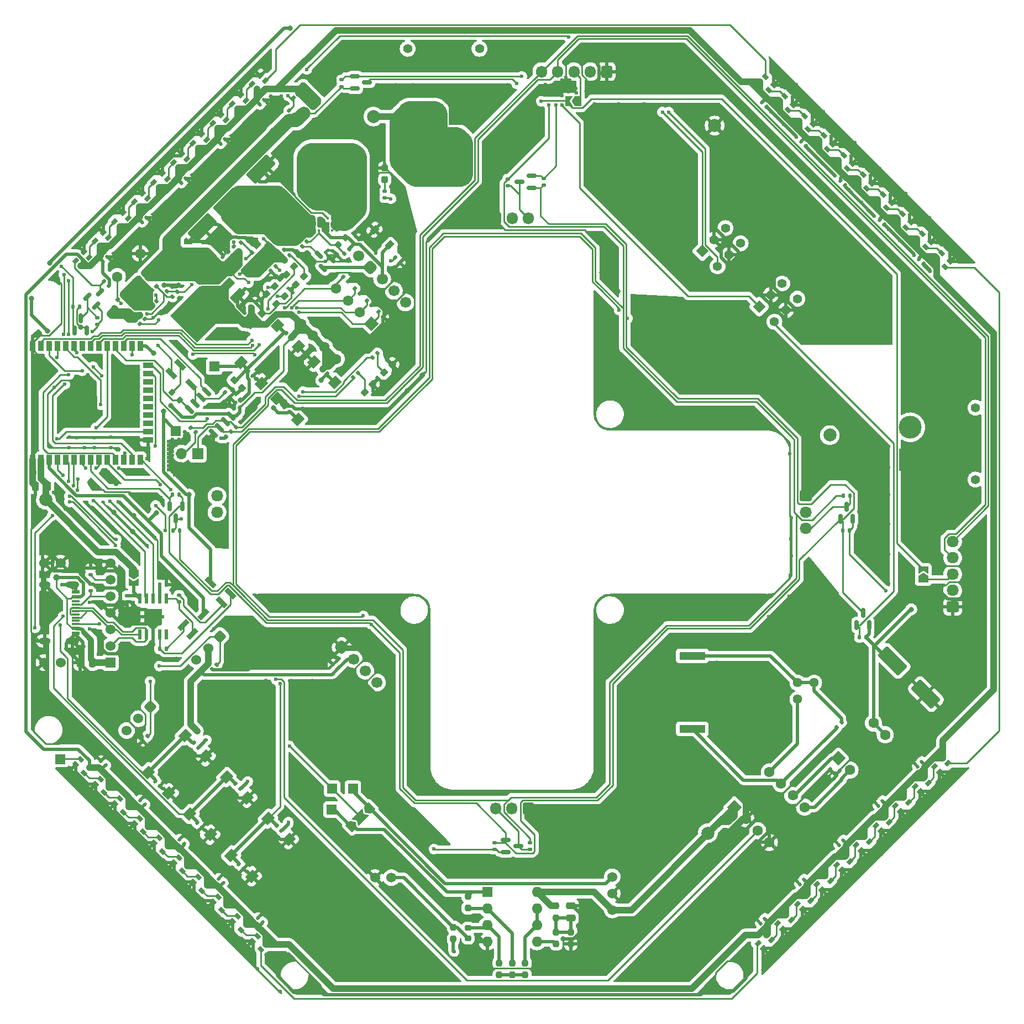
<source format=gbr>
%TF.GenerationSoftware,KiCad,Pcbnew,(6.0.11)*%
%TF.CreationDate,2023-10-13T19:34:53+09:00*%
%TF.ProjectId,ESP32,45535033-322e-46b6-9963-61645f706362,rev?*%
%TF.SameCoordinates,Original*%
%TF.FileFunction,Copper,L1,Top*%
%TF.FilePolarity,Positive*%
%FSLAX46Y46*%
G04 Gerber Fmt 4.6, Leading zero omitted, Abs format (unit mm)*
G04 Created by KiCad (PCBNEW (6.0.11)) date 2023-10-13 19:34:53*
%MOMM*%
%LPD*%
G01*
G04 APERTURE LIST*
G04 Aperture macros list*
%AMRoundRect*
0 Rectangle with rounded corners*
0 $1 Rounding radius*
0 $2 $3 $4 $5 $6 $7 $8 $9 X,Y pos of 4 corners*
0 Add a 4 corners polygon primitive as box body*
4,1,4,$2,$3,$4,$5,$6,$7,$8,$9,$2,$3,0*
0 Add four circle primitives for the rounded corners*
1,1,$1+$1,$2,$3*
1,1,$1+$1,$4,$5*
1,1,$1+$1,$6,$7*
1,1,$1+$1,$8,$9*
0 Add four rect primitives between the rounded corners*
20,1,$1+$1,$2,$3,$4,$5,0*
20,1,$1+$1,$4,$5,$6,$7,0*
20,1,$1+$1,$6,$7,$8,$9,0*
20,1,$1+$1,$8,$9,$2,$3,0*%
%AMHorizOval*
0 Thick line with rounded ends*
0 $1 width*
0 $2 $3 position (X,Y) of the first rounded end (center of the circle)*
0 $4 $5 position (X,Y) of the second rounded end (center of the circle)*
0 Add line between two ends*
20,1,$1,$2,$3,$4,$5,0*
0 Add two circle primitives to create the rounded ends*
1,1,$1,$2,$3*
1,1,$1,$4,$5*%
%AMRotRect*
0 Rectangle, with rotation*
0 The origin of the aperture is its center*
0 $1 length*
0 $2 width*
0 $3 Rotation angle, in degrees counterclockwise*
0 Add horizontal line*
21,1,$1,$2,0,0,$3*%
%AMFreePoly0*
4,1,6,1.000000,0.000000,0.500000,-0.750000,-0.500000,-0.750000,-0.500000,0.750000,0.500000,0.750000,1.000000,0.000000,1.000000,0.000000,$1*%
%AMFreePoly1*
4,1,6,0.500000,-0.750000,-0.650000,-0.750000,-0.150000,0.000000,-0.650000,0.750000,0.500000,0.750000,0.500000,-0.750000,0.500000,-0.750000,$1*%
%AMFreePoly2*
4,1,7,0.700000,0.000000,1.200000,-0.750000,-1.200000,-0.750000,-0.700000,0.000000,-1.200000,0.750000,1.200000,0.750000,0.700000,0.000000,0.700000,0.000000,$1*%
G04 Aperture macros list end*
%TA.AperFunction,SMDPad,CuDef*%
%ADD10RoundRect,0.140000X-0.021213X0.219203X-0.219203X0.021213X0.021213X-0.219203X0.219203X-0.021213X0*%
%TD*%
%TA.AperFunction,ComponentPad*%
%ADD11RoundRect,0.250000X0.675000X-0.600000X0.675000X0.600000X-0.675000X0.600000X-0.675000X-0.600000X0*%
%TD*%
%TA.AperFunction,ComponentPad*%
%ADD12O,1.850000X1.700000*%
%TD*%
%TA.AperFunction,SMDPad,CuDef*%
%ADD13RoundRect,0.237500X-0.237500X0.250000X-0.237500X-0.250000X0.237500X-0.250000X0.237500X0.250000X0*%
%TD*%
%TA.AperFunction,SMDPad,CuDef*%
%ADD14RoundRect,0.150000X0.150000X-0.587500X0.150000X0.587500X-0.150000X0.587500X-0.150000X-0.587500X0*%
%TD*%
%TA.AperFunction,SMDPad,CuDef*%
%ADD15RoundRect,0.150000X-0.583363X0.371231X0.371231X-0.583363X0.583363X-0.371231X-0.371231X0.583363X0*%
%TD*%
%TA.AperFunction,SMDPad,CuDef*%
%ADD16RoundRect,0.140000X0.021213X-0.219203X0.219203X-0.021213X-0.021213X0.219203X-0.219203X0.021213X0*%
%TD*%
%TA.AperFunction,SMDPad,CuDef*%
%ADD17RotRect,0.900000X0.700000X135.000000*%
%TD*%
%TA.AperFunction,SMDPad,CuDef*%
%ADD18RotRect,1.800000X0.800000X135.000000*%
%TD*%
%TA.AperFunction,SMDPad,CuDef*%
%ADD19R,1.500000X1.500000*%
%TD*%
%TA.AperFunction,SMDPad,CuDef*%
%ADD20RoundRect,0.237500X0.035355X0.371231X-0.371231X-0.035355X-0.035355X-0.371231X0.371231X0.035355X0*%
%TD*%
%TA.AperFunction,SMDPad,CuDef*%
%ADD21RoundRect,0.140000X-0.170000X0.140000X-0.170000X-0.140000X0.170000X-0.140000X0.170000X0.140000X0*%
%TD*%
%TA.AperFunction,SMDPad,CuDef*%
%ADD22RoundRect,0.140000X0.219203X0.021213X0.021213X0.219203X-0.219203X-0.021213X-0.021213X-0.219203X0*%
%TD*%
%TA.AperFunction,SMDPad,CuDef*%
%ADD23RoundRect,0.135000X-0.226274X-0.035355X-0.035355X-0.226274X0.226274X0.035355X0.035355X0.226274X0*%
%TD*%
%TA.AperFunction,ComponentPad*%
%ADD24RoundRect,0.250000X0.600000X0.675000X-0.600000X0.675000X-0.600000X-0.675000X0.600000X-0.675000X0*%
%TD*%
%TA.AperFunction,ComponentPad*%
%ADD25O,1.700000X1.850000*%
%TD*%
%TA.AperFunction,SMDPad,CuDef*%
%ADD26RoundRect,0.135000X0.135000X0.185000X-0.135000X0.185000X-0.135000X-0.185000X0.135000X-0.185000X0*%
%TD*%
%TA.AperFunction,SMDPad,CuDef*%
%ADD27RoundRect,0.135000X-0.035355X0.226274X-0.226274X0.035355X0.035355X-0.226274X0.226274X-0.035355X0*%
%TD*%
%TA.AperFunction,SMDPad,CuDef*%
%ADD28RoundRect,0.135000X-0.185000X0.135000X-0.185000X-0.135000X0.185000X-0.135000X0.185000X0.135000X0*%
%TD*%
%TA.AperFunction,SMDPad,CuDef*%
%ADD29RoundRect,0.135000X0.226274X0.035355X0.035355X0.226274X-0.226274X-0.035355X-0.035355X-0.226274X0*%
%TD*%
%TA.AperFunction,SMDPad,CuDef*%
%ADD30RoundRect,0.250000X0.250000X0.475000X-0.250000X0.475000X-0.250000X-0.475000X0.250000X-0.475000X0*%
%TD*%
%TA.AperFunction,SMDPad,CuDef*%
%ADD31RotRect,1.600000X1.400000X225.000000*%
%TD*%
%TA.AperFunction,ComponentPad*%
%ADD32R,1.700000X1.700000*%
%TD*%
%TA.AperFunction,ComponentPad*%
%ADD33O,1.700000X1.700000*%
%TD*%
%TA.AperFunction,SMDPad,CuDef*%
%ADD34RotRect,0.900000X0.700000X315.000000*%
%TD*%
%TA.AperFunction,SMDPad,CuDef*%
%ADD35RoundRect,0.237500X-0.035355X-0.371231X0.371231X0.035355X0.035355X0.371231X-0.371231X-0.035355X0*%
%TD*%
%TA.AperFunction,SMDPad,CuDef*%
%ADD36RotRect,0.575000X0.620000X225.000000*%
%TD*%
%TA.AperFunction,SMDPad,CuDef*%
%ADD37RoundRect,0.140000X-0.219203X-0.021213X-0.021213X-0.219203X0.219203X0.021213X0.021213X0.219203X0*%
%TD*%
%TA.AperFunction,SMDPad,CuDef*%
%ADD38RotRect,0.900000X0.700000X45.000000*%
%TD*%
%TA.AperFunction,SMDPad,CuDef*%
%ADD39RotRect,0.900000X0.700000X225.000000*%
%TD*%
%TA.AperFunction,SMDPad,CuDef*%
%ADD40RotRect,0.900000X1.200000X135.000000*%
%TD*%
%TA.AperFunction,ComponentPad*%
%ADD41C,1.524000*%
%TD*%
%TA.AperFunction,SMDPad,CuDef*%
%ADD42RoundRect,0.250001X-1.979898X0.848528X0.848528X-1.979898X1.979898X-0.848528X-0.848528X1.979898X0*%
%TD*%
%TA.AperFunction,SMDPad,CuDef*%
%ADD43R,4.000000X1.200000*%
%TD*%
%TA.AperFunction,ComponentPad*%
%ADD44C,1.600000*%
%TD*%
%TA.AperFunction,SMDPad,CuDef*%
%ADD45RoundRect,0.150000X0.521491X-0.309359X-0.309359X0.521491X-0.521491X0.309359X0.309359X-0.521491X0*%
%TD*%
%TA.AperFunction,SMDPad,CuDef*%
%ADD46RoundRect,0.150000X-0.587500X-0.150000X0.587500X-0.150000X0.587500X0.150000X-0.587500X0.150000X0*%
%TD*%
%TA.AperFunction,SMDPad,CuDef*%
%ADD47FreePoly0,90.000000*%
%TD*%
%TA.AperFunction,SMDPad,CuDef*%
%ADD48FreePoly1,90.000000*%
%TD*%
%TA.AperFunction,ComponentPad*%
%ADD49C,1.400000*%
%TD*%
%TA.AperFunction,ComponentPad*%
%ADD50R,3.500000X3.500000*%
%TD*%
%TA.AperFunction,ComponentPad*%
%ADD51C,3.500000*%
%TD*%
%TA.AperFunction,SMDPad,CuDef*%
%ADD52RoundRect,0.140000X0.140000X0.170000X-0.140000X0.170000X-0.140000X-0.170000X0.140000X-0.170000X0*%
%TD*%
%TA.AperFunction,SMDPad,CuDef*%
%ADD53RoundRect,0.135000X0.185000X-0.135000X0.185000X0.135000X-0.185000X0.135000X-0.185000X-0.135000X0*%
%TD*%
%TA.AperFunction,ComponentPad*%
%ADD54RotRect,1.600000X1.600000X225.000000*%
%TD*%
%TA.AperFunction,ComponentPad*%
%ADD55HorizOval,1.600000X0.000000X0.000000X0.000000X0.000000X0*%
%TD*%
%TA.AperFunction,SMDPad,CuDef*%
%ADD56RoundRect,0.237500X0.237500X-0.250000X0.237500X0.250000X-0.237500X0.250000X-0.237500X-0.250000X0*%
%TD*%
%TA.AperFunction,SMDPad,CuDef*%
%ADD57R,0.950000X1.150000*%
%TD*%
%TA.AperFunction,SMDPad,CuDef*%
%ADD58R,0.400000X0.425000*%
%TD*%
%TA.AperFunction,SMDPad,CuDef*%
%ADD59R,0.480000X0.800000*%
%TD*%
%TA.AperFunction,ComponentPad*%
%ADD60RotRect,1.600000X1.600000X45.000000*%
%TD*%
%TA.AperFunction,ComponentPad*%
%ADD61HorizOval,1.600000X0.000000X0.000000X0.000000X0.000000X0*%
%TD*%
%TA.AperFunction,SMDPad,CuDef*%
%ADD62RoundRect,0.135000X0.035355X-0.226274X0.226274X-0.035355X-0.035355X0.226274X-0.226274X0.035355X0*%
%TD*%
%TA.AperFunction,SMDPad,CuDef*%
%ADD63RotRect,1.800000X0.800000X45.000000*%
%TD*%
%TA.AperFunction,SMDPad,CuDef*%
%ADD64RotRect,1.000000X1.000000X45.000000*%
%TD*%
%TA.AperFunction,ComponentPad*%
%ADD65C,2.000000*%
%TD*%
%TA.AperFunction,SMDPad,CuDef*%
%ADD66R,0.600000X1.500000*%
%TD*%
%TA.AperFunction,SMDPad,CuDef*%
%ADD67R,2.800000X2.400000*%
%TD*%
%TA.AperFunction,ComponentPad*%
%ADD68R,1.600000X1.600000*%
%TD*%
%TA.AperFunction,ComponentPad*%
%ADD69O,1.600000X1.600000*%
%TD*%
%TA.AperFunction,SMDPad,CuDef*%
%ADD70FreePoly0,270.000000*%
%TD*%
%TA.AperFunction,SMDPad,CuDef*%
%ADD71FreePoly1,270.000000*%
%TD*%
%TA.AperFunction,SMDPad,CuDef*%
%ADD72RoundRect,0.237500X0.380070X-0.044194X-0.044194X0.380070X-0.380070X0.044194X0.044194X-0.380070X0*%
%TD*%
%TA.AperFunction,ComponentPad*%
%ADD73RoundRect,0.381000X-0.538815X0.000000X0.000000X-0.538815X0.538815X0.000000X0.000000X0.538815X0*%
%TD*%
%TA.AperFunction,SMDPad,CuDef*%
%ADD74RoundRect,0.250001X-0.848528X-1.979898X1.979898X0.848528X0.848528X1.979898X-1.979898X-0.848528X0*%
%TD*%
%TA.AperFunction,ComponentPad*%
%ADD75C,1.440000*%
%TD*%
%TA.AperFunction,SMDPad,CuDef*%
%ADD76R,1.150000X0.600000*%
%TD*%
%TA.AperFunction,SMDPad,CuDef*%
%ADD77R,1.150000X0.300000*%
%TD*%
%TA.AperFunction,ComponentPad*%
%ADD78O,2.100000X1.000000*%
%TD*%
%TA.AperFunction,ComponentPad*%
%ADD79O,1.800000X1.000000*%
%TD*%
%TA.AperFunction,SMDPad,CuDef*%
%ADD80FreePoly0,180.000000*%
%TD*%
%TA.AperFunction,SMDPad,CuDef*%
%ADD81FreePoly1,180.000000*%
%TD*%
%TA.AperFunction,SMDPad,CuDef*%
%ADD82RotRect,1.800000X0.800000X315.000000*%
%TD*%
%TA.AperFunction,ComponentPad*%
%ADD83RoundRect,0.425000X-0.601041X0.000000X0.000000X-0.601041X0.601041X0.000000X0.000000X0.601041X0*%
%TD*%
%TA.AperFunction,ComponentPad*%
%ADD84C,1.700000*%
%TD*%
%TA.AperFunction,SMDPad,CuDef*%
%ADD85RotRect,1.600000X1.400000X45.000000*%
%TD*%
%TA.AperFunction,SMDPad,CuDef*%
%ADD86RoundRect,0.150000X-0.150000X0.587500X-0.150000X-0.587500X0.150000X-0.587500X0.150000X0.587500X0*%
%TD*%
%TA.AperFunction,SMDPad,CuDef*%
%ADD87RoundRect,0.135000X-0.135000X-0.185000X0.135000X-0.185000X0.135000X0.185000X-0.135000X0.185000X0*%
%TD*%
%TA.AperFunction,ComponentPad*%
%ADD88RoundRect,0.425000X0.000000X-0.601041X0.601041X0.000000X0.000000X0.601041X-0.601041X0.000000X0*%
%TD*%
%TA.AperFunction,SMDPad,CuDef*%
%ADD89RoundRect,0.150000X0.587500X0.150000X-0.587500X0.150000X-0.587500X-0.150000X0.587500X-0.150000X0*%
%TD*%
%TA.AperFunction,SMDPad,CuDef*%
%ADD90R,0.900000X1.500000*%
%TD*%
%TA.AperFunction,SMDPad,CuDef*%
%ADD91R,1.500000X0.900000*%
%TD*%
%TA.AperFunction,ComponentPad*%
%ADD92RoundRect,1.325000X1.325000X-1.325000X1.325000X1.325000X-1.325000X1.325000X-1.325000X-1.325000X0*%
%TD*%
%TA.AperFunction,SMDPad,CuDef*%
%ADD93RotRect,2.200000X1.200000X225.000000*%
%TD*%
%TA.AperFunction,SMDPad,CuDef*%
%ADD94RotRect,6.400000X5.800000X225.000000*%
%TD*%
%TA.AperFunction,ComponentPad*%
%ADD95C,3.000000*%
%TD*%
%TA.AperFunction,ComponentPad*%
%ADD96R,1.524000X1.524000*%
%TD*%
%TA.AperFunction,ComponentPad*%
%ADD97RoundRect,0.250000X-0.600000X-0.675000X0.600000X-0.675000X0.600000X0.675000X-0.600000X0.675000X0*%
%TD*%
%TA.AperFunction,SMDPad,CuDef*%
%ADD98RoundRect,0.200000X-0.335876X-0.053033X-0.053033X-0.335876X0.335876X0.053033X0.053033X0.335876X0*%
%TD*%
%TA.AperFunction,SMDPad,CuDef*%
%ADD99RoundRect,0.237500X-0.237500X0.287500X-0.237500X-0.287500X0.237500X-0.287500X0.237500X0.287500X0*%
%TD*%
%TA.AperFunction,SMDPad,CuDef*%
%ADD100FreePoly0,225.000000*%
%TD*%
%TA.AperFunction,SMDPad,CuDef*%
%ADD101FreePoly2,225.000000*%
%TD*%
%TA.AperFunction,SMDPad,CuDef*%
%ADD102FreePoly0,45.000000*%
%TD*%
%TA.AperFunction,ComponentPad*%
%ADD103RotRect,1.400000X1.400000X45.000000*%
%TD*%
%TA.AperFunction,SMDPad,CuDef*%
%ADD104RoundRect,0.250000X-0.250000X-0.475000X0.250000X-0.475000X0.250000X0.475000X-0.250000X0.475000X0*%
%TD*%
%TA.AperFunction,SMDPad,CuDef*%
%ADD105RoundRect,0.250000X0.475000X-0.250000X0.475000X0.250000X-0.475000X0.250000X-0.475000X-0.250000X0*%
%TD*%
%TA.AperFunction,SMDPad,CuDef*%
%ADD106RotRect,0.575000X0.620000X315.000000*%
%TD*%
%TA.AperFunction,ComponentPad*%
%ADD107RoundRect,0.250000X-0.675000X0.600000X-0.675000X-0.600000X0.675000X-0.600000X0.675000X0.600000X0*%
%TD*%
%TA.AperFunction,SMDPad,CuDef*%
%ADD108RoundRect,0.225000X0.250000X-0.225000X0.250000X0.225000X-0.250000X0.225000X-0.250000X-0.225000X0*%
%TD*%
%TA.AperFunction,SMDPad,CuDef*%
%ADD109RotRect,0.900000X1.200000X45.000000*%
%TD*%
%TA.AperFunction,SMDPad,CuDef*%
%ADD110RoundRect,0.225000X-0.017678X0.335876X-0.335876X0.017678X0.017678X-0.335876X0.335876X-0.017678X0*%
%TD*%
%TA.AperFunction,SMDPad,CuDef*%
%ADD111RoundRect,0.150000X-0.309359X-0.521491X0.521491X0.309359X0.309359X0.521491X-0.521491X-0.309359X0*%
%TD*%
%TA.AperFunction,SMDPad,CuDef*%
%ADD112RotRect,0.575000X0.620000X135.000000*%
%TD*%
%TA.AperFunction,ViaPad*%
%ADD113C,0.800000*%
%TD*%
%TA.AperFunction,ViaPad*%
%ADD114C,0.600000*%
%TD*%
%TA.AperFunction,ViaPad*%
%ADD115C,1.000000*%
%TD*%
%TA.AperFunction,ViaPad*%
%ADD116C,2.000000*%
%TD*%
%TA.AperFunction,Conductor*%
%ADD117C,0.500000*%
%TD*%
%TA.AperFunction,Conductor*%
%ADD118C,0.250000*%
%TD*%
%TA.AperFunction,Conductor*%
%ADD119C,1.000000*%
%TD*%
%TA.AperFunction,Conductor*%
%ADD120C,2.000000*%
%TD*%
%TA.AperFunction,Conductor*%
%ADD121C,4.000000*%
%TD*%
G04 APERTURE END LIST*
D10*
%TO.P,C35,1*%
%TO.N,NeoPixel_PW_H*%
X223009004Y-146390997D03*
%TO.P,C35,2*%
%TO.N,GND*%
X222330182Y-147069819D03*
%TD*%
D11*
%TO.P,J5,1,Pin_1*%
%TO.N,GND*%
X121020000Y-104640000D03*
D12*
%TO.P,J5,2,Pin_2*%
%TO.N,VDD*%
X121020000Y-102140000D03*
%TO.P,J5,3,Pin_3*%
%TO.N,LEDTape1_H*%
X121020000Y-99640000D03*
%TD*%
D13*
%TO.P,R51,1*%
%TO.N,Amp_OUT*%
X159480000Y-160957500D03*
%TO.P,R51,2*%
%TO.N,Net-(R50-Pad2)*%
X159480000Y-162782500D03*
%TD*%
D14*
%TO.P,Q11,1,G*%
%TO.N,Net-(Q11-Pad1)*%
X219036522Y-119399023D03*
%TO.P,Q11,2,S*%
%TO.N,+3.3V*%
X220936522Y-119399023D03*
%TO.P,Q11,3,D*%
%TO.N,LEDTape_PW_L*%
X219986522Y-117524023D03*
%TD*%
D15*
%TO.P,U1,1,RO*%
%TO.N,MainRX2_RS485TX*%
X119470883Y-83666806D03*
%TO.P,U1,2,~{RE}*%
%TO.N,Net-(Q1-Pad3)*%
X118572858Y-84564832D03*
%TO.P,U1,3,DE*%
X117674832Y-85462858D03*
%TO.P,U1,4,DI*%
%TO.N,MainTX2_RS485RX*%
X116776806Y-86360883D03*
%TO.P,U1,5,GND*%
%TO.N,GND*%
X120489117Y-90073194D03*
%TO.P,U1,6,A*%
%TO.N,RS485_A*%
X121387142Y-89175168D03*
%TO.P,U1,7,B*%
%TO.N,RS485_B*%
X122285168Y-88277142D03*
%TO.P,U1,8,VCC*%
%TO.N,+3.3V*%
X123183194Y-87379117D03*
%TD*%
D16*
%TO.P,C27,1*%
%TO.N,NeoPixel_PW_H*%
X121561223Y-45638777D03*
%TO.P,C27,2*%
%TO.N,GND*%
X122240045Y-44959955D03*
%TD*%
D10*
%TO.P,C38,1*%
%TO.N,NeoPixel_PW_H*%
X204977781Y-164422220D03*
%TO.P,C38,2*%
%TO.N,GND*%
X204298959Y-165101042D03*
%TD*%
D17*
%TO.P,D29,1,DOUT*%
%TO.N,Net-(D14-Pad3)*%
X217544264Y-49494924D03*
%TO.P,D29,2,GND*%
%TO.N,GND*%
X218322081Y-48717107D03*
%TO.P,D29,3,DIN*%
%TO.N,Net-(D25-Pad1)*%
X217028076Y-47423102D03*
%TO.P,D29,4,VDD*%
%TO.N,NeoPixel_PW_H*%
X216250259Y-48200919D03*
%TD*%
D18*
%TO.P,Q17,1,B*%
%TO.N,Net-(Q17-Pad1)*%
X121704975Y-115908478D03*
%TO.P,Q17,2,E*%
%TO.N,Net-(Q17-Pad2)*%
X123048478Y-114564975D03*
%TO.P,Q17,3,C*%
%TO.N,BOOT*%
X120043274Y-112903274D03*
%TD*%
D19*
%TO.P,H7,1,1*%
%TO.N,Module_OUT*%
X141840000Y-144470000D03*
%TD*%
D20*
%TO.P,D10,1,K*%
%TO.N,GND*%
X144848718Y-82501282D03*
%TO.P,D10,2,A*%
%TO.N,Net-(D10-Pad2)*%
X143611282Y-83738718D03*
%TD*%
D21*
%TO.P,C3,1*%
%TO.N,Net-(C3-Pad1)*%
X107280000Y-114900000D03*
%TO.P,C3,2*%
%TO.N,GND*%
X107280000Y-115860000D03*
%TD*%
D10*
%TO.P,C36,1*%
%TO.N,NeoPixel_PW_H*%
X216998596Y-152401405D03*
%TO.P,C36,2*%
%TO.N,GND*%
X216319774Y-153080227D03*
%TD*%
D22*
%TO.P,C15,1*%
%TO.N,+3.3V*%
X139489411Y-126139411D03*
%TO.P,C15,2*%
%TO.N,GND*%
X138810589Y-125460589D03*
%TD*%
D23*
%TO.P,R32,1*%
%TO.N,Tact_SW1*%
X117449376Y-137449376D03*
%TO.P,R32,2*%
%TO.N,+3.3V*%
X118170624Y-138170624D03*
%TD*%
D24*
%TO.P,J3,1,Pin_1*%
%TO.N,GND*%
X180730000Y-34620000D03*
D25*
%TO.P,J3,2,Pin_2*%
%TO.N,unconnected-(J3-Pad2)*%
X178230000Y-34620000D03*
%TO.P,J3,3,Pin_3*%
%TO.N,Net-(J3-Pad3)*%
X175730000Y-34620000D03*
%TO.P,J3,4,Pin_4*%
%TO.N,RS485_A*%
X173230000Y-34620000D03*
%TO.P,J3,5,Pin_5*%
%TO.N,RS485_B*%
X170730000Y-34620000D03*
%TD*%
D26*
%TO.P,R63,1*%
%TO.N,+3.3V*%
X99940000Y-70620000D03*
%TO.P,R63,2*%
%TO.N,Net-(Q19-Pad1)*%
X98920000Y-70620000D03*
%TD*%
D27*
%TO.P,R20,1*%
%TO.N,Net-(D4-Pad2)*%
X132120624Y-62789376D03*
%TO.P,R20,2*%
%TO.N,/VSYS*%
X131399376Y-63510624D03*
%TD*%
D28*
%TO.P,R4,1*%
%TO.N,GND*%
X101680000Y-113120000D03*
%TO.P,R4,2*%
%TO.N,/CC1*%
X101680000Y-114140000D03*
%TD*%
D29*
%TO.P,R58,1*%
%TO.N,GND*%
X142860624Y-68590624D03*
%TO.P,R58,2*%
%TO.N,DIP_SW3*%
X142139376Y-67869376D03*
%TD*%
D30*
%TO.P,C19,1*%
%TO.N,+3.3V*%
X95080000Y-98140000D03*
%TO.P,C19,2*%
%TO.N,GND*%
X93180000Y-98140000D03*
%TD*%
D22*
%TO.P,C39,1*%
%TO.N,NeoPixel_PW_H*%
X127969411Y-164959411D03*
%TO.P,C39,2*%
%TO.N,GND*%
X127290589Y-164280589D03*
%TD*%
D31*
%TO.P,SW7,1,A*%
%TO.N,Tact_SW2*%
X122467437Y-142700583D03*
X116810583Y-148357437D03*
%TO.P,SW7,2,B*%
%TO.N,GND*%
X119992563Y-151539417D03*
X125649417Y-145882563D03*
%TD*%
D32*
%TO.P,JP1,1,A*%
%TO.N,RS485_A*%
X118070000Y-93160000D03*
D33*
%TO.P,JP1,2,B*%
%TO.N,Net-(JP1-Pad2)*%
X115530000Y-93160000D03*
%TD*%
D29*
%TO.P,R62,1*%
%TO.N,VCC*%
X132765624Y-41305624D03*
%TO.P,R62,2*%
%TO.N,Net-(Q18-Pad3)*%
X132044376Y-40584376D03*
%TD*%
D34*
%TO.P,D34,1,DOUT*%
%TO.N,Net-(D34-Pad1)*%
X112187793Y-152022159D03*
%TO.P,D34,2,GND*%
%TO.N,GND*%
X111409976Y-152799976D03*
%TO.P,D34,3,DIN*%
%TO.N,Net-(D34-Pad3)*%
X112703981Y-154093981D03*
%TO.P,D34,4,VDD*%
%TO.N,NeoPixel_PW_H*%
X113481798Y-153316164D03*
%TD*%
D20*
%TO.P,D9,1,K*%
%TO.N,GND*%
X147848718Y-79501282D03*
%TO.P,D9,2,A*%
%TO.N,Net-(D9-Pad2)*%
X146611282Y-80738718D03*
%TD*%
D27*
%TO.P,R26,1*%
%TO.N,Slide_SW1*%
X120990624Y-125469376D03*
%TO.P,R26,2*%
%TO.N,GND*%
X120269376Y-126190624D03*
%TD*%
D35*
%TO.P,D7,1,K*%
%TO.N,GND*%
X128611282Y-68738718D03*
%TO.P,D7,2,A*%
%TO.N,Net-(D7-Pad2)*%
X129848718Y-67501282D03*
%TD*%
D36*
%TO.P,Q7,1,D*%
%TO.N,/VSYS*%
X127723216Y-63690287D03*
%TO.P,Q7,2,D*%
X127051464Y-63018536D03*
%TO.P,Q7,3,G*%
%TO.N,Net-(Q7-Pad3)*%
X126379713Y-62346784D03*
%TO.P,Q7,4,S*%
%TO.N,VCC*%
X124416784Y-64309713D03*
%TO.P,Q7,5,D*%
%TO.N,/VSYS*%
X125088536Y-64981464D03*
%TO.P,Q7,6,D*%
X125760287Y-65653216D03*
%TD*%
D37*
%TO.P,C20,1*%
%TO.N,RESET*%
X125810589Y-80570589D03*
%TO.P,C20,2*%
%TO.N,GND*%
X126489411Y-81249411D03*
%TD*%
D38*
%TO.P,D36,1,DOUT*%
%TO.N,Net-(D36-Pad1)*%
X212912866Y-159159317D03*
%TO.P,D36,2,GND*%
%TO.N,GND*%
X213690683Y-159937134D03*
%TO.P,D36,3,DIN*%
%TO.N,Net-(D32-Pad1)*%
X214984688Y-158643129D03*
%TO.P,D36,4,VDD*%
%TO.N,NeoPixel_PW_H*%
X214206871Y-157865312D03*
%TD*%
D19*
%TO.P,H1,1,1*%
%TO.N,RESET*%
X120590000Y-79820000D03*
%TD*%
D39*
%TO.P,D27,1,DOUT*%
%TO.N,Net-(D12-Pad3)*%
X113423122Y-51055736D03*
%TO.P,D27,2,GND*%
%TO.N,GND*%
X112645305Y-50277919D03*
%TO.P,D27,3,DIN*%
%TO.N,Net-(D23-Pad1)*%
X111351300Y-51571924D03*
%TO.P,D27,4,VDD*%
%TO.N,NeoPixel_PW_H*%
X112129117Y-52349741D03*
%TD*%
D40*
%TO.P,D1,1,K*%
%TO.N,/S-S*%
X147486726Y-61175203D03*
%TO.P,D1,2,A*%
%TO.N,GND*%
X145153274Y-58841751D03*
%TD*%
D19*
%TO.P,H5,1,1*%
%TO.N,Mic*%
X138650000Y-144480000D03*
%TD*%
D35*
%TO.P,D4,1,K*%
%TO.N,GND*%
X133111282Y-67238718D03*
%TO.P,D4,2,A*%
%TO.N,Net-(D4-Pad2)*%
X134348718Y-66001282D03*
%TD*%
D41*
%TO.P,U7,1,VCC*%
%TO.N,+3.3V*%
X181575000Y-163065000D03*
%TO.P,U7,2,GND*%
%TO.N,GND*%
X181575000Y-160525000D03*
%TO.P,U7,3,OUT*%
%TO.N,Module_OUT*%
X181575000Y-157985000D03*
%TD*%
D22*
%TO.P,C21,1*%
%TO.N,BOOT*%
X132069411Y-86739411D03*
%TO.P,C21,2*%
%TO.N,GND*%
X131390589Y-86060589D03*
%TD*%
D23*
%TO.P,R38,1*%
%TO.N,Tact_SW3*%
X130189376Y-150159376D03*
%TO.P,R38,2*%
%TO.N,+3.3V*%
X130910624Y-150880624D03*
%TD*%
D16*
%TO.P,C28,1*%
%TO.N,NeoPixel_PW_H*%
X127571630Y-39628369D03*
%TO.P,C28,2*%
%TO.N,GND*%
X128250452Y-38949547D03*
%TD*%
D29*
%TO.P,R59,1*%
%TO.N,GND*%
X141100624Y-66770624D03*
%TO.P,R59,2*%
%TO.N,DIP_SW4*%
X140379376Y-66049376D03*
%TD*%
D28*
%TO.P,R53,1*%
%TO.N,Net-(Q17-Pad1)*%
X115200000Y-114840000D03*
%TO.P,R53,2*%
%TO.N,Net-(Q16-Pad2)*%
X115200000Y-115860000D03*
%TD*%
D42*
%TO.P,C8,1*%
%TO.N,+3.3V*%
X224534416Y-124914416D03*
%TO.P,C8,2*%
%TO.N,GND*%
X229625584Y-130005584D03*
%TD*%
D43*
%TO.P,LS1,1,1*%
%TO.N,Net-(LS1-Pad1)*%
X193830000Y-124120000D03*
%TO.P,LS1,2,2*%
%TO.N,Net-(LS1-Pad2)*%
X193830000Y-135320000D03*
%TD*%
D27*
%TO.P,R22,1*%
%TO.N,Net-(D6-Pad2)*%
X111740624Y-69759376D03*
%TO.P,R22,2*%
%TO.N,IndicatorLED*%
X111019376Y-70480624D03*
%TD*%
D44*
%TO.P,C9,1*%
%TO.N,GND*%
X109272767Y-62502233D03*
%TO.P,C9,2*%
%TO.N,Net-(C9-Pad2)*%
X105737233Y-66037767D03*
%TD*%
D38*
%TO.P,D31,1,DOUT*%
%TO.N,Net-(D31-Pad1)*%
X230944089Y-141128094D03*
%TO.P,D31,2,GND*%
%TO.N,GND*%
X231721906Y-141905911D03*
%TO.P,D31,3,DIN*%
%TO.N,Net-(D30-Pad1)*%
X233015911Y-140611906D03*
%TO.P,D31,4,VDD*%
%TO.N,NeoPixel_PW_H*%
X232238094Y-139834089D03*
%TD*%
D27*
%TO.P,R30,1*%
%TO.N,Net-(D10-Pad2)*%
X142600624Y-80769376D03*
%TO.P,R30,2*%
%TO.N,LED2*%
X141879376Y-81490624D03*
%TD*%
D45*
%TO.P,Q3,1,G*%
%TO.N,\u4E3B\u96FB\u6E90\u30B9\u30A4\u30C3\u30C1*%
X137251821Y-64715324D03*
%TO.P,Q3,2,S*%
%TO.N,GND*%
X138595324Y-63371821D03*
%TO.P,Q3,3,D*%
%TO.N,Net-(Q3-Pad3)*%
X136597747Y-62717747D03*
%TD*%
D46*
%TO.P,Q15,1,G*%
%TO.N,LEDTape_PW_L*%
X165282500Y-152350000D03*
%TO.P,Q15,2,S*%
%TO.N,LEDTape4_L*%
X165282500Y-154250000D03*
%TO.P,Q15,3,D*%
%TO.N,LEDTape4_H*%
X167157500Y-153300000D03*
%TD*%
D47*
%TO.P,JP3,1,A*%
%TO.N,Net-(J4-Pad3)*%
X229230000Y-112400000D03*
D48*
%TO.P,JP3,2,B*%
%TO.N,RS485_GPIO*%
X229230000Y-110950000D03*
%TD*%
D19*
%TO.P,H2,1,1*%
%TO.N,BOOT*%
X114730000Y-89700000D03*
%TD*%
D22*
%TO.P,C43,1*%
%TO.N,NeoPixel_PW_H*%
X103927780Y-140917781D03*
%TO.P,C43,2*%
%TO.N,GND*%
X103248958Y-140238959D03*
%TD*%
D29*
%TO.P,R56,1*%
%TO.N,GND*%
X146470624Y-72160624D03*
%TO.P,R56,2*%
%TO.N,DIP_SW1*%
X145749376Y-71439376D03*
%TD*%
D34*
%TO.P,D42,1,DOUT*%
%TO.N,Net-(D42-Pad1)*%
X106177385Y-146011751D03*
%TO.P,D42,2,GND*%
%TO.N,GND*%
X105399568Y-146789568D03*
%TO.P,D42,3,DIN*%
%TO.N,Net-(D38-Pad1)*%
X106693573Y-148083573D03*
%TO.P,D42,4,VDD*%
%TO.N,NeoPixel_PW_H*%
X107471390Y-147305756D03*
%TD*%
D49*
%TO.P,J9,*%
%TO.N,*%
X237230000Y-86120000D03*
X237230000Y-97120000D03*
D50*
%TO.P,J9,1,Pin_1*%
%TO.N,GND*%
X227230000Y-94120000D03*
D51*
%TO.P,J9,2,Pin_2*%
%TO.N,+5V*%
X227230000Y-89120000D03*
%TD*%
D27*
%TO.P,R12,1*%
%TO.N,Net-(C6-Pad2)*%
X134770000Y-60690000D03*
%TO.P,R12,2*%
%TO.N,Net-(Q3-Pad3)*%
X134048752Y-61411248D03*
%TD*%
D52*
%TO.P,C22,1*%
%TO.N,+3.3V*%
X94060000Y-96070000D03*
%TO.P,C22,2*%
%TO.N,GND*%
X93100000Y-96070000D03*
%TD*%
D34*
%TO.P,D38,1,DOUT*%
%TO.N,Net-(D38-Pad1)*%
X109182589Y-149016955D03*
%TO.P,D38,2,GND*%
%TO.N,GND*%
X108404772Y-149794772D03*
%TO.P,D38,3,DIN*%
%TO.N,Net-(D34-Pad1)*%
X109698777Y-151088777D03*
%TO.P,D38,4,VDD*%
%TO.N,NeoPixel_PW_H*%
X110476594Y-150310960D03*
%TD*%
D53*
%TO.P,R42,1*%
%TO.N,LEDTape4_L*%
X163510000Y-153790000D03*
%TO.P,R42,2*%
%TO.N,LEDTape_PW_L*%
X163510000Y-152770000D03*
%TD*%
D54*
%TO.P,SW11,1*%
%TO.N,DIP_SW1*%
X144674012Y-73270000D03*
D55*
%TO.P,SW11,2*%
%TO.N,DIP_SW2*%
X142877961Y-71473949D03*
%TO.P,SW11,3*%
%TO.N,DIP_SW3*%
X141081910Y-69677898D03*
%TO.P,SW11,4*%
%TO.N,DIP_SW4*%
X139285858Y-67881846D03*
%TO.P,SW11,5*%
%TO.N,+3.3V*%
X133897705Y-73270000D03*
%TO.P,SW11,6*%
X135693756Y-75066051D03*
%TO.P,SW11,7*%
X137489807Y-76862102D03*
%TO.P,SW11,8*%
X139285858Y-78658154D03*
%TD*%
D11*
%TO.P,J4,1,Pin_1*%
%TO.N,GND*%
X233730000Y-116620000D03*
D12*
%TO.P,J4,2,Pin_2*%
%TO.N,unconnected-(J4-Pad2)*%
X233730000Y-114120000D03*
%TO.P,J4,3,Pin_3*%
%TO.N,Net-(J4-Pad3)*%
X233730000Y-111620000D03*
%TO.P,J4,4,Pin_4*%
%TO.N,RS485_A*%
X233730000Y-109120000D03*
%TO.P,J4,5,Pin_5*%
%TO.N,RS485_B*%
X233730000Y-106620000D03*
%TD*%
D22*
%TO.P,C42,1*%
%TO.N,NeoPixel_PW_H*%
X109938188Y-146928188D03*
%TO.P,C42,2*%
%TO.N,GND*%
X109259366Y-146249366D03*
%TD*%
D29*
%TO.P,R21,1*%
%TO.N,Net-(D5-Pad2)*%
X109180624Y-73310624D03*
%TO.P,R21,2*%
%TO.N,VBUS*%
X108459376Y-72589376D03*
%TD*%
D56*
%TO.P,R6,1*%
%TO.N,Net-(C17-Pad1)*%
X172980000Y-164275000D03*
%TO.P,R6,2*%
%TO.N,+3.3V*%
X172980000Y-162450000D03*
%TD*%
D23*
%TO.P,R61,1*%
%TO.N,GND*%
X215909376Y-142509376D03*
%TO.P,R61,2*%
%TO.N,Net-(R61-Pad2)*%
X216630624Y-143230624D03*
%TD*%
D37*
%TO.P,C16,1*%
%TO.N,Tact_SW3*%
X124380589Y-156040589D03*
%TO.P,C16,2*%
%TO.N,GND*%
X125059411Y-156719411D03*
%TD*%
D39*
%TO.P,D11,1,DOUT*%
%TO.N,Net-(D11-Pad1)*%
X101402307Y-63076551D03*
%TO.P,D11,2,GND*%
%TO.N,GND*%
X100624490Y-62298734D03*
%TO.P,D11,3,DIN*%
%TO.N,NeoPixel_H*%
X99330485Y-63592739D03*
%TO.P,D11,4,VDD*%
%TO.N,NeoPixel_PW_H*%
X100108302Y-64370556D03*
%TD*%
D53*
%TO.P,R46,1*%
%TO.N,LEDTape4_H*%
X169010000Y-153790000D03*
%TO.P,R46,2*%
%TO.N,LEDTape_PW_H*%
X169010000Y-152770000D03*
%TD*%
D27*
%TO.P,R11,1*%
%TO.N,/S-S*%
X141260624Y-61799376D03*
%TO.P,R11,2*%
%TO.N,Net-(C6-Pad2)*%
X140539376Y-62520624D03*
%TD*%
D17*
%TO.P,D26,1,DOUT*%
%TO.N,Net-(D26-Pad1)*%
X229565080Y-61515740D03*
%TO.P,D26,2,GND*%
%TO.N,GND*%
X230342897Y-60737923D03*
%TO.P,D26,3,DIN*%
%TO.N,Net-(D22-Pad1)*%
X229048892Y-59443918D03*
%TO.P,D26,4,VDD*%
%TO.N,NeoPixel_PW_H*%
X228271075Y-60221735D03*
%TD*%
D23*
%TO.P,R5,1*%
%TO.N,\u4E3B\u96FB\u6E90\u30B9\u30A4\u30C3\u30C1*%
X148319376Y-63147853D03*
%TO.P,R5,2*%
%TO.N,GND*%
X149040624Y-63869101D03*
%TD*%
D28*
%TO.P,R2,1*%
%TO.N,GND*%
X101640000Y-110730000D03*
%TO.P,R2,2*%
%TO.N,/CC2*%
X101640000Y-111750000D03*
%TD*%
D29*
%TO.P,R14,1*%
%TO.N,GND*%
X109960624Y-72540623D03*
%TO.P,R14,2*%
%TO.N,VBUS*%
X109239376Y-71819375D03*
%TD*%
D41*
%TO.P,MK1,1,-*%
%TO.N,GND*%
X145230000Y-158120000D03*
%TO.P,MK1,2,+*%
%TO.N,Net-(C18-Pad1)*%
X147730000Y-158120000D03*
%TD*%
D37*
%TO.P,C33,1*%
%TO.N,NeoPixel_PW_H*%
X228557220Y-63347219D03*
%TO.P,C33,2*%
%TO.N,GND*%
X229236042Y-64026041D03*
%TD*%
D57*
%TO.P,Q4,1,D*%
%TO.N,VDD*%
X135625000Y-58030000D03*
D58*
X135300000Y-58967500D03*
%TO.P,Q4,2,D*%
X135950000Y-58967500D03*
%TO.P,Q4,3,G*%
%TO.N,Net-(C6-Pad2)*%
X136600000Y-58967500D03*
%TO.P,Q4,4,S*%
%TO.N,/S-S*%
X136600000Y-57092500D03*
D59*
X136650000Y-58030000D03*
D58*
%TO.P,Q4,5,D*%
%TO.N,VDD*%
X135950000Y-57092500D03*
%TO.P,Q4,6,D*%
X135300000Y-57092500D03*
%TD*%
D60*
%TO.P,SW2,1*%
%TO.N,Net-(R60-Pad2)*%
X216211433Y-139825445D03*
D61*
%TO.P,SW2,2*%
%TO.N,Net-(R61-Pad2)*%
X218007484Y-141621496D03*
%TO.P,SW2,3*%
%TO.N,+3.3V*%
X223395638Y-136233343D03*
%TO.P,SW2,4*%
X221599587Y-134437291D03*
%TD*%
D62*
%TO.P,R8,1*%
%TO.N,RS485_B*%
X123909376Y-89100624D03*
%TO.P,R8,2*%
%TO.N,GND*%
X124630624Y-88379376D03*
%TD*%
D63*
%TO.P,Q16,1,B*%
%TO.N,Net-(Q16-Pad1)*%
X115921522Y-119424975D03*
%TO.P,Q16,2,E*%
%TO.N,Net-(Q16-Pad2)*%
X117265025Y-120768478D03*
%TO.P,Q16,3,C*%
%TO.N,RESET*%
X118926726Y-117763274D03*
%TD*%
D64*
%TO.P,D8,1,K*%
%TO.N,+3.3V*%
X126134136Y-73431902D03*
%TO.P,D8,2,A*%
%TO.N,GND*%
X127901902Y-71664136D03*
%TD*%
D65*
%TO.P,TP5,1,1*%
%TO.N,GND*%
X197270000Y-42890000D03*
%TD*%
D66*
%TO.P,U2,1,UD+*%
%TO.N,/D+*%
X109220500Y-120880000D03*
%TO.P,U2,2,UD-*%
%TO.N,/D-*%
X110220500Y-120880000D03*
%TO.P,U2,3,GND*%
%TO.N,GND*%
X111220500Y-120880000D03*
%TO.P,U2,4,~{DTR}*%
%TO.N,Net-(Q17-Pad2)*%
X112220500Y-120880000D03*
%TO.P,U2,5,~{CTS}*%
%TO.N,unconnected-(U2-Pad5)*%
X113220500Y-120880000D03*
%TO.P,U2,6,~{RTS}*%
%TO.N,Net-(Q16-Pad2)*%
X113220500Y-115380000D03*
%TO.P,U2,7,VCC*%
%TO.N,+3.3V*%
X112220500Y-115380000D03*
%TO.P,U2,8,TXD*%
%TO.N,MainRX0_CH340TX*%
X111220500Y-115380000D03*
%TO.P,U2,9,RXD*%
%TO.N,MainTX0_CH340RX*%
X110220500Y-115380000D03*
%TO.P,U2,10,V3*%
%TO.N,Net-(C3-Pad1)*%
X109220500Y-115380000D03*
D67*
%TO.P,U2,11,EP*%
%TO.N,GND*%
X111220500Y-118130000D03*
%TD*%
D39*
%TO.P,D16,1,DOUT*%
%TO.N,Net-(D16-Pad1)*%
X119433530Y-45045328D03*
%TO.P,D16,2,GND*%
%TO.N,GND*%
X118655713Y-44267511D03*
%TO.P,D16,3,DIN*%
%TO.N,Net-(D12-Pad1)*%
X117361708Y-45561516D03*
%TO.P,D16,4,VDD*%
%TO.N,NeoPixel_PW_H*%
X118139525Y-46339333D03*
%TD*%
D38*
%TO.P,D32,1,DOUT*%
%TO.N,Net-(D32-Pad1)*%
X215918070Y-156154113D03*
%TO.P,D32,2,GND*%
%TO.N,GND*%
X216695887Y-156931930D03*
%TO.P,D32,3,DIN*%
%TO.N,Net-(D32-Pad3)*%
X217989892Y-155637925D03*
%TO.P,D32,4,VDD*%
%TO.N,NeoPixel_PW_H*%
X217212075Y-154860108D03*
%TD*%
D28*
%TO.P,R40,1*%
%TO.N,LEDTape2_L*%
X171056000Y-51003188D03*
%TO.P,R40,2*%
%TO.N,LEDTape_PW_L*%
X171056000Y-52023188D03*
%TD*%
D68*
%TO.P,U6,1*%
%TO.N,Amp_OUT*%
X162430000Y-160320000D03*
D69*
%TO.P,U6,2,-*%
%TO.N,Net-(R50-Pad2)*%
X162430000Y-162860000D03*
%TO.P,U6,3,+*%
%TO.N,Net-(C18-Pad2)*%
X162430000Y-165400000D03*
%TO.P,U6,4,V-*%
%TO.N,GND*%
X162430000Y-167940000D03*
%TO.P,U6,5,+*%
%TO.N,Net-(R31-Pad1)*%
X170050000Y-167940000D03*
%TO.P,U6,6,-*%
%TO.N,Net-(R48-Pad2)*%
X170050000Y-165400000D03*
%TO.P,U6,7*%
X170050000Y-162860000D03*
%TO.P,U6,8,V+*%
%TO.N,+3.3V*%
X170050000Y-160320000D03*
%TD*%
D38*
%TO.P,D35,1,DOUT*%
%TO.N,Net-(D35-Pad1)*%
X227938885Y-144133298D03*
%TO.P,D35,2,GND*%
%TO.N,GND*%
X228716702Y-144911115D03*
%TO.P,D35,3,DIN*%
%TO.N,Net-(D31-Pad1)*%
X230010707Y-143617110D03*
%TO.P,D35,4,VDD*%
%TO.N,NeoPixel_PW_H*%
X229232890Y-142839293D03*
%TD*%
D56*
%TO.P,R50,1*%
%TO.N,Net-(R48-Pad1)*%
X166230000Y-173032500D03*
%TO.P,R50,2*%
%TO.N,Net-(R50-Pad2)*%
X166230000Y-171207500D03*
%TD*%
D34*
%TO.P,D49,1,DOUT*%
%TO.N,Net-(D34-Pad3)*%
X115192997Y-155027363D03*
%TO.P,D49,2,GND*%
%TO.N,GND*%
X114415180Y-155805180D03*
%TO.P,D49,3,DIN*%
%TO.N,Net-(D45-Pad1)*%
X115709185Y-157099185D03*
%TO.P,D49,4,VDD*%
%TO.N,NeoPixel_PW_H*%
X116487002Y-156321368D03*
%TD*%
D62*
%TO.P,R7,1*%
%TO.N,+3.3V*%
X122439376Y-90540624D03*
%TO.P,R7,2*%
%TO.N,RS485_A*%
X123160624Y-89819376D03*
%TD*%
D65*
%TO.P,TP4,1,1*%
%TO.N,+3.3V*%
X196230000Y-151290000D03*
%TD*%
D62*
%TO.P,R15,1*%
%TO.N,GND*%
X129269376Y-65160624D03*
%TO.P,R15,2*%
%TO.N,Net-(Q5-Pad1)*%
X129990624Y-64439376D03*
%TD*%
D23*
%TO.P,R65,1*%
%TO.N,NeoPixel_H*%
X103719376Y-66734376D03*
%TO.P,R65,2*%
%TO.N,NeoPixel_PW_H*%
X104440624Y-67455624D03*
%TD*%
D22*
%TO.P,C4,1*%
%TO.N,+3.3V*%
X124510205Y-86091829D03*
%TO.P,C4,2*%
%TO.N,GND*%
X123831383Y-85413007D03*
%TD*%
D16*
%TO.P,C26,1*%
%TO.N,NeoPixel_PW_H*%
X115550815Y-51649184D03*
%TO.P,C26,2*%
%TO.N,GND*%
X116229637Y-50970362D03*
%TD*%
D70*
%TO.P,JP4,1,A*%
%TO.N,+3.3V*%
X108230000Y-111425000D03*
D71*
%TO.P,JP4,2,B*%
%TO.N,Net-(C3-Pad1)*%
X108230000Y-112875000D03*
%TD*%
D38*
%TO.P,D47,1,DOUT*%
%TO.N,Net-(D32-Pad3)*%
X218923274Y-153148909D03*
%TO.P,D47,2,GND*%
%TO.N,GND*%
X219701091Y-153926726D03*
%TO.P,D47,3,DIN*%
%TO.N,Net-(D43-Pad1)*%
X220995096Y-152632721D03*
%TO.P,D47,4,VDD*%
%TO.N,NeoPixel_PW_H*%
X220217279Y-151854904D03*
%TD*%
D72*
%TO.P,C23,1*%
%TO.N,GND*%
X124849880Y-83129880D03*
%TO.P,C23,2*%
%TO.N,RESET*%
X123630120Y-81910120D03*
%TD*%
D35*
%TO.P,D6,1,K*%
%TO.N,GND*%
X130111282Y-70238718D03*
%TO.P,D6,2,A*%
%TO.N,Net-(D6-Pad2)*%
X131348718Y-69001282D03*
%TD*%
D52*
%TO.P,C2,1*%
%TO.N,GND*%
X113230000Y-113260000D03*
%TO.P,C2,2*%
%TO.N,+3.3V*%
X112270000Y-113260000D03*
%TD*%
D27*
%TO.P,R16,1*%
%TO.N,/VSYS*%
X114911248Y-68398752D03*
%TO.P,R16,2*%
%TO.N,Net-(C9-Pad2)*%
X114190000Y-69120000D03*
%TD*%
D73*
%TO.P,SW3,1,A*%
%TO.N,Slide_SW1*%
X121446051Y-121153949D03*
D41*
%TO.P,SW3,2,B*%
%TO.N,+3.3V*%
X119650000Y-122950000D03*
%TO.P,SW3,3,C*%
%TO.N,unconnected-(SW3-Pad3)*%
X117853949Y-124746051D03*
%TD*%
D74*
%TO.P,C5,1*%
%TO.N,VDD*%
X122684416Y-54665584D03*
%TO.P,C5,2*%
%TO.N,GND*%
X127775584Y-49574416D03*
%TD*%
D23*
%TO.P,R3,1*%
%TO.N,Net-(Q1-Pad3)*%
X122212109Y-83793732D03*
%TO.P,R3,2*%
%TO.N,GND*%
X122933357Y-84514980D03*
%TD*%
D75*
%TO.P,RV1,1,1*%
%TO.N,Net-(RV1-Pad1)*%
X209960001Y-130789999D03*
%TO.P,RV1,2,2*%
%TO.N,Net-(LS1-Pad1)*%
X209960001Y-128250001D03*
%TO.P,RV1,3,3*%
X212499999Y-128250001D03*
%TD*%
D56*
%TO.P,R31,1*%
%TO.N,Net-(R31-Pad1)*%
X172980000Y-168282500D03*
%TO.P,R31,2*%
%TO.N,Net-(C17-Pad1)*%
X172980000Y-166457500D03*
%TD*%
D76*
%TO.P,J10,A1,GND*%
%TO.N,GND*%
X99410000Y-114320000D03*
%TO.P,J10,A4,VBUS*%
%TO.N,VBUS*%
X99410000Y-115120000D03*
D77*
%TO.P,J10,A5,CC1*%
%TO.N,/CC1*%
X99410000Y-116270000D03*
%TO.P,J10,A6,D+*%
%TO.N,/D+*%
X99410000Y-117270000D03*
%TO.P,J10,A7,D-*%
%TO.N,/D-*%
X99410000Y-117770000D03*
%TO.P,J10,A8,SBU1*%
%TO.N,unconnected-(J10-PadA8)*%
X99410000Y-118770000D03*
D76*
%TO.P,J10,A9,VBUS*%
%TO.N,VBUS*%
X99410000Y-119920000D03*
%TO.P,J10,A12,GND*%
%TO.N,GND*%
X99410000Y-120720000D03*
%TO.P,J10,B1,GND*%
X99410000Y-120720000D03*
%TO.P,J10,B4,VBUS*%
%TO.N,VBUS*%
X99410000Y-119920000D03*
D77*
%TO.P,J10,B5,CC2*%
%TO.N,/CC2*%
X99410000Y-119270000D03*
%TO.P,J10,B6,D+*%
%TO.N,/D+*%
X99410000Y-118270000D03*
%TO.P,J10,B7,D-*%
%TO.N,/D-*%
X99410000Y-116770000D03*
%TO.P,J10,B8,SBU2*%
%TO.N,unconnected-(J10-PadB8)*%
X99410000Y-115770000D03*
D76*
%TO.P,J10,B9,VBUS*%
%TO.N,VBUS*%
X99410000Y-115120000D03*
%TO.P,J10,B12,GND*%
%TO.N,GND*%
X99410000Y-114320000D03*
D78*
%TO.P,J10,S1,SHIELD*%
X98835000Y-113200000D03*
X98835000Y-121840000D03*
D79*
X94655000Y-121840000D03*
X94655000Y-113200000D03*
%TD*%
D27*
%TO.P,R25,1*%
%TO.N,Net-(LS1-Pad1)*%
X216680624Y-134329376D03*
%TO.P,R25,2*%
%TO.N,Net-(LS1-Pad2)*%
X215959376Y-135050624D03*
%TD*%
D65*
%TO.P,TP3,1,1*%
%TO.N,VCC*%
X129990000Y-44020000D03*
%TD*%
D14*
%TO.P,Q14,1,G*%
%TO.N,LEDTape_PW_L*%
X216530000Y-103127500D03*
%TO.P,Q14,2,S*%
%TO.N,LEDTape3_L*%
X218430000Y-103127500D03*
%TO.P,Q14,3,D*%
%TO.N,LEDTape3_H*%
X217480000Y-101252500D03*
%TD*%
D39*
%TO.P,D24,1,DOUT*%
%TO.N,Net-(D24-Pad1)*%
X125443938Y-39034920D03*
%TO.P,D24,2,GND*%
%TO.N,GND*%
X124666121Y-38257103D03*
%TO.P,D24,3,DIN*%
%TO.N,Net-(D20-Pad1)*%
X123372116Y-39551108D03*
%TO.P,D24,4,VDD*%
%TO.N,NeoPixel_PW_H*%
X124149933Y-40328925D03*
%TD*%
D19*
%TO.P,H8,1,1*%
%TO.N,DOUT*%
X97000000Y-139950000D03*
%TD*%
D23*
%TO.P,R23,1*%
%TO.N,Net-(D7-Pad2)*%
X123619376Y-61429376D03*
%TO.P,R23,2*%
%TO.N,VCC*%
X124340624Y-62150624D03*
%TD*%
D62*
%TO.P,R27,1*%
%TO.N,GND*%
X109629376Y-137130624D03*
%TO.P,R27,2*%
%TO.N,Slide_SW2*%
X110350624Y-136409376D03*
%TD*%
D80*
%TO.P,JP2,1,A*%
%TO.N,Net-(J3-Pad3)*%
X176335000Y-39120000D03*
D81*
%TO.P,JP2,2,B*%
%TO.N,RS485_GPIO*%
X174885000Y-39120000D03*
%TD*%
D34*
%TO.P,D33,1,DOUT*%
%TO.N,Net-(D33-Pad1)*%
X127213812Y-167048178D03*
%TO.P,D33,2,GND*%
%TO.N,GND*%
X126435995Y-167825995D03*
%TO.P,D33,3,DIN*%
%TO.N,Net-(D33-Pad3)*%
X127730000Y-169120000D03*
%TO.P,D33,4,VDD*%
%TO.N,NeoPixel_PW_H*%
X128507817Y-168342183D03*
%TD*%
D10*
%TO.P,C34,1*%
%TO.N,NeoPixel_PW_H*%
X229019411Y-140380589D03*
%TO.P,C34,2*%
%TO.N,GND*%
X228340589Y-141059411D03*
%TD*%
D13*
%TO.P,R47,1*%
%TO.N,Net-(C18-Pad1)*%
X157230000Y-165707500D03*
%TO.P,R47,2*%
%TO.N,+3.3V*%
X157230000Y-167532500D03*
%TD*%
D16*
%TO.P,C25,1*%
%TO.N,NeoPixel_PW_H*%
X109540407Y-57659592D03*
%TO.P,C25,2*%
%TO.N,GND*%
X110219229Y-56980770D03*
%TD*%
D23*
%TO.P,R55,1*%
%TO.N,+3.3V*%
X137209376Y-80209376D03*
%TO.P,R55,2*%
%TO.N,BOOT*%
X137930624Y-80930624D03*
%TD*%
D39*
%TO.P,D12,1,DOUT*%
%TO.N,Net-(D12-Pad1)*%
X116428326Y-48050532D03*
%TO.P,D12,2,GND*%
%TO.N,GND*%
X115650509Y-47272715D03*
%TO.P,D12,3,DIN*%
%TO.N,Net-(D12-Pad3)*%
X114356504Y-48566720D03*
%TO.P,D12,4,VDD*%
%TO.N,NeoPixel_PW_H*%
X115134321Y-49344537D03*
%TD*%
D53*
%TO.P,R64,1*%
%TO.N,NeoPixel_L*%
X102680000Y-73330000D03*
%TO.P,R64,2*%
%TO.N,NeoPixel_PW_L*%
X102680000Y-72310000D03*
%TD*%
D24*
%TO.P,J8,1,Pin_1*%
%TO.N,GND*%
X168690000Y-147500000D03*
D25*
%TO.P,J8,2,Pin_2*%
%TO.N,VDD*%
X166190000Y-147500000D03*
%TO.P,J8,3,Pin_3*%
%TO.N,LEDTape4_H*%
X163690000Y-147500000D03*
%TD*%
D82*
%TO.P,Q1,1,B*%
%TO.N,Net-(Q1-Pad1)*%
X115365025Y-79571522D03*
%TO.P,Q1,2,E*%
%TO.N,+3.3V*%
X114021522Y-80915025D03*
%TO.P,Q1,3,C*%
%TO.N,Net-(Q1-Pad3)*%
X117026726Y-82576726D03*
%TD*%
D17*
%TO.P,D25,1,DOUT*%
%TO.N,Net-(D25-Pad1)*%
X214539060Y-46489720D03*
%TO.P,D25,2,GND*%
%TO.N,GND*%
X215316877Y-45711903D03*
%TO.P,D25,3,DIN*%
%TO.N,Net-(D21-Pad1)*%
X214022872Y-44417898D03*
%TO.P,D25,4,VDD*%
%TO.N,NeoPixel_PW_H*%
X213245055Y-45195715D03*
%TD*%
D65*
%TO.P,TP1,1,1*%
%TO.N,+5V*%
X144990000Y-41500000D03*
%TD*%
D22*
%TO.P,C40,1*%
%TO.N,NeoPixel_PW_H*%
X121944861Y-158934861D03*
%TO.P,C40,2*%
%TO.N,GND*%
X121266039Y-158256039D03*
%TD*%
D46*
%TO.P,Q10,1,G*%
%TO.N,Net-(Q10-Pad1)*%
X142157500Y-35340000D03*
%TO.P,Q10,2,S*%
%TO.N,VCC*%
X142157500Y-37240000D03*
%TO.P,Q10,3,D*%
%TO.N,LEDTape_PW_H*%
X144032500Y-36290000D03*
%TD*%
D26*
%TO.P,R52,1*%
%TO.N,Net-(Q16-Pad1)*%
X113230000Y-123050000D03*
%TO.P,R52,2*%
%TO.N,Net-(Q17-Pad2)*%
X112210000Y-123050000D03*
%TD*%
D83*
%TO.P,U5,1,GND*%
%TO.N,GND*%
X140137898Y-122823949D03*
D84*
%TO.P,U5,2,VCC*%
%TO.N,+3.3V*%
X141933949Y-124620000D03*
%TO.P,U5,3,SCL*%
%TO.N,I2C0_SCL*%
X143730000Y-126416051D03*
%TO.P,U5,4,SDA*%
%TO.N,I2C0_SDA*%
X145526051Y-128212102D03*
%TD*%
D26*
%TO.P,R37,1*%
%TO.N,+3.3V*%
X220440000Y-121270000D03*
%TO.P,R37,2*%
%TO.N,Net-(Q11-Pad1)*%
X219420000Y-121270000D03*
%TD*%
D85*
%TO.P,SW10,1,A*%
%TO.N,BOOT*%
X139059417Y-82262563D03*
X133402563Y-87919417D03*
%TO.P,SW10,2,B*%
%TO.N,GND*%
X135877437Y-79080583D03*
X130220583Y-84737437D03*
%TD*%
D34*
%TO.P,D45,1,DOUT*%
%TO.N,Net-(D45-Pad1)*%
X118198201Y-158032567D03*
%TO.P,D45,2,GND*%
%TO.N,GND*%
X117420384Y-158810384D03*
%TO.P,D45,3,DIN*%
%TO.N,Net-(D41-Pad1)*%
X118714389Y-160104389D03*
%TO.P,D45,4,VDD*%
%TO.N,NeoPixel_PW_H*%
X119492206Y-159326572D03*
%TD*%
D29*
%TO.P,R54,1*%
%TO.N,+3.3V*%
X132380624Y-75420624D03*
%TO.P,R54,2*%
%TO.N,RESET*%
X131659376Y-74699376D03*
%TD*%
D86*
%TO.P,Q12,1,G*%
%TO.N,LEDTape_PW_L*%
X115680000Y-101192500D03*
%TO.P,Q12,2,S*%
%TO.N,LEDTape1_L*%
X113780000Y-101192500D03*
%TO.P,Q12,3,D*%
%TO.N,LEDTape1_H*%
X114730000Y-103067500D03*
%TD*%
D87*
%TO.P,R39,1*%
%TO.N,LEDTape1_L*%
X114180000Y-99450000D03*
%TO.P,R39,2*%
%TO.N,LEDTape_PW_L*%
X115200000Y-99450000D03*
%TD*%
D39*
%TO.P,D15,1,DOUT*%
%TO.N,Net-(D15-Pad1)*%
X104407511Y-60071347D03*
%TO.P,D15,2,GND*%
%TO.N,GND*%
X103629694Y-59293530D03*
%TO.P,D15,3,DIN*%
%TO.N,Net-(D11-Pad1)*%
X102335689Y-60587535D03*
%TO.P,D15,4,VDD*%
%TO.N,NeoPixel_PW_H*%
X103113506Y-61365352D03*
%TD*%
D65*
%TO.P,TP2,1,1*%
%TO.N,VDD*%
X214900000Y-90320000D03*
%TD*%
D22*
%TO.P,C10,1*%
%TO.N,VCC*%
X122609411Y-63739411D03*
%TO.P,C10,2*%
%TO.N,GND*%
X121930589Y-63060589D03*
%TD*%
D39*
%TO.P,D19,1,DOUT*%
%TO.N,Net-(D19-Pad1)*%
X107412715Y-57066143D03*
%TO.P,D19,2,GND*%
%TO.N,GND*%
X106634898Y-56288326D03*
%TO.P,D19,3,DIN*%
%TO.N,Net-(D15-Pad1)*%
X105340893Y-57582331D03*
%TO.P,D19,4,VDD*%
%TO.N,NeoPixel_PW_H*%
X106118710Y-58360148D03*
%TD*%
D88*
%TO.P,SW1,1,A*%
%TO.N,\u4E3B\u96FB\u6E90\u30B9\u30A4\u30C3\u30C1*%
X144523949Y-64612426D03*
D84*
%TO.P,SW1,2,B*%
%TO.N,/S-S*%
X146320000Y-66408477D03*
%TO.P,SW1,3,C*%
%TO.N,unconnected-(SW1-Pad3)*%
X148116051Y-68204528D03*
%TO.P,SW1,4*%
%TO.N,N/C*%
X142727898Y-62816375D03*
%TO.P,SW1,5*%
X149912102Y-70000579D03*
%TD*%
D89*
%TO.P,Q13,1,G*%
%TO.N,LEDTape_PW_L*%
X169210120Y-52463188D03*
%TO.P,Q13,2,S*%
%TO.N,LEDTape2_L*%
X169210120Y-50563188D03*
%TO.P,Q13,3,D*%
%TO.N,LEDTape2_H*%
X167335120Y-51513188D03*
%TD*%
D90*
%TO.P,U8,1,GND*%
%TO.N,GND*%
X92730000Y-94120000D03*
%TO.P,U8,2,VDD*%
%TO.N,+3.3V*%
X94000000Y-94120000D03*
%TO.P,U8,3,EN*%
%TO.N,RESET*%
X95270000Y-94120000D03*
%TO.P,U8,4,SENSOR_VP*%
%TO.N,Slide_SW2*%
X96540000Y-94120000D03*
%TO.P,U8,5,SENSOR_VN*%
%TO.N,Slide_SW1*%
X97810000Y-94120000D03*
%TO.P,U8,6,IO34*%
%TO.N,Tact_SW1*%
X99080000Y-94120000D03*
%TO.P,U8,7,IO35*%
%TO.N,Mic*%
X100350000Y-94120000D03*
%TO.P,U8,8,IO32*%
%TO.N,LEDTape1_L*%
X101620000Y-94120000D03*
%TO.P,U8,9,IO33*%
%TO.N,LEDTape4_L*%
X102890000Y-94120000D03*
%TO.P,U8,10,IO25*%
%TO.N,DIP_SW1*%
X104160000Y-94120000D03*
%TO.P,U8,11,IO26*%
%TO.N,RS485_GPIO*%
X105430000Y-94120000D03*
%TO.P,U8,12,IO27*%
%TO.N,NeoPixel_L*%
X106700000Y-94120000D03*
%TO.P,U8,13,IO14*%
%TO.N,LEDTape2_L*%
X107970000Y-94120000D03*
%TO.P,U8,14,IO12*%
%TO.N,LED2*%
X109240000Y-94120000D03*
D91*
%TO.P,U8,15,GND*%
%TO.N,GND*%
X110490000Y-91080000D03*
%TO.P,U8,16,IO13*%
%TO.N,LEDTape3_L*%
X110490000Y-89810000D03*
%TO.P,U8,17,SHD/SD2*%
%TO.N,unconnected-(U8-Pad17)*%
X110490000Y-88540000D03*
%TO.P,U8,18,SWP/SD3*%
%TO.N,unconnected-(U8-Pad18)*%
X110490000Y-87270000D03*
%TO.P,U8,19,SCS/CMD*%
%TO.N,unconnected-(U8-Pad19)*%
X110490000Y-86000000D03*
%TO.P,U8,20,SCK/CLK*%
%TO.N,unconnected-(U8-Pad20)*%
X110490000Y-84730000D03*
%TO.P,U8,21,SDO/SD0*%
%TO.N,unconnected-(U8-Pad21)*%
X110490000Y-83460000D03*
%TO.P,U8,22,SDI/SD1*%
%TO.N,unconnected-(U8-Pad22)*%
X110490000Y-82190000D03*
%TO.P,U8,23,IO15*%
%TO.N,Tact_SW3*%
X110490000Y-80920000D03*
%TO.P,U8,24,IO2*%
%TO.N,LED1*%
X110490000Y-79650000D03*
D90*
%TO.P,U8,25,IO0*%
%TO.N,BOOT*%
X109240000Y-76620000D03*
%TO.P,U8,26,IO4*%
%TO.N,Speker*%
X107970000Y-76620000D03*
%TO.P,U8,27,IO16*%
%TO.N,MainRX2_RS485TX*%
X106700000Y-76620000D03*
%TO.P,U8,28,IO17*%
%TO.N,MainTX2_RS485RX*%
X105430000Y-76620000D03*
%TO.P,U8,29,IO5*%
%TO.N,Tact_SW2*%
X104160000Y-76620000D03*
%TO.P,U8,30,IO18*%
%TO.N,DIP_SW2*%
X102890000Y-76620000D03*
%TO.P,U8,31,IO19*%
%TO.N,DIP_SW3*%
X101620000Y-76620000D03*
%TO.P,U8,32,NC*%
%TO.N,unconnected-(U8-Pad32)*%
X100350000Y-76620000D03*
%TO.P,U8,33,IO21*%
%TO.N,I2C0_SDA*%
X99080000Y-76620000D03*
%TO.P,U8,34,RXD0/IO3*%
%TO.N,MainRX0_CH340TX*%
X97810000Y-76620000D03*
%TO.P,U8,35,TXD0/IO1*%
%TO.N,MainTX0_CH340RX*%
X96540000Y-76620000D03*
%TO.P,U8,36,IO22*%
%TO.N,I2C0_SCL*%
X95270000Y-76620000D03*
%TO.P,U8,37,IO23*%
%TO.N,DIP_SW4*%
X94000000Y-76620000D03*
%TO.P,U8,38,GND*%
%TO.N,GND*%
X92730000Y-76620000D03*
D92*
%TO.P,U8,39,GND*%
X100070000Y-86050000D03*
%TD*%
D31*
%TO.P,SW6,1,A*%
%TO.N,Tact_SW1*%
X116103476Y-136336622D03*
X110446622Y-141993476D03*
%TO.P,SW6,2,B*%
%TO.N,GND*%
X113628602Y-145175456D03*
X119285456Y-139518602D03*
%TD*%
D39*
%TO.P,D20,1,DOUT*%
%TO.N,Net-(D20-Pad1)*%
X122438734Y-42040124D03*
%TO.P,D20,2,GND*%
%TO.N,GND*%
X121660917Y-41262307D03*
%TO.P,D20,3,DIN*%
%TO.N,Net-(D16-Pad1)*%
X120366912Y-42556312D03*
%TO.P,D20,4,VDD*%
%TO.N,NeoPixel_PW_H*%
X121144729Y-43334129D03*
%TD*%
D19*
%TO.P,H6,1,1*%
%TO.N,Amp_OUT*%
X138570000Y-147690000D03*
%TD*%
D17*
%TO.P,D14,1,DOUT*%
%TO.N,Net-(D14-Pad1)*%
X220549468Y-52500128D03*
%TO.P,D14,2,GND*%
%TO.N,GND*%
X221327285Y-51722311D03*
%TO.P,D14,3,DIN*%
%TO.N,Net-(D14-Pad3)*%
X220033280Y-50428306D03*
%TO.P,D14,4,VDD*%
%TO.N,NeoPixel_PW_H*%
X219255463Y-51206123D03*
%TD*%
D34*
%TO.P,D46,1,DOUT*%
%TO.N,Net-(D46-Pad1)*%
X103172181Y-143006547D03*
%TO.P,D46,2,GND*%
%TO.N,GND*%
X102394364Y-143784364D03*
%TO.P,D46,3,DIN*%
%TO.N,Net-(D42-Pad1)*%
X103688369Y-145078369D03*
%TO.P,D46,4,VDD*%
%TO.N,NeoPixel_PW_H*%
X104466186Y-144300552D03*
%TD*%
D93*
%TO.P,U3,1,GND*%
%TO.N,GND*%
X124212052Y-68962355D03*
D94*
%TO.P,U3,2,VO*%
%TO.N,+3.3V*%
X118145076Y-71804924D03*
D93*
X122599848Y-67350152D03*
%TO.P,U3,3,VI*%
%TO.N,VCC*%
X120987645Y-65737948D03*
%TD*%
D95*
%TO.P,F1,1*%
%TO.N,Net-(F1-Pad1)*%
X141910000Y-50270000D03*
X135210000Y-50270000D03*
%TO.P,F1,2*%
%TO.N,+5V*%
X158210000Y-50270000D03*
X151510000Y-50270000D03*
%TD*%
D37*
%TO.P,C31,1*%
%TO.N,NeoPixel_PW_H*%
X216536405Y-51326404D03*
%TO.P,C31,2*%
%TO.N,GND*%
X217215227Y-52005226D03*
%TD*%
D27*
%TO.P,R18,1*%
%TO.N,GND*%
X125430624Y-60129376D03*
%TO.P,R18,2*%
%TO.N,Net-(Q7-Pad3)*%
X124709376Y-60850624D03*
%TD*%
D56*
%TO.P,R48,1*%
%TO.N,Net-(R48-Pad1)*%
X168230000Y-173032500D03*
%TO.P,R48,2*%
%TO.N,Net-(R48-Pad2)*%
X168230000Y-171207500D03*
%TD*%
D34*
%TO.P,D41,1,DOUT*%
%TO.N,Net-(D41-Pad1)*%
X121203404Y-161037770D03*
%TO.P,D41,2,GND*%
%TO.N,GND*%
X120425587Y-161815587D03*
%TO.P,D41,3,DIN*%
%TO.N,Net-(D37-Pad1)*%
X121719592Y-163109592D03*
%TO.P,D41,4,VDD*%
%TO.N,NeoPixel_PW_H*%
X122497409Y-162331775D03*
%TD*%
D41*
%TO.P,J1,A1,GND*%
%TO.N,GND*%
X104670000Y-117525000D03*
X104670000Y-109905000D03*
D96*
%TO.P,J1,A4,VBUS*%
%TO.N,VBUS*%
X104670000Y-125145000D03*
D41*
%TO.P,J1,A5,CC1*%
%TO.N,/CC1*%
X104670000Y-114985000D03*
%TO.P,J1,A6,D+*%
%TO.N,/D+*%
X104670000Y-120065000D03*
%TO.P,J1,A7,D-*%
%TO.N,/D-*%
X104670000Y-122605000D03*
%TO.P,J1,B5,CC2*%
%TO.N,/CC2*%
X104670000Y-112445000D03*
%TO.P,J1,S1,SHIELD*%
%TO.N,GND*%
X97050000Y-109905000D03*
X94510000Y-125145000D03*
X97050000Y-125145000D03*
X94510000Y-109905000D03*
%TD*%
D74*
%TO.P,C7,1*%
%TO.N,VCC*%
X113684416Y-63665584D03*
%TO.P,C7,2*%
%TO.N,GND*%
X118775584Y-58574416D03*
%TD*%
D26*
%TO.P,R45,1*%
%TO.N,LEDTape3_H*%
X217980000Y-99580000D03*
%TO.P,R45,2*%
%TO.N,LEDTape_PW_H*%
X216960000Y-99580000D03*
%TD*%
D97*
%TO.P,J6,1,Pin_1*%
%TO.N,GND*%
X163730000Y-57120000D03*
D25*
%TO.P,J6,2,Pin_2*%
%TO.N,VDD*%
X166230000Y-57120000D03*
%TO.P,J6,3,Pin_3*%
%TO.N,LEDTape2_H*%
X168730000Y-57120000D03*
%TD*%
D17*
%TO.P,D30,1,DOUT*%
%TO.N,Net-(D30-Pad1)*%
X232570283Y-64520943D03*
%TO.P,D30,2,GND*%
%TO.N,GND*%
X233348100Y-63743126D03*
%TO.P,D30,3,DIN*%
%TO.N,Net-(D26-Pad1)*%
X232054095Y-62449121D03*
%TO.P,D30,4,VDD*%
%TO.N,NeoPixel_PW_H*%
X231276278Y-63226938D03*
%TD*%
D98*
%TO.P,R1,1*%
%TO.N,Net-(Q1-Pad1)*%
X114126637Y-83756637D03*
%TO.P,R1,2*%
%TO.N,MainTX2_RS485RX*%
X115293363Y-84923363D03*
%TD*%
D17*
%TO.P,D18,1,DOUT*%
%TO.N,Net-(D18-Pad1)*%
X223554672Y-55505332D03*
%TO.P,D18,2,GND*%
%TO.N,GND*%
X224332489Y-54727515D03*
%TO.P,D18,3,DIN*%
%TO.N,Net-(D14-Pad1)*%
X223038484Y-53433510D03*
%TO.P,D18,4,VDD*%
%TO.N,NeoPixel_PW_H*%
X222260667Y-54211327D03*
%TD*%
D87*
%TO.P,R43,1*%
%TO.N,LEDTape1_H*%
X114290000Y-104940000D03*
%TO.P,R43,2*%
%TO.N,LEDTape_PW_H*%
X115310000Y-104940000D03*
%TD*%
D99*
%TO.P,D51,1,K*%
%TO.N,GND*%
X146710000Y-49395000D03*
%TO.P,D51,2,A*%
%TO.N,Net-(D51-Pad2)*%
X146710000Y-51145000D03*
%TD*%
D100*
%TO.P,JP5,1,A*%
%TO.N,Module_OUT*%
X144394214Y-147455786D03*
D101*
%TO.P,JP5,2,C*%
%TO.N,Mic*%
X142980000Y-148870000D03*
D102*
%TO.P,JP5,3,B*%
%TO.N,Amp_OUT*%
X141565786Y-150284214D03*
%TD*%
D56*
%TO.P,R28,1*%
%TO.N,GND*%
X175230000Y-168282500D03*
%TO.P,R28,2*%
%TO.N,Net-(C17-Pad1)*%
X175230000Y-166457500D03*
%TD*%
D16*
%TO.P,C11,1*%
%TO.N,+3.3V*%
X126168608Y-70677430D03*
%TO.P,C11,2*%
%TO.N,GND*%
X126847430Y-69998608D03*
%TD*%
D17*
%TO.P,D21,1,DOUT*%
%TO.N,Net-(D21-Pad1)*%
X211533857Y-43484517D03*
%TO.P,D21,2,GND*%
%TO.N,GND*%
X212311674Y-42706700D03*
%TO.P,D21,3,DIN*%
%TO.N,Net-(D17-Pad1)*%
X211017669Y-41412695D03*
%TO.P,D21,4,VDD*%
%TO.N,NeoPixel_PW_H*%
X210239852Y-42190512D03*
%TD*%
D37*
%TO.P,C30,1*%
%TO.N,NeoPixel_PW_H*%
X210525997Y-45315996D03*
%TO.P,C30,2*%
%TO.N,GND*%
X211204819Y-45994818D03*
%TD*%
D27*
%TO.P,R24,1*%
%TO.N,GND*%
X125208643Y-71587395D03*
%TO.P,R24,2*%
%TO.N,+3.3V*%
X124487395Y-72308643D03*
%TD*%
D37*
%TO.P,C14,1*%
%TO.N,Tact_SW2*%
X117970589Y-149730589D03*
%TO.P,C14,2*%
%TO.N,GND*%
X118649411Y-150409411D03*
%TD*%
D49*
%TO.P,J2,*%
%TO.N,*%
X150230000Y-31120000D03*
X161230000Y-31120000D03*
D50*
%TO.P,J2,1,Pin_1*%
%TO.N,GND*%
X158230000Y-41120000D03*
D51*
%TO.P,J2,2,Pin_2*%
%TO.N,+5V*%
X153230000Y-41120000D03*
%TD*%
D103*
%TO.P,SW8,1,A*%
%TO.N,Net-(Q10-Pad1)*%
X204076000Y-70624000D03*
D49*
%TO.P,SW8,2,B*%
%TO.N,GND*%
X205843767Y-68856233D03*
%TO.P,SW8,3,C*%
%TO.N,unconnected-(SW8-Pad3)*%
X207611534Y-67088466D03*
%TO.P,SW8,4,A*%
%TO.N,Net-(Q11-Pad1)*%
X206409452Y-72957452D03*
%TO.P,SW8,5,B*%
%TO.N,GND*%
X208177219Y-71189685D03*
%TO.P,SW8,6,C*%
%TO.N,unconnected-(SW8-Pad6)*%
X209944986Y-69421918D03*
%TD*%
D22*
%TO.P,C12,1*%
%TO.N,GND*%
X200097411Y-150211411D03*
%TO.P,C12,2*%
%TO.N,+3.3V*%
X199418589Y-149532589D03*
%TD*%
D27*
%TO.P,R13,1*%
%TO.N,GND*%
X131260624Y-61929376D03*
%TO.P,R13,2*%
%TO.N,/VSYS*%
X130539376Y-62650624D03*
%TD*%
D22*
%TO.P,C41,1*%
%TO.N,NeoPixel_PW_H*%
X115948595Y-152938596D03*
%TO.P,C41,2*%
%TO.N,GND*%
X115269773Y-152259774D03*
%TD*%
D53*
%TO.P,R36,1*%
%TO.N,VCC*%
X140130000Y-36905000D03*
%TO.P,R36,2*%
%TO.N,Net-(Q10-Pad1)*%
X140130000Y-35885000D03*
%TD*%
D14*
%TO.P,Q19,1,G*%
%TO.N,Net-(Q19-Pad1)*%
X99205000Y-74282500D03*
%TO.P,Q19,2,S*%
%TO.N,+3.3V*%
X101105000Y-74282500D03*
%TO.P,Q19,3,D*%
%TO.N,NeoPixel_PW_L*%
X100155000Y-72407500D03*
%TD*%
D35*
%TO.P,D5,1,K*%
%TO.N,GND*%
X131611282Y-65738718D03*
%TO.P,D5,2,A*%
%TO.N,Net-(D5-Pad2)*%
X132848718Y-64501282D03*
%TD*%
D38*
%TO.P,D48,1,DOUT*%
%TO.N,Net-(D33-Pad3)*%
X203897255Y-168174928D03*
%TO.P,D48,2,GND*%
%TO.N,GND*%
X204675072Y-168952745D03*
%TO.P,D48,3,DIN*%
%TO.N,Net-(D44-Pad1)*%
X205969077Y-167658740D03*
%TO.P,D48,4,VDD*%
%TO.N,NeoPixel_PW_H*%
X205191260Y-166880923D03*
%TD*%
D31*
%TO.P,SW5,1,A*%
%TO.N,RESET*%
X130317437Y-73560583D03*
X124660583Y-79217437D03*
%TO.P,SW5,2,B*%
%TO.N,GND*%
X133499417Y-76742563D03*
X127842563Y-82399417D03*
%TD*%
D104*
%TO.P,C1,1*%
%TO.N,GND*%
X100050000Y-125170000D03*
%TO.P,C1,2*%
%TO.N,VBUS*%
X101950000Y-125170000D03*
%TD*%
D38*
%TO.P,D39,1,DOUT*%
%TO.N,Net-(D39-Pad1)*%
X224933681Y-147138502D03*
%TO.P,D39,2,GND*%
%TO.N,GND*%
X225711498Y-147916319D03*
%TO.P,D39,3,DIN*%
%TO.N,Net-(D35-Pad1)*%
X227005503Y-146622314D03*
%TO.P,D39,4,VDD*%
%TO.N,NeoPixel_PW_H*%
X226227686Y-145844497D03*
%TD*%
D58*
%TO.P,Q2,1,D*%
%TO.N,Net-(F1-Pad1)*%
X139315559Y-57092500D03*
D57*
X138990559Y-58030000D03*
D58*
%TO.P,Q2,2,D*%
X138665559Y-57092500D03*
%TO.P,Q2,3,G*%
%TO.N,GND*%
X138015559Y-57092500D03*
D59*
%TO.P,Q2,4,S*%
%TO.N,/S-S*%
X137965559Y-58030000D03*
D58*
X138015559Y-58967500D03*
%TO.P,Q2,5,D*%
%TO.N,Net-(F1-Pad1)*%
X138665559Y-58967500D03*
%TO.P,Q2,6,D*%
X139315559Y-58967500D03*
%TD*%
D39*
%TO.P,D23,1,DOUT*%
%TO.N,Net-(D23-Pad1)*%
X110417918Y-54060940D03*
%TO.P,D23,2,GND*%
%TO.N,GND*%
X109640101Y-53283123D03*
%TO.P,D23,3,DIN*%
%TO.N,Net-(D19-Pad1)*%
X108346096Y-54577128D03*
%TO.P,D23,4,VDD*%
%TO.N,NeoPixel_PW_H*%
X109123913Y-55354945D03*
%TD*%
D73*
%TO.P,SW4,1,A*%
%TO.N,Slide_SW2*%
X110766051Y-131963949D03*
D41*
%TO.P,SW4,2,B*%
%TO.N,+3.3V*%
X108970000Y-133760000D03*
%TO.P,SW4,3,C*%
%TO.N,unconnected-(SW4-Pad3)*%
X107173949Y-135556051D03*
%TD*%
D38*
%TO.P,D43,1,DOUT*%
%TO.N,Net-(D43-Pad1)*%
X221928478Y-150143705D03*
%TO.P,D43,2,GND*%
%TO.N,GND*%
X222706295Y-150921522D03*
%TO.P,D43,3,DIN*%
%TO.N,Net-(D39-Pad1)*%
X224000300Y-149627517D03*
%TO.P,D43,4,VDD*%
%TO.N,NeoPixel_PW_H*%
X223222483Y-148849700D03*
%TD*%
D17*
%TO.P,D17,1,DOUT*%
%TO.N,Net-(D17-Pad1)*%
X208528653Y-40479313D03*
%TO.P,D17,2,GND*%
%TO.N,GND*%
X209306470Y-39701496D03*
%TO.P,D17,3,DIN*%
%TO.N,Net-(D13-Pad1)*%
X208012465Y-38407491D03*
%TO.P,D17,4,VDD*%
%TO.N,NeoPixel_PW_H*%
X207234648Y-39185308D03*
%TD*%
D37*
%TO.P,C29,1*%
%TO.N,NeoPixel_PW_H*%
X204515589Y-39305589D03*
%TO.P,C29,2*%
%TO.N,GND*%
X205194411Y-39984411D03*
%TD*%
D23*
%TO.P,R19,1*%
%TO.N,GND*%
X122759376Y-62249376D03*
%TO.P,R19,2*%
%TO.N,VCC*%
X123480624Y-62970624D03*
%TD*%
D105*
%TO.P,C17,1*%
%TO.N,Net-(C17-Pad1)*%
X175230000Y-164312500D03*
%TO.P,C17,2*%
%TO.N,GND*%
X175230000Y-162412500D03*
%TD*%
D17*
%TO.P,D13,1,DOUT*%
%TO.N,Net-(D13-Pad1)*%
X205523449Y-37474109D03*
%TO.P,D13,2,GND*%
%TO.N,GND*%
X206301266Y-36696292D03*
%TO.P,D13,3,DIN*%
%TO.N,Net-(D13-Pad3)*%
X205007261Y-35402287D03*
%TO.P,D13,4,VDD*%
%TO.N,NeoPixel_PW_H*%
X204229444Y-36180104D03*
%TD*%
D29*
%TO.P,R9,1*%
%TO.N,Net-(JP1-Pad2)*%
X117721980Y-89896063D03*
%TO.P,R9,2*%
%TO.N,RS485_B*%
X117000732Y-89174815D03*
%TD*%
D60*
%TO.P,U4,1,VIN*%
%TO.N,+3.3V*%
X200255989Y-147320000D03*
D61*
%TO.P,U4,2,GND*%
%TO.N,GND*%
X202052040Y-149116051D03*
%TO.P,U4,3,DIN*%
%TO.N,Speker*%
X203848091Y-150912102D03*
%TO.P,U4,4,GND*%
%TO.N,GND*%
X205644143Y-152708154D03*
%TO.P,U4,5,EN2*%
%TO.N,Net-(R61-Pad2)*%
X211032296Y-147320000D03*
%TO.P,U4,6,EN1*%
%TO.N,Net-(R60-Pad2)*%
X209236245Y-145523949D03*
%TO.P,U4,7,VO2*%
%TO.N,Net-(LS1-Pad2)*%
X207440194Y-143727898D03*
%TO.P,U4,8,VO1*%
%TO.N,Net-(RV1-Pad1)*%
X205644143Y-141931846D03*
%TD*%
D28*
%TO.P,R67,1*%
%TO.N,Net-(D51-Pad2)*%
X146730000Y-52960000D03*
%TO.P,R67,2*%
%TO.N,VDD*%
X146730000Y-53980000D03*
%TD*%
D106*
%TO.P,Q18,1,D*%
%TO.N,NeoPixel_PW_H*%
X134098409Y-37316947D03*
%TO.P,Q18,2,D*%
X133426658Y-37988699D03*
%TO.P,Q18,3,G*%
%TO.N,Net-(Q18-Pad3)*%
X132754906Y-38660450D03*
%TO.P,Q18,4,S*%
%TO.N,VCC*%
X134717835Y-40623379D03*
%TO.P,Q18,5,D*%
%TO.N,NeoPixel_PW_H*%
X135389586Y-39951627D03*
%TO.P,Q18,6,D*%
X136061338Y-39279876D03*
%TD*%
D107*
%TO.P,J7,1,Pin_1*%
%TO.N,GND*%
X211230000Y-99620000D03*
D12*
%TO.P,J7,2,Pin_2*%
%TO.N,VDD*%
X211230000Y-102120000D03*
%TO.P,J7,3,Pin_3*%
%TO.N,LEDTape3_H*%
X211230000Y-104620000D03*
%TD*%
D62*
%TO.P,R10,1*%
%TO.N,/S-S*%
X142009376Y-61000624D03*
%TO.P,R10,2*%
%TO.N,GND*%
X142730624Y-60279376D03*
%TD*%
D38*
%TO.P,D44,1,DOUT*%
%TO.N,Net-(D44-Pad1)*%
X206902458Y-165169725D03*
%TO.P,D44,2,GND*%
%TO.N,GND*%
X207680275Y-165947542D03*
%TO.P,D44,3,DIN*%
%TO.N,Net-(D40-Pad1)*%
X208974280Y-164653537D03*
%TO.P,D44,4,VDD*%
%TO.N,NeoPixel_PW_H*%
X208196463Y-163875720D03*
%TD*%
D29*
%TO.P,R60,1*%
%TO.N,GND*%
X214930624Y-141550624D03*
%TO.P,R60,2*%
%TO.N,Net-(R60-Pad2)*%
X214209376Y-140829376D03*
%TD*%
D17*
%TO.P,D22,1,DOUT*%
%TO.N,Net-(D22-Pad1)*%
X226559876Y-58510536D03*
%TO.P,D22,2,GND*%
%TO.N,GND*%
X227337693Y-57732719D03*
%TO.P,D22,3,DIN*%
%TO.N,Net-(D18-Pad1)*%
X226043688Y-56438714D03*
%TO.P,D22,4,VDD*%
%TO.N,NeoPixel_PW_H*%
X225265871Y-57216531D03*
%TD*%
D108*
%TO.P,C18,1*%
%TO.N,Net-(C18-Pad1)*%
X159480000Y-167395000D03*
%TO.P,C18,2*%
%TO.N,Net-(C18-Pad2)*%
X159480000Y-165845000D03*
%TD*%
D109*
%TO.P,D2,1,K*%
%TO.N,/VSYS*%
X129013274Y-61336726D03*
%TO.P,D2,2,A*%
%TO.N,VDD*%
X131346726Y-59003274D03*
%TD*%
D110*
%TO.P,C6,1*%
%TO.N,/S-S*%
X140718008Y-60071992D03*
%TO.P,C6,2*%
%TO.N,Net-(C6-Pad2)*%
X139621992Y-61168008D03*
%TD*%
D39*
%TO.P,D28,1,DOUT*%
%TO.N,Net-(D13-Pad3)*%
X128449141Y-36029717D03*
%TO.P,D28,2,GND*%
%TO.N,GND*%
X127671324Y-35251900D03*
%TO.P,D28,3,DIN*%
%TO.N,Net-(D24-Pad1)*%
X126377319Y-36545905D03*
%TO.P,D28,4,VDD*%
%TO.N,NeoPixel_PW_H*%
X127155136Y-37323722D03*
%TD*%
D34*
%TO.P,D50,1,DOUT*%
%TO.N,DOUT*%
X100166978Y-140001344D03*
%TO.P,D50,2,GND*%
%TO.N,GND*%
X99389161Y-140779161D03*
%TO.P,D50,3,DIN*%
%TO.N,Net-(D46-Pad1)*%
X100683166Y-142073166D03*
%TO.P,D50,4,VDD*%
%TO.N,NeoPixel_PW_H*%
X101460983Y-141295349D03*
%TD*%
D103*
%TO.P,SW12,1,A*%
%TO.N,Net-(Q18-Pad3)*%
X195372051Y-62127949D03*
D49*
%TO.P,SW12,2,B*%
%TO.N,GND*%
X197139818Y-60360182D03*
%TO.P,SW12,3,C*%
%TO.N,unconnected-(SW12-Pad3)*%
X198907585Y-58592415D03*
%TO.P,SW12,4,A*%
%TO.N,Net-(Q19-Pad1)*%
X197705503Y-64461401D03*
%TO.P,SW12,5,B*%
%TO.N,GND*%
X199473270Y-62693634D03*
%TO.P,SW12,6,C*%
%TO.N,unconnected-(SW12-Pad6)*%
X201241037Y-60925867D03*
%TD*%
D53*
%TO.P,R44,1*%
%TO.N,LEDTape2_H*%
X165596000Y-52084000D03*
%TO.P,R44,2*%
%TO.N,LEDTape_PW_H*%
X165596000Y-51064000D03*
%TD*%
D29*
%TO.P,R57,1*%
%TO.N,GND*%
X144700624Y-70400624D03*
%TO.P,R57,2*%
%TO.N,DIP_SW2*%
X143979376Y-69679376D03*
%TD*%
D10*
%TO.P,C37,1*%
%TO.N,NeoPixel_PW_H*%
X210988188Y-158411812D03*
%TO.P,C37,2*%
%TO.N,GND*%
X210309366Y-159090634D03*
%TD*%
D26*
%TO.P,R41,1*%
%TO.N,LEDTape3_L*%
X217940000Y-104914000D03*
%TO.P,R41,2*%
%TO.N,LEDTape_PW_L*%
X216920000Y-104914000D03*
%TD*%
D37*
%TO.P,C13,1*%
%TO.N,Tact_SW1*%
X111580589Y-143360589D03*
%TO.P,C13,2*%
%TO.N,GND*%
X112259411Y-144039411D03*
%TD*%
D23*
%TO.P,R35,1*%
%TO.N,Tact_SW2*%
X123869376Y-143729376D03*
%TO.P,R35,2*%
%TO.N,+3.3V*%
X124590624Y-144450624D03*
%TD*%
D106*
%TO.P,Q6,1,D*%
%TO.N,IndicatorLED*%
X107120287Y-68216784D03*
%TO.P,Q6,2,D*%
X106448536Y-68888536D03*
%TO.P,Q6,3,G*%
%TO.N,Net-(C9-Pad2)*%
X105776784Y-69560287D03*
%TO.P,Q6,4,S*%
%TO.N,VBUS*%
X107739713Y-71523216D03*
%TO.P,Q6,5,D*%
%TO.N,IndicatorLED*%
X108411464Y-70851464D03*
%TO.P,Q6,6,D*%
X109083216Y-70179713D03*
%TD*%
D111*
%TO.P,Q20,1,G*%
%TO.N,NeoPixel_PW_L*%
X101120336Y-69111161D03*
%TO.P,Q20,2,S*%
%TO.N,NeoPixel_L*%
X102463839Y-70454664D03*
%TO.P,Q20,3,D*%
%TO.N,NeoPixel_H*%
X103117913Y-68457087D03*
%TD*%
D31*
%TO.P,SW9,1,A*%
%TO.N,Tact_SW3*%
X123174544Y-154721398D03*
X128831398Y-149064544D03*
%TO.P,SW9,2,B*%
%TO.N,GND*%
X132013378Y-152246524D03*
X126356524Y-157903378D03*
%TD*%
D112*
%TO.P,Q9,1,D*%
%TO.N,IndicatorLED*%
X110426719Y-68836210D03*
%TO.P,Q9,2,D*%
X111098470Y-68164458D03*
%TO.P,Q9,3,G*%
%TO.N,Net-(C9-Pad2)*%
X111770222Y-67492707D03*
%TO.P,Q9,4,S*%
%TO.N,VCC*%
X109807293Y-65529778D03*
%TO.P,Q9,5,D*%
%TO.N,IndicatorLED*%
X109135542Y-66201530D03*
%TO.P,Q9,6,D*%
X108463790Y-66873281D03*
%TD*%
D16*
%TO.P,C24,1*%
%TO.N,NeoPixel_PW_H*%
X103530000Y-63670000D03*
%TO.P,C24,2*%
%TO.N,GND*%
X104208822Y-62991178D03*
%TD*%
D37*
%TO.P,C32,1*%
%TO.N,NeoPixel_PW_H*%
X222546812Y-57336812D03*
%TO.P,C32,2*%
%TO.N,GND*%
X223225634Y-58015634D03*
%TD*%
D34*
%TO.P,D37,1,DOUT*%
%TO.N,Net-(D37-Pad1)*%
X124208608Y-164042974D03*
%TO.P,D37,2,GND*%
%TO.N,GND*%
X123430791Y-164820791D03*
%TO.P,D37,3,DIN*%
%TO.N,Net-(D33-Pad1)*%
X124724796Y-166114796D03*
%TO.P,D37,4,VDD*%
%TO.N,NeoPixel_PW_H*%
X125502613Y-165336979D03*
%TD*%
D27*
%TO.P,R17,1*%
%TO.N,GND*%
X114091248Y-67578752D03*
%TO.P,R17,2*%
%TO.N,/VSYS*%
X113370000Y-68300000D03*
%TD*%
D56*
%TO.P,R49,1*%
%TO.N,Net-(R48-Pad1)*%
X164230000Y-173032500D03*
%TO.P,R49,2*%
%TO.N,Net-(C18-Pad2)*%
X164230000Y-171207500D03*
%TD*%
D38*
%TO.P,D40,1,DOUT*%
%TO.N,Net-(D40-Pad1)*%
X209907662Y-162164521D03*
%TO.P,D40,2,GND*%
%TO.N,GND*%
X210685479Y-162942338D03*
%TO.P,D40,3,DIN*%
%TO.N,Net-(D36-Pad1)*%
X211979484Y-161648333D03*
%TO.P,D40,4,VDD*%
%TO.N,NeoPixel_PW_H*%
X211201667Y-160870516D03*
%TD*%
D27*
%TO.P,R29,1*%
%TO.N,Net-(D9-Pad2)*%
X145600624Y-77739376D03*
%TO.P,R29,2*%
%TO.N,LED1*%
X144879376Y-78460624D03*
%TD*%
D113*
%TO.N,GND*%
X137800000Y-74940000D03*
X209960000Y-75250000D03*
D114*
X110270000Y-92310000D03*
D113*
X198700000Y-83470000D03*
X191410000Y-39970000D03*
X108600000Y-91710000D03*
X162540000Y-36880000D03*
X144850000Y-34120000D03*
X148380000Y-36800000D03*
X142920000Y-41430000D03*
X116400000Y-60640000D03*
X114440000Y-76120000D03*
X107970000Y-117390000D03*
X99460000Y-130180000D03*
X230470000Y-90280000D03*
X235320000Y-112780000D03*
D114*
X116020000Y-95470000D03*
D113*
X179290000Y-32700000D03*
X136860000Y-149220000D03*
X163260000Y-34210000D03*
X214630000Y-142890000D03*
X99200000Y-127280000D03*
X122340000Y-129010000D03*
D114*
X211090000Y-166170000D03*
D113*
X116960000Y-51950000D03*
X96300000Y-103910000D03*
X193590000Y-172700000D03*
X145470000Y-139570000D03*
X140000000Y-88340000D03*
X203290000Y-163980000D03*
D114*
X213630000Y-42960000D03*
D113*
X213960000Y-129030000D03*
D114*
X99550000Y-90690000D03*
D113*
X226710000Y-115640000D03*
X104950000Y-135560000D03*
D114*
X113620000Y-93760000D03*
D113*
X147410000Y-34060000D03*
X226840000Y-119270000D03*
X113610000Y-127550000D03*
D114*
X173870000Y-38320000D03*
X101680000Y-97740000D03*
D113*
X116920000Y-115970000D03*
X121140000Y-74280000D03*
X124830000Y-70360000D03*
D114*
X182610000Y-39580000D03*
D113*
X177250000Y-161960000D03*
X110950000Y-57750000D03*
X113650000Y-156650000D03*
D114*
X158400000Y-168140000D03*
D113*
X147090000Y-40080000D03*
X221480000Y-136350000D03*
D114*
X208260000Y-166600000D03*
D113*
X141890000Y-115340000D03*
X176710000Y-165620000D03*
X122740000Y-144920000D03*
X130950000Y-158040000D03*
D114*
X226200000Y-148530000D03*
D113*
X146410000Y-86580000D03*
X112760000Y-132250000D03*
X226430000Y-99740000D03*
X106670000Y-133590000D03*
X186770000Y-169750000D03*
X202110000Y-172510000D03*
X196200000Y-169840000D03*
X138220000Y-44460000D03*
D114*
X115430000Y-95270000D03*
D113*
X192400000Y-30690000D03*
X223310000Y-65730000D03*
X226050000Y-109390000D03*
X222930000Y-126240000D03*
D114*
X228410000Y-148900000D03*
D113*
X141240000Y-152700000D03*
X197550000Y-125280000D03*
X153330000Y-134520000D03*
X188490000Y-134280000D03*
X132510000Y-140060000D03*
X145720000Y-34120000D03*
D114*
X112000000Y-49630000D03*
D113*
X107530000Y-150620000D03*
D114*
X218710000Y-45530000D03*
X115830000Y-91000000D03*
D113*
X118330000Y-143950000D03*
X188870000Y-149570000D03*
D114*
X230240000Y-65220000D03*
D113*
X179220000Y-84850000D03*
D114*
X214300000Y-160570000D03*
D113*
X170540000Y-30930000D03*
X143870000Y-67630000D03*
X126670000Y-34440000D03*
X94180000Y-132980000D03*
X121260000Y-149760000D03*
D114*
X173140000Y-37530000D03*
D113*
X108120000Y-105090000D03*
X236360000Y-124810000D03*
D114*
X115160000Y-96320000D03*
D113*
X128960000Y-135440000D03*
D114*
X178900000Y-39540000D03*
D113*
X116620000Y-159610000D03*
X143290000Y-87210000D03*
X201800000Y-121170000D03*
X196490000Y-63310000D03*
D114*
X175660000Y-36230000D03*
X171350000Y-36640000D03*
D113*
X114570000Y-135100000D03*
X105510000Y-81650000D03*
X233510000Y-133360000D03*
X133020000Y-121400000D03*
D114*
X116060000Y-90440000D03*
X230140000Y-57030000D03*
D113*
X121550000Y-135200000D03*
X216150000Y-54600000D03*
D114*
X102280000Y-90680000D03*
D113*
X194150000Y-60720000D03*
X126370000Y-125660000D03*
X123410000Y-159500000D03*
X228530000Y-113840000D03*
D114*
X228550000Y-58080000D03*
X108230000Y-99720000D03*
D113*
X104300000Y-96030000D03*
X103060000Y-129420000D03*
D114*
X235790000Y-141470000D03*
D113*
X183930000Y-172750000D03*
X149630000Y-169770000D03*
D114*
X212210000Y-41490000D03*
D113*
X217530000Y-135740000D03*
X153760000Y-34100000D03*
X181950000Y-72450000D03*
X150940000Y-77060000D03*
D114*
X100130000Y-107620000D03*
D113*
X198850000Y-158050000D03*
X105590000Y-97760000D03*
D114*
X140250000Y-144680000D03*
D113*
X203130000Y-144360000D03*
X197500000Y-140860000D03*
X222470000Y-118170000D03*
D114*
X114180000Y-95290000D03*
D113*
X224550000Y-121690000D03*
X132370000Y-67980000D03*
X108570000Y-143920000D03*
X131970000Y-169990000D03*
X215040000Y-152040000D03*
X143880000Y-30990000D03*
X136080000Y-138690000D03*
X128500000Y-128050000D03*
D114*
X114530000Y-96400000D03*
D113*
X193120000Y-129500000D03*
X143910000Y-34160000D03*
X139100000Y-172800000D03*
X124600000Y-150310000D03*
X124850000Y-132260000D03*
X115390000Y-132480000D03*
D114*
X128940000Y-31830000D03*
D113*
X106530000Y-85910000D03*
X143810000Y-39300000D03*
X134680000Y-82390000D03*
D114*
X103010000Y-58700000D03*
D113*
X134750000Y-80510000D03*
D114*
X115560000Y-95860000D03*
D113*
X141720000Y-74540000D03*
X104930000Y-127140000D03*
X129130000Y-129890000D03*
X132060000Y-50920000D03*
X153150000Y-119520000D03*
X115300000Y-69380000D03*
D114*
X96105000Y-83015000D03*
X101640000Y-109420000D03*
D113*
X96160000Y-66190000D03*
X237350000Y-84400000D03*
X112870000Y-148210000D03*
X135460000Y-77010000D03*
X107480000Y-65800000D03*
X198810000Y-65780000D03*
D114*
X112450000Y-99880000D03*
D113*
X129240000Y-80790000D03*
X109370000Y-135430000D03*
X104630000Y-139840000D03*
X154280000Y-36890000D03*
D114*
X131640000Y-147590000D03*
X215720000Y-50590000D03*
D113*
X133770000Y-153400000D03*
D114*
X100060000Y-111110000D03*
D113*
X138890000Y-31840000D03*
X188730000Y-79630000D03*
X233850000Y-93950000D03*
X155110000Y-161470000D03*
D114*
X110270000Y-93930000D03*
X121050000Y-40630000D03*
D113*
X238330000Y-122980000D03*
X157490000Y-34080000D03*
D114*
X174330000Y-37570000D03*
D113*
X103120000Y-78350000D03*
X119510000Y-60670000D03*
X178880000Y-142980000D03*
X227000000Y-140140000D03*
X122740000Y-122260000D03*
X124180000Y-139340000D03*
X127090000Y-141720000D03*
D114*
X225620000Y-55050000D03*
D113*
X149955761Y-64784239D03*
X108470000Y-79980000D03*
X110850000Y-137970000D03*
X196030000Y-121800000D03*
X210220000Y-48680000D03*
X141240000Y-78370000D03*
X115090000Y-56250000D03*
X134910000Y-123450000D03*
X180346599Y-172486147D03*
X206060000Y-33290000D03*
D114*
X113620000Y-92530000D03*
D113*
X194060000Y-151110000D03*
X115040000Y-143280000D03*
X128240000Y-163260000D03*
X140680000Y-42480000D03*
X217800000Y-120840000D03*
X186880000Y-125170000D03*
X151020000Y-172900000D03*
X148390000Y-71190000D03*
X148930000Y-65960000D03*
D114*
X98390000Y-92260000D03*
X223310000Y-151570000D03*
D113*
X132550000Y-135490000D03*
X150710000Y-79030000D03*
D114*
X221730000Y-56730000D03*
D113*
X228590000Y-73660000D03*
X106900000Y-137440000D03*
X123740000Y-37330000D03*
X119610000Y-162600000D03*
X101620000Y-144550000D03*
X129290000Y-50990000D03*
X129010000Y-139360000D03*
X144340000Y-75410000D03*
X146630000Y-136090000D03*
D114*
X101490000Y-115970000D03*
D113*
X129280000Y-132380000D03*
D114*
X175500000Y-37570000D03*
X116060000Y-89830000D03*
D113*
X204300000Y-158030000D03*
D114*
X115220000Y-90980000D03*
D113*
X190880000Y-125610000D03*
D114*
X110300000Y-101640000D03*
D113*
X126030000Y-69230000D03*
D114*
X219730000Y-54670000D03*
D113*
X184930000Y-69780000D03*
D114*
X221150000Y-50550000D03*
D113*
X127060000Y-40900000D03*
X108660000Y-131860000D03*
X99300000Y-82000000D03*
D114*
X209180000Y-38550000D03*
D113*
X209450000Y-143590000D03*
X233790000Y-61470000D03*
X233860000Y-72320000D03*
X132340000Y-77980000D03*
D114*
X111233883Y-72303883D03*
D113*
X97260000Y-132440000D03*
X150560000Y-124450000D03*
D114*
X127190000Y-172100000D03*
D113*
X125380000Y-154630000D03*
D114*
X113620000Y-93150000D03*
D113*
X112270000Y-111580000D03*
D114*
X215120000Y-44570000D03*
D113*
X197670000Y-40320000D03*
D114*
X135780000Y-65250000D03*
D113*
X179720000Y-126450000D03*
X159190000Y-36900000D03*
X202380000Y-168580000D03*
X210250000Y-152280000D03*
D114*
X138870000Y-146160000D03*
X229750000Y-64670000D03*
X222720000Y-52090000D03*
D113*
X238240000Y-110510000D03*
D114*
X116570000Y-90750000D03*
D113*
X133560000Y-44410000D03*
X188970000Y-172980000D03*
D114*
X208690000Y-114980000D03*
D113*
X193590000Y-78850000D03*
D114*
X208830000Y-111790000D03*
X100730000Y-92250000D03*
D113*
X174090000Y-167480000D03*
X144950000Y-172900000D03*
X145580000Y-83680000D03*
X201750000Y-115310000D03*
X192260000Y-83450000D03*
X233170000Y-119970000D03*
X125090000Y-168170000D03*
X128940000Y-151120000D03*
X104830000Y-64350000D03*
X197170000Y-154010000D03*
X198250000Y-37170000D03*
X195610000Y-175550000D03*
X229740000Y-122700000D03*
X179450000Y-77660000D03*
X166010000Y-31780000D03*
X150120000Y-36860000D03*
D114*
X137620000Y-63710000D03*
D113*
X132430000Y-128080000D03*
X209840000Y-71120000D03*
D114*
X138935000Y-65725000D03*
D113*
X137490000Y-125670000D03*
X140960000Y-166930000D03*
X116020000Y-138880000D03*
D114*
X175060000Y-37160000D03*
X136230000Y-152200000D03*
D113*
X183270000Y-134050000D03*
D114*
X227130000Y-56600000D03*
D113*
X226840000Y-78410000D03*
X108160000Y-108660000D03*
D114*
X106940000Y-90720000D03*
D113*
X185830000Y-152790000D03*
X204420000Y-42740000D03*
X209330000Y-157900000D03*
D114*
X114160000Y-91600000D03*
D113*
X112030000Y-135230000D03*
X135970000Y-169860000D03*
D114*
X217820000Y-52690000D03*
X208980000Y-103020000D03*
X102640000Y-102260000D03*
D113*
X202560000Y-62180000D03*
X160010000Y-36930000D03*
X117030000Y-151940000D03*
X142740000Y-44500000D03*
X201630000Y-118280000D03*
X156800000Y-157300000D03*
X139600000Y-39270000D03*
X161650000Y-36910000D03*
X148330000Y-34050000D03*
D114*
X101230000Y-81100000D03*
D113*
X168110000Y-30210000D03*
D114*
X102860000Y-123890000D03*
D113*
X109720000Y-129700000D03*
X138430000Y-40370000D03*
X228830000Y-117390000D03*
D114*
X101050000Y-100680000D03*
X102840000Y-116100000D03*
D113*
X145710000Y-69490000D03*
X129190000Y-144380000D03*
D114*
X208780000Y-93150000D03*
X117970000Y-43620000D03*
X205920000Y-40760000D03*
X115840000Y-91580000D03*
D113*
X123140000Y-74770000D03*
X114160000Y-129700000D03*
D114*
X105900000Y-100530000D03*
D113*
X149370000Y-119200000D03*
X132830000Y-132520000D03*
D114*
X213840000Y-48690000D03*
X210620000Y-40010000D03*
X104810000Y-92230000D03*
D113*
X158130000Y-154950000D03*
X172350000Y-157470000D03*
X128690000Y-169930000D03*
X222210000Y-120330000D03*
X203510000Y-141820000D03*
X211270000Y-95940000D03*
X195780000Y-88930000D03*
X182730000Y-78230000D03*
X127870000Y-43320000D03*
X222410000Y-60650000D03*
X231850000Y-114320000D03*
X200700000Y-165700000D03*
X179670000Y-157550000D03*
D114*
X172260000Y-36660000D03*
D113*
X186560000Y-164210000D03*
D114*
X172850000Y-36470000D03*
D113*
X236100000Y-63470000D03*
X104770000Y-88720000D03*
X169600000Y-169730000D03*
X236100000Y-130770000D03*
X179350000Y-119070000D03*
X120790000Y-156390000D03*
X157580000Y-36870000D03*
X188920000Y-118530000D03*
X136790000Y-33870000D03*
D114*
X109000000Y-52560000D03*
D113*
X188760000Y-156180000D03*
X180370000Y-37330000D03*
X114390000Y-113780000D03*
X140150000Y-34100000D03*
X184590000Y-122320000D03*
X227440000Y-66150000D03*
X153470000Y-36900000D03*
X182990000Y-128960000D03*
X188800000Y-115190000D03*
X145640000Y-36780000D03*
X164169800Y-34231625D03*
D114*
X104780000Y-90650000D03*
D113*
X238400000Y-128680000D03*
D114*
X140180000Y-156100000D03*
D113*
X125860000Y-129520000D03*
D114*
X106020000Y-55660000D03*
D113*
X127010000Y-85100000D03*
X189930000Y-85390000D03*
X117800000Y-116990000D03*
X151930000Y-163290000D03*
X127570000Y-80330000D03*
D114*
X173860000Y-37120000D03*
D113*
X130490000Y-153440000D03*
X130110000Y-77540000D03*
D114*
X98410000Y-90660000D03*
D113*
X230630000Y-137600000D03*
X140210000Y-142610000D03*
X124180000Y-147170000D03*
X136980000Y-130040000D03*
X138810000Y-36520000D03*
X220080000Y-132890000D03*
X129920000Y-66050000D03*
X201290000Y-145760000D03*
D114*
X113620000Y-95610000D03*
D113*
X228140000Y-131530000D03*
X101030000Y-78270000D03*
D114*
X232300000Y-145010000D03*
D113*
X194170000Y-58720000D03*
D114*
X126790000Y-60860000D03*
D113*
X168760000Y-34340000D03*
D114*
X217090000Y-160240000D03*
D113*
X94250000Y-102360000D03*
X208220000Y-73200000D03*
X150580000Y-34040000D03*
X233940000Y-86110000D03*
X95680000Y-114560000D03*
X141090000Y-63500000D03*
X138920000Y-128070000D03*
X238390000Y-117100000D03*
X110570000Y-153560000D03*
X119920000Y-85850000D03*
X155100000Y-36900000D03*
D114*
X95980000Y-99110000D03*
D113*
X204380000Y-149070000D03*
X173460000Y-30290000D03*
X188860000Y-36770000D03*
X182880000Y-169730000D03*
X134930000Y-161940000D03*
D114*
X113620000Y-91910000D03*
D113*
X142970000Y-34100000D03*
X176740000Y-169530000D03*
X164580000Y-36840000D03*
X102320000Y-105430000D03*
X121680000Y-58660000D03*
D114*
X205310000Y-169620000D03*
D113*
X182160000Y-156100000D03*
X147960000Y-64949725D03*
X217350000Y-132350000D03*
X146320000Y-43250000D03*
X182650000Y-115060000D03*
X202630000Y-65410000D03*
X115140000Y-67330000D03*
X131760000Y-125670000D03*
D114*
X216590000Y-46080000D03*
D113*
X119380000Y-147930000D03*
X130260000Y-172470000D03*
D114*
X223900000Y-92090000D03*
X116600000Y-90140000D03*
X113630000Y-94380000D03*
D113*
X152990000Y-126710000D03*
X172980000Y-169970000D03*
X189220000Y-74400000D03*
D114*
X173440000Y-36310000D03*
X110240000Y-96300000D03*
D113*
X233510000Y-125970000D03*
X135980000Y-42270000D03*
X105510000Y-62530000D03*
X151530000Y-34140000D03*
X204650000Y-136180000D03*
X191900000Y-159070000D03*
X100470000Y-122730000D03*
X204820000Y-172270000D03*
X206230000Y-145200000D03*
X146080000Y-152490000D03*
X159750000Y-31770000D03*
X135670000Y-72730000D03*
X230910000Y-102770000D03*
X153240000Y-140490000D03*
X211610000Y-145700000D03*
D114*
X219630000Y-49070000D03*
D113*
X116520000Y-126310000D03*
X140900000Y-129810000D03*
D114*
X99980000Y-61650000D03*
D113*
X108920000Y-118550000D03*
X162880000Y-30230000D03*
X121220000Y-49960000D03*
X184220000Y-37580000D03*
D114*
X223890000Y-58750000D03*
D113*
X133470000Y-62770000D03*
D114*
X105970000Y-95380000D03*
X115220000Y-91590000D03*
D113*
X163000000Y-31830000D03*
X146230000Y-143500000D03*
D114*
X172680000Y-37950000D03*
D113*
X118860000Y-128600000D03*
X139510000Y-76730000D03*
D114*
X174470000Y-36980000D03*
X207800000Y-42720000D03*
D113*
X152500000Y-81130000D03*
X104560000Y-147580000D03*
D114*
X115020000Y-46600000D03*
D113*
X139320000Y-62710000D03*
X211480000Y-109990000D03*
X108270000Y-102680000D03*
D114*
X114170000Y-94670000D03*
D113*
X158510000Y-34080000D03*
X190690000Y-121140000D03*
X182940000Y-119190000D03*
X185020000Y-76210000D03*
X184190000Y-160940000D03*
X105220000Y-102140000D03*
D114*
X114160000Y-95900000D03*
D113*
X155700000Y-34080000D03*
D114*
X197040000Y-58450000D03*
D113*
X216220000Y-124520000D03*
X160830000Y-36910000D03*
D114*
X102940000Y-113750000D03*
D113*
X103030000Y-121570000D03*
D114*
X129220000Y-38360000D03*
D113*
X228390000Y-126410000D03*
X137080000Y-132520000D03*
X159420000Y-172300000D03*
X182310000Y-164670000D03*
D114*
X113630000Y-91290000D03*
D113*
X125490000Y-118620000D03*
D114*
X223930000Y-99460000D03*
X223930000Y-108590000D03*
D113*
X197530000Y-163900000D03*
X230720000Y-96650000D03*
X183430000Y-88930000D03*
X158380000Y-36900000D03*
X149370000Y-34030000D03*
X136800000Y-144400000D03*
X148570000Y-149700000D03*
X98430000Y-141390000D03*
D114*
X223890000Y-103950000D03*
X134180000Y-86190000D03*
D113*
X117690000Y-141210000D03*
X182890000Y-140080000D03*
D114*
X209780000Y-44670000D03*
D113*
X113790000Y-136790000D03*
X149010000Y-115300000D03*
D114*
X114190000Y-93420000D03*
D113*
X148460000Y-31700000D03*
D114*
X145360000Y-62390000D03*
D113*
X131410000Y-85190000D03*
X231040000Y-110970000D03*
X179430000Y-131520000D03*
X177730000Y-37630000D03*
D114*
X114690000Y-91300000D03*
X174460000Y-35500000D03*
D113*
X149990000Y-156480000D03*
D114*
X152290000Y-168160000D03*
D113*
X137100000Y-121320000D03*
X201200000Y-67720000D03*
D114*
X208900000Y-106170000D03*
D113*
X209210000Y-147550000D03*
X114750000Y-124700000D03*
X187510000Y-30620000D03*
D114*
X175100000Y-35970000D03*
D113*
X126540000Y-169520000D03*
X237370000Y-95460000D03*
X218960000Y-127540000D03*
X94320000Y-105860000D03*
D114*
X223880000Y-113090000D03*
D113*
X109090000Y-58840000D03*
X127220000Y-147750000D03*
X152660000Y-36870000D03*
X152740000Y-34100000D03*
D114*
X174920000Y-37750000D03*
D113*
X186590000Y-130930000D03*
X151030000Y-36800000D03*
X146450000Y-36870000D03*
X164920500Y-38790500D03*
X110980000Y-122150000D03*
D114*
X115430000Y-94650000D03*
X172210000Y-37520000D03*
D113*
X193120000Y-145370000D03*
X141640000Y-138190000D03*
X182420000Y-68260000D03*
X120730000Y-82920000D03*
D114*
X102690000Y-109690000D03*
D113*
X162570000Y-172400000D03*
X203150000Y-88790000D03*
X206350000Y-65920000D03*
X179430000Y-137540000D03*
X238450000Y-103640000D03*
X149970000Y-67270000D03*
X214030000Y-139030000D03*
X210640000Y-52730000D03*
X100480000Y-136190000D03*
D114*
X144300000Y-160260000D03*
D113*
X177320000Y-30780000D03*
X159830000Y-30290000D03*
X95710000Y-117290000D03*
X115600000Y-146460000D03*
X156780000Y-36930000D03*
X111670000Y-61360000D03*
X193110000Y-163650000D03*
X125290000Y-74890000D03*
X132610000Y-129950000D03*
X140570000Y-30260000D03*
D114*
X114170000Y-94040000D03*
D113*
X163540000Y-36930000D03*
X195560000Y-115270000D03*
D114*
X222550000Y-49500000D03*
D113*
X146720000Y-129680000D03*
X120710000Y-141080000D03*
D114*
X211290000Y-163590000D03*
D113*
X128850000Y-40280000D03*
D114*
X110240000Y-99900000D03*
D113*
X143990000Y-164230000D03*
D114*
X225650000Y-60500000D03*
X114790000Y-94580000D03*
D113*
X150170000Y-83500000D03*
D114*
X174040000Y-36530000D03*
D113*
X190150000Y-33340000D03*
D114*
X100110000Y-103390000D03*
D113*
X112960000Y-141930000D03*
X105400000Y-78880000D03*
X110300000Y-126460000D03*
X120070000Y-75360000D03*
X157880000Y-161550000D03*
X155270000Y-167230000D03*
X127970000Y-156570000D03*
X151890000Y-30270000D03*
X97930000Y-105650000D03*
X139410000Y-72680000D03*
X201520000Y-169970000D03*
D114*
X110260000Y-104810000D03*
D113*
X191730000Y-58600000D03*
D114*
X209800000Y-36600000D03*
D113*
X121450000Y-152890000D03*
D114*
X173280000Y-36910000D03*
D113*
X127680000Y-69600000D03*
X147390000Y-36870000D03*
X143790000Y-144740000D03*
X200160000Y-59730000D03*
D114*
X223890000Y-95260000D03*
D113*
X199730000Y-138730000D03*
X226610000Y-112590000D03*
X142320000Y-132340000D03*
X195690000Y-86610000D03*
X226640000Y-106070000D03*
D114*
X173730000Y-37710000D03*
D113*
X179270000Y-69690000D03*
X123050000Y-45740000D03*
X211350000Y-126960000D03*
X112930000Y-67370000D03*
X141950000Y-65890000D03*
X121700000Y-61510000D03*
D114*
X205510000Y-118180000D03*
D113*
X153800000Y-155030000D03*
X147190000Y-72840000D03*
X108560000Y-88610000D03*
X105180000Y-84530000D03*
D114*
X218200000Y-47610000D03*
D113*
X195250000Y-33400000D03*
X158560000Y-164340000D03*
X122570000Y-165650000D03*
D114*
X114150000Y-92210000D03*
D113*
X218220000Y-143750000D03*
X169790000Y-172510000D03*
X192330000Y-167360000D03*
D114*
X130900000Y-38360000D03*
X130660000Y-175570000D03*
X135400000Y-63230000D03*
D113*
X145490000Y-46470000D03*
D114*
X230210000Y-59550000D03*
D113*
X148600000Y-30180000D03*
X230220000Y-82130000D03*
X131620000Y-81720000D03*
D114*
X173910000Y-35920000D03*
D113*
X156300000Y-172940000D03*
X148200000Y-51110000D03*
D114*
X114800000Y-95200000D03*
D113*
X182640000Y-30730000D03*
X151850000Y-36840000D03*
X204240000Y-47100000D03*
X165500000Y-36810000D03*
X197130000Y-46970000D03*
D114*
X211760000Y-46620000D03*
X116030000Y-94860000D03*
X106920000Y-127130000D03*
X148480000Y-164430000D03*
D113*
X135610000Y-128060000D03*
X108320000Y-84350000D03*
X186180000Y-81900000D03*
X138020000Y-158350000D03*
X108160000Y-95810000D03*
X201330000Y-86480000D03*
X183080000Y-85000000D03*
X160430000Y-34100000D03*
X230770000Y-69720000D03*
D114*
X175570000Y-36820000D03*
D113*
X109670000Y-140260000D03*
D114*
X114160000Y-90990000D03*
X176050000Y-37850000D03*
D113*
X139110000Y-134900000D03*
X171050000Y-32600000D03*
D114*
X229300000Y-145550000D03*
D113*
X156560000Y-34040000D03*
D114*
X213920000Y-40770000D03*
X208980000Y-108820000D03*
D113*
X200040000Y-122760000D03*
X218510000Y-139670000D03*
X139680000Y-80370000D03*
X130670000Y-166550000D03*
X113000000Y-71120000D03*
D114*
X102280000Y-82170000D03*
X174920000Y-36560000D03*
D113*
X220020000Y-122970000D03*
D114*
X207600000Y-36960000D03*
X176010000Y-37230000D03*
X96090000Y-80390000D03*
D113*
X175030000Y-32700000D03*
X94190000Y-115920000D03*
X237370000Y-99050000D03*
X212330000Y-148640000D03*
X130580000Y-40340000D03*
X148060000Y-81870000D03*
D114*
X172700000Y-37120000D03*
D113*
X204970000Y-115190000D03*
X154700000Y-34120000D03*
X161360000Y-34080000D03*
X135350000Y-35570000D03*
X115880000Y-77330000D03*
X233780000Y-103830000D03*
X149260000Y-36840000D03*
X144720000Y-117330000D03*
X146560000Y-34120000D03*
D114*
X135180000Y-67050000D03*
X101490000Y-120030000D03*
D113*
X97840000Y-101540000D03*
D114*
X173280000Y-38150000D03*
D113*
X128790000Y-33990000D03*
X235410000Y-107620000D03*
X94550000Y-129350000D03*
X237370000Y-87940000D03*
D114*
X114170000Y-92820000D03*
X171790000Y-37070000D03*
D113*
X216770000Y-58940000D03*
X160870000Y-164340000D03*
X237430000Y-75930000D03*
X118260000Y-79310000D03*
X145050000Y-50880000D03*
X119960000Y-132290000D03*
X122220000Y-81270000D03*
D114*
X222810000Y-154550000D03*
D113*
X223650000Y-134220000D03*
X224970000Y-117380000D03*
X174670000Y-172530000D03*
X97830000Y-136360000D03*
D114*
X114770000Y-95820000D03*
D113*
X156000000Y-30890000D03*
D114*
X114680000Y-91910000D03*
D113*
X159480000Y-34040000D03*
X128440000Y-121230000D03*
X141140000Y-33990000D03*
D114*
X224200000Y-53580000D03*
D113*
X167110000Y-34090000D03*
X142040000Y-34080000D03*
X223680000Y-75740000D03*
X208460000Y-129770000D03*
D114*
X227840000Y-62770000D03*
D113*
X150700000Y-147970000D03*
X198070000Y-61730000D03*
X204980000Y-72060000D03*
X162170000Y-34150000D03*
X189970000Y-88880000D03*
X163250000Y-157370000D03*
X132650000Y-145380000D03*
D114*
X217290000Y-157620000D03*
D113*
X122820000Y-59620000D03*
D114*
X120540000Y-119970000D03*
D113*
X198020000Y-147310000D03*
D114*
X137580000Y-66910000D03*
X226530000Y-53300000D03*
D113*
X151930000Y-31740000D03*
X195640000Y-118120000D03*
X155480000Y-152450000D03*
X208600000Y-68380000D03*
X179960000Y-65370000D03*
X130240000Y-47120000D03*
D114*
X113620000Y-95000000D03*
X186510000Y-39530000D03*
D113*
X105130000Y-104780000D03*
D114*
X220300000Y-154530000D03*
D113*
X136600000Y-36870000D03*
X208430000Y-137210000D03*
X136920000Y-175570000D03*
X148650000Y-160370000D03*
D114*
X174500000Y-36110000D03*
X110290000Y-107230000D03*
X232340000Y-142540000D03*
D113*
X126100000Y-136450000D03*
X221050000Y-146030000D03*
D114*
X102290000Y-92240000D03*
D113*
X155950000Y-36910000D03*
D114*
X231380000Y-60830000D03*
D113*
X122570000Y-125580000D03*
X211480000Y-111590000D03*
D115*
%TO.N,VBUS*%
X106460000Y-71400000D03*
X96395727Y-112121905D03*
X105270000Y-70930000D03*
X105640000Y-72020000D03*
X104580000Y-71760000D03*
%TO.N,+3.3V*%
X108230000Y-111425000D03*
X117456000Y-74186000D03*
D114*
X131940000Y-149618000D03*
X157330000Y-169440000D03*
D113*
X95379220Y-63959220D03*
X92609500Y-69380000D03*
D114*
X121645500Y-90772808D03*
D115*
X118460000Y-73690000D03*
D113*
X227382299Y-117017701D03*
X119130000Y-68520000D03*
D114*
X112220500Y-114209500D03*
D115*
X107735000Y-110395000D03*
D113*
X100150000Y-73800000D03*
D114*
X111960000Y-76610000D03*
X124085000Y-87215000D03*
D116*
X94800000Y-100230000D03*
D115*
X116954000Y-134632000D03*
X118443000Y-74907000D03*
D113*
X95018528Y-74328528D03*
D114*
X125717000Y-143395000D03*
D113*
X113949500Y-85758000D03*
X118145076Y-68604924D03*
D114*
X119367000Y-137045000D03*
D113*
X132225201Y-27955500D03*
D115*
X117970000Y-135648000D03*
D113*
%TO.N,VDD*%
X131620000Y-57530000D03*
X129191916Y-55518084D03*
X125924416Y-54665584D03*
X133100000Y-57790000D03*
X132790000Y-58580000D03*
X127394416Y-54665584D03*
X127575584Y-56874416D03*
X128840000Y-53120000D03*
X133137500Y-56372500D03*
X128565584Y-56874416D03*
X131950000Y-60720000D03*
X131247500Y-56282500D03*
X130837500Y-57092500D03*
X132412500Y-55647500D03*
X130001916Y-56328084D03*
X133817500Y-57052500D03*
X125205584Y-56874416D03*
X128630000Y-58520000D03*
X123245000Y-57435000D03*
X129705000Y-57945000D03*
X127660000Y-53120000D03*
X133130000Y-60720000D03*
X129555000Y-58995000D03*
X134520000Y-58030000D03*
X130467500Y-55502500D03*
X127530000Y-58520000D03*
X125170000Y-58520000D03*
X124175584Y-56874416D03*
X128035584Y-55474416D03*
D114*
X147670000Y-54110000D03*
D113*
X125295584Y-55474416D03*
X128607500Y-54397500D03*
X133740000Y-59820000D03*
X130882500Y-54117500D03*
X129630584Y-54665584D03*
X131672500Y-54907500D03*
X130930000Y-60720000D03*
X126715584Y-55474416D03*
X133676726Y-59003274D03*
X126570000Y-53120000D03*
X126280000Y-58520000D03*
X126365584Y-56874416D03*
X132517500Y-57092500D03*
X132600000Y-59820000D03*
X130112500Y-53347500D03*
X124150000Y-58340000D03*
X130130000Y-60020000D03*
D114*
%TO.N,VCC*%
X125850000Y-66940000D03*
D113*
X120987645Y-65737948D03*
X119930000Y-66420000D03*
D114*
%TO.N,Net-(C9-Pad2)*%
X106330000Y-70120000D03*
X110270638Y-71725478D03*
%TO.N,Tact_SW1*%
X97002156Y-119392156D03*
X99028411Y-98101589D03*
%TO.N,Tact_SW2*%
X97420550Y-118090584D03*
X102490000Y-89185500D03*
X99652911Y-98736660D03*
X99723044Y-97029867D03*
%TO.N,Tact_SW3*%
X113050500Y-104945000D03*
X111620000Y-101104000D03*
X130670000Y-128419500D03*
X111565000Y-91995000D03*
D113*
%TO.N,RESET*%
X111706407Y-102215005D03*
X124636641Y-84940795D03*
%TO.N,BOOT*%
X129657504Y-86153551D03*
X136990000Y-81920000D03*
X112792813Y-86651217D03*
X116755000Y-99445000D03*
X111310250Y-77769750D03*
D114*
%TO.N,/VSYS*%
X117118000Y-67232000D03*
X128130000Y-60220000D03*
X124497205Y-65652795D03*
%TO.N,Net-(D5-Pad2)*%
X128806589Y-70986589D03*
X112088850Y-72690500D03*
%TO.N,Net-(D6-Pad2)*%
X111678850Y-68829662D03*
X130306589Y-69076589D03*
%TO.N,Net-(D7-Pad2)*%
X123619376Y-60709376D03*
X128847452Y-67658373D03*
%TO.N,/CC2*%
X102990911Y-119269089D03*
%TO.N,LEDTape1_H*%
X115530000Y-103120000D03*
%TO.N,RS485_GPIO*%
X170701163Y-39164621D03*
X98310000Y-81086185D03*
X98295500Y-66630000D03*
X98310000Y-74889500D03*
%TO.N,Mic*%
X100910000Y-95370000D03*
X132110000Y-137950000D03*
%TO.N,\u4E3B\u96FB\u6E90\u30B9\u30A4\u30C3\u30C1*%
X147670000Y-63658477D03*
%TO.N,Net-(Q5-Pad1)*%
X130630000Y-65020000D03*
%TO.N,Net-(Q7-Pad3)*%
X125430000Y-63320000D03*
%TO.N,Net-(Q10-Pad1)*%
X173885500Y-39745000D03*
X167711589Y-35378411D03*
%TO.N,LEDTape_PW_H*%
X171880000Y-39745000D03*
X166930000Y-36464500D03*
%TO.N,LEDTape_PW_L*%
X183894500Y-72450000D03*
X182616161Y-71149339D03*
X144681802Y-119308198D03*
X143436916Y-118005500D03*
%TO.N,LEDTape2_L*%
X97568649Y-65711350D03*
X97719500Y-82535000D03*
X97510611Y-74902930D03*
X172989857Y-39732535D03*
%TO.N,LEDTape3_L*%
X96470500Y-90890000D03*
X93130000Y-119840000D03*
X95788246Y-102631754D03*
X223530000Y-114190000D03*
%TO.N,LEDTape4_L*%
X154275000Y-153735000D03*
X102490000Y-95380000D03*
%TO.N,Net-(Q18-Pad3)*%
X131920000Y-38316447D03*
X134763127Y-34283127D03*
X189260000Y-40819500D03*
X174880000Y-29304500D03*
%TO.N,Net-(Q19-Pad1)*%
X190220000Y-40819500D03*
X97170477Y-64430000D03*
%TO.N,NeoPixel_L*%
X106910000Y-93050000D03*
X102040000Y-79837185D03*
X101904500Y-74495260D03*
X103380000Y-81210000D03*
%TO.N,Slide_SW1*%
X105566523Y-106309741D03*
X112185991Y-125694019D03*
X98403911Y-99671592D03*
X98300367Y-97373544D03*
%TO.N,Slide_SW2*%
X98403911Y-100560000D03*
X105469440Y-107230500D03*
X97408969Y-96482854D03*
X110766051Y-128056051D03*
%TO.N,LED1*%
X134208223Y-83648223D03*
X119556825Y-87846825D03*
%TO.N,LED2*%
X133549898Y-84330102D03*
X113918243Y-98643289D03*
%TO.N,I2C0_SCL*%
X100348315Y-80461685D03*
%TO.N,I2C0_SDA*%
X99525473Y-77700500D03*
%TO.N,DIP_SW1*%
X133563427Y-71522215D03*
X112295005Y-97870264D03*
X126763299Y-78036019D03*
X117340486Y-77961957D03*
%TO.N,DIP_SW2*%
X133266747Y-70779797D03*
X127470000Y-76510000D03*
%TO.N,DIP_SW3*%
X132467248Y-70782232D03*
X126498010Y-76591920D03*
%TO.N,DIP_SW4*%
X131391642Y-70775435D03*
X126363214Y-75803863D03*
%TO.N,MainRX0_CH340TX*%
X103219500Y-85670500D03*
X104630000Y-100420000D03*
%TO.N,MainTX0_CH340RX*%
X102090000Y-100369500D03*
X96520000Y-78440000D03*
%TO.N,Speker*%
X107980000Y-78050000D03*
X130045500Y-127742331D03*
%TD*%
D117*
%TO.N,GND*%
X131960000Y-85890000D02*
X131490000Y-85890000D01*
D118*
X180260000Y-65070000D02*
X179960000Y-65370000D01*
D119*
X92730000Y-97690000D02*
X93180000Y-98140000D01*
D117*
X129070000Y-50990000D02*
X128550000Y-51510000D01*
X235290000Y-115420000D02*
X235400000Y-115530000D01*
X99389161Y-141910531D02*
X101262994Y-143784364D01*
X100470000Y-122730000D02*
X99725000Y-122730000D01*
D118*
X231850000Y-113720000D02*
X232220000Y-113350000D01*
X103835000Y-99045000D02*
X103480000Y-98690000D01*
X148390000Y-69870000D02*
X148560000Y-69700000D01*
D117*
X102394364Y-143784364D02*
X102394364Y-144915734D01*
X207680275Y-167409725D02*
X207680275Y-165947542D01*
D118*
X143330000Y-124885650D02*
X143330000Y-124850000D01*
D117*
X118168628Y-58050000D02*
X116934314Y-59284314D01*
X106634898Y-56288326D02*
X106634898Y-54875102D01*
X198070000Y-61290364D02*
X197139818Y-60360182D01*
X103430000Y-123110000D02*
X104160000Y-123840000D01*
D118*
X232580000Y-110380000D02*
X235070000Y-110380000D01*
D117*
X95990000Y-111130000D02*
X100040000Y-111130000D01*
X123430791Y-164820791D02*
X122000791Y-164820791D01*
X209780000Y-44570000D02*
X205194411Y-39984411D01*
X202110000Y-151460000D02*
X202350000Y-151220000D01*
D118*
X137143059Y-56220000D02*
X138015559Y-57092500D01*
D117*
X142600624Y-66770624D02*
X143210000Y-67380000D01*
X122740000Y-144920000D02*
X123330000Y-144920000D01*
X94320000Y-115790000D02*
X94190000Y-115920000D01*
X216221903Y-45711903D02*
X216590000Y-46080000D01*
X102060000Y-113120000D02*
X102690000Y-113750000D01*
D118*
X232220000Y-113350000D02*
X232636396Y-113350000D01*
X96160000Y-66190000D02*
X97160000Y-67190000D01*
D117*
X132990000Y-86310000D02*
X134060000Y-86310000D01*
X143559376Y-60279376D02*
X145360000Y-62080000D01*
X140413949Y-123100000D02*
X140137898Y-122823949D01*
X99410000Y-120960000D02*
X100470000Y-122020000D01*
X130957437Y-84737437D02*
X131410000Y-85190000D01*
X129540000Y-151120000D02*
X130666524Y-152246524D01*
X131260624Y-61929376D02*
X132629376Y-61929376D01*
X131390589Y-86060589D02*
X131561178Y-85890000D01*
X123831383Y-85413007D02*
X123701002Y-85543388D01*
X140137898Y-122823949D02*
X142153949Y-122823949D01*
X100470000Y-122730000D02*
X100470000Y-125780000D01*
D118*
X94790000Y-137590000D02*
X96750000Y-137590000D01*
D117*
X101640000Y-110730000D02*
X103440000Y-110730000D01*
X122759376Y-62249376D02*
X122759376Y-59680624D01*
X106634898Y-54875102D02*
X108226877Y-53283123D01*
D118*
X162570000Y-172400000D02*
X163140000Y-172400000D01*
D117*
X102690000Y-113750000D02*
X102940000Y-113750000D01*
X111220500Y-120880000D02*
X111220500Y-119930000D01*
X162430000Y-167940000D02*
X161920000Y-167940000D01*
X126847430Y-69998608D02*
X126858608Y-69998608D01*
D118*
X96750000Y-137590000D02*
X97830000Y-136510000D01*
D117*
X127901902Y-69448098D02*
X128611282Y-68738718D01*
D118*
X208780000Y-93150000D02*
X208780000Y-102820000D01*
D117*
X211204819Y-46074819D02*
X211204819Y-45994818D01*
X144930000Y-83720000D02*
X145540000Y-83720000D01*
X198300000Y-63140000D02*
X198300000Y-61960000D01*
D118*
X108230000Y-99720000D02*
X107555000Y-99045000D01*
D117*
X221327285Y-51722311D02*
X222352311Y-51722311D01*
X203760000Y-149070000D02*
X204380000Y-149070000D01*
X227130000Y-57525026D02*
X227337693Y-57732719D01*
D118*
X138611821Y-63371821D02*
X138960000Y-63720000D01*
D117*
X210685479Y-162942338D02*
X212597662Y-162942338D01*
X130337437Y-84737437D02*
X130220583Y-84737437D01*
X126540000Y-169520000D02*
X126540000Y-167930000D01*
X125208643Y-70738643D02*
X124830000Y-70360000D01*
D118*
X127775584Y-49574416D02*
X129054416Y-49574416D01*
D117*
X99410000Y-114320000D02*
X99410000Y-113775000D01*
X221150000Y-51545026D02*
X221327285Y-51722311D01*
X103226164Y-58890000D02*
X103629694Y-59293530D01*
X104921674Y-56288326D02*
X106634898Y-56288326D01*
X95870000Y-106850000D02*
X95800000Y-106920000D01*
X124485624Y-70864376D02*
X125208643Y-71587395D01*
X203881846Y-152708154D02*
X203700000Y-152890000D01*
D118*
X111233883Y-72303883D02*
X112417766Y-71120000D01*
D117*
X95070000Y-122255000D02*
X94655000Y-121840000D01*
X132844045Y-175690000D02*
X136800000Y-175690000D01*
X162570000Y-172030000D02*
X162570000Y-172400000D01*
D118*
X92505000Y-104705000D02*
X92505000Y-120525000D01*
D117*
X118860000Y-161660000D02*
X117510000Y-160310000D01*
D118*
X111905000Y-109895000D02*
X113230000Y-111220000D01*
D117*
X130260000Y-173105955D02*
X132844045Y-175690000D01*
X230708885Y-144911115D02*
X231721906Y-143898094D01*
X219701091Y-153926726D02*
X221273274Y-153926726D01*
X224200000Y-53580000D02*
X224200000Y-54595026D01*
X123430791Y-164820791D02*
X123430791Y-166510791D01*
X114240819Y-47551035D02*
X115372189Y-47551035D01*
X227337693Y-57732719D02*
X228202719Y-57732719D01*
X108900000Y-117000000D02*
X110090500Y-117000000D01*
X112930000Y-67370000D02*
X115100000Y-67370000D01*
X131011282Y-65738718D02*
X130620000Y-66130000D01*
X124485624Y-70864376D02*
X124485624Y-70704376D01*
D118*
X145540000Y-50450000D02*
X145460000Y-50370000D01*
D117*
X130000000Y-66130000D02*
X129920000Y-66050000D01*
D118*
X115140000Y-67330000D02*
X114340000Y-67330000D01*
X137930000Y-63120000D02*
X138340000Y-62710000D01*
X206030000Y-88790000D02*
X208780000Y-91540000D01*
D117*
X142909376Y-68590624D02*
X142860624Y-68590624D01*
X209306470Y-39701496D02*
X210311496Y-39701496D01*
X103440000Y-110730000D02*
X103820000Y-111110000D01*
X95680000Y-114560000D02*
X95680000Y-114225000D01*
X107760000Y-115860000D02*
X108900000Y-117000000D01*
X219701091Y-156228909D02*
X219701091Y-153926726D01*
X116658602Y-139518602D02*
X119285456Y-139518602D01*
X123330000Y-144920000D02*
X124292563Y-145882563D01*
X123159376Y-59959376D02*
X122820000Y-59620000D01*
X121680000Y-58660000D02*
X121680000Y-58630000D01*
X121050000Y-91830000D02*
X121050000Y-93710000D01*
X100470000Y-122020000D02*
X100470000Y-122730000D01*
X144930000Y-82582564D02*
X144930000Y-83720000D01*
D118*
X174500000Y-36110000D02*
X174500000Y-33230000D01*
D117*
X232950000Y-115420000D02*
X233370000Y-115420000D01*
D118*
X207680000Y-145200000D02*
X209290000Y-143590000D01*
X93820000Y-121840000D02*
X94655000Y-121840000D01*
D117*
X126418100Y-35251900D02*
X127671324Y-35251900D01*
X118655713Y-43136141D02*
X120529547Y-41262307D01*
X228716702Y-146903298D02*
X228716702Y-144911115D01*
D118*
X140900000Y-127315650D02*
X143330000Y-124885650D01*
X92730000Y-76160000D02*
X92730000Y-76620000D01*
D117*
X93290000Y-92730000D02*
X93290000Y-83190000D01*
X99725000Y-122730000D02*
X98835000Y-121840000D01*
X122759376Y-59680624D02*
X122820000Y-59620000D01*
X216695887Y-158714113D02*
X216695887Y-156931930D01*
D118*
X177310000Y-58900000D02*
X180260000Y-61850000D01*
D117*
X102690000Y-109690000D02*
X104455000Y-109690000D01*
X213690683Y-161849317D02*
X213690683Y-159937134D01*
X218322081Y-48717107D02*
X219277107Y-48717107D01*
D118*
X149970000Y-64798477D02*
X149955761Y-64784239D01*
X137930000Y-63400000D02*
X137930000Y-63120000D01*
X152500000Y-81130000D02*
X153090000Y-80540000D01*
D117*
X203700000Y-152890000D02*
X203700000Y-152880000D01*
X148060000Y-81870000D02*
X148060000Y-79712564D01*
X205620000Y-150960000D02*
X205644143Y-150984143D01*
X204675072Y-168952745D02*
X206137255Y-168952745D01*
X104455000Y-109690000D02*
X104670000Y-109905000D01*
D118*
X111905000Y-106455000D02*
X111905000Y-109895000D01*
D117*
X210311496Y-39701496D02*
X210620000Y-40010000D01*
D118*
X180260000Y-61850000D02*
X180260000Y-65070000D01*
D117*
X123430791Y-166510791D02*
X125090000Y-168170000D01*
X144920000Y-70181248D02*
X144700624Y-70400624D01*
X233760000Y-115420000D02*
X235290000Y-115420000D01*
X128550000Y-51510000D02*
X127500000Y-51510000D01*
X198300000Y-61960000D02*
X198070000Y-61730000D01*
D118*
X197430000Y-172970000D02*
X197430000Y-172626726D01*
D119*
X201529949Y-149116051D02*
X199250000Y-151396000D01*
D117*
X131960000Y-85890000D02*
X132570000Y-85890000D01*
X212210000Y-42605026D02*
X212311674Y-42706700D01*
X230342897Y-60737923D02*
X231287923Y-60737923D01*
X221730000Y-56730000D02*
X217215227Y-52215227D01*
D118*
X209210000Y-147550000D02*
X211060000Y-145700000D01*
D117*
X94510000Y-125145000D02*
X94510000Y-125850000D01*
X229236042Y-64026041D02*
X229236042Y-64216042D01*
X215472866Y-159937134D02*
X216695887Y-158714113D01*
X127901902Y-71041902D02*
X127901902Y-71664136D01*
D118*
X94250000Y-102960000D02*
X92505000Y-104705000D01*
D117*
X125749350Y-126280650D02*
X126370000Y-125660000D01*
X116400000Y-60640000D02*
X119480000Y-60640000D01*
X160940000Y-166960000D02*
X160940000Y-170400000D01*
X142430000Y-123100000D02*
X140413949Y-123100000D01*
D118*
X131970000Y-169990000D02*
X132270000Y-169990000D01*
X231040000Y-110970000D02*
X231990000Y-110970000D01*
D117*
X111220500Y-119930000D02*
X111920500Y-119230000D01*
D118*
X107590000Y-134230000D02*
X107590000Y-132930000D01*
D117*
X204675072Y-172125072D02*
X204820000Y-172270000D01*
D118*
X149955761Y-64784239D02*
X149040624Y-63869101D01*
X208780000Y-102820000D02*
X208980000Y-103020000D01*
D117*
X117510000Y-160310000D02*
X117510000Y-158900000D01*
D118*
X129054416Y-49574416D02*
X132883389Y-53403389D01*
D117*
X120489117Y-90073194D02*
X120489117Y-91269117D01*
D118*
X132883389Y-53403389D02*
X132883389Y-53673389D01*
X95080000Y-91580000D02*
X95760000Y-92260000D01*
D117*
X95800000Y-106920000D02*
X95800000Y-110940000D01*
X233348100Y-63743126D02*
X233348100Y-61911900D01*
X207336292Y-36696292D02*
X207600000Y-36960000D01*
X110090500Y-117000000D02*
X111220500Y-118130000D01*
D118*
X108790000Y-135430000D02*
X107590000Y-134230000D01*
D117*
X235400000Y-115530000D02*
X233870000Y-115530000D01*
X121930589Y-62660589D02*
X119940000Y-60670000D01*
X124292563Y-145882563D02*
X125649417Y-145882563D01*
D118*
X97830000Y-136510000D02*
X97830000Y-136360000D01*
D117*
X175230000Y-162412500D02*
X175502500Y-162412500D01*
X98835000Y-121840000D02*
X98835000Y-121295000D01*
X131490000Y-85890000D02*
X130337437Y-84737437D01*
X233348100Y-61911900D02*
X233790000Y-61470000D01*
X127010000Y-85100000D02*
X127010000Y-86098995D01*
X227130000Y-56600000D02*
X227130000Y-57525026D01*
X116020000Y-138880000D02*
X116658602Y-139518602D01*
X101680000Y-113120000D02*
X100060000Y-111500000D01*
X109629376Y-137130624D02*
X109539350Y-137040598D01*
X120529547Y-41262307D02*
X121660917Y-41262307D01*
X124824005Y-167825995D02*
X124700000Y-167950000D01*
X104208822Y-62991178D02*
X105048822Y-62991178D01*
X115100000Y-67370000D02*
X115140000Y-67330000D01*
D118*
X200630000Y-170860000D02*
X201520000Y-169970000D01*
D117*
X179590000Y-33840000D02*
X179590000Y-34630000D01*
D118*
X235410000Y-110180000D02*
X235410000Y-107620000D01*
X147495000Y-50055000D02*
X148200000Y-50760000D01*
D117*
X130220583Y-84737437D02*
X130957437Y-84737437D01*
X93290000Y-83190000D02*
X96090000Y-80390000D01*
X124920000Y-168170000D02*
X125090000Y-168170000D01*
X124150649Y-60039350D02*
X124070675Y-59959376D01*
D118*
X145460000Y-49360000D02*
X146675000Y-49360000D01*
X149120000Y-71920000D02*
X151000000Y-71920000D01*
D117*
X207680275Y-165947542D02*
X209102458Y-165947542D01*
X179910000Y-34950000D02*
X179590000Y-34630000D01*
X227703681Y-147916319D02*
X228716702Y-146903298D01*
X105399568Y-147920938D02*
X105399568Y-146789568D01*
D118*
X148390000Y-71190000D02*
X149120000Y-71920000D01*
D117*
X180730000Y-34620000D02*
X180400000Y-34950000D01*
X231287923Y-60737923D02*
X231380000Y-60830000D01*
X114359230Y-56980770D02*
X115090000Y-56250000D01*
X222706295Y-150921522D02*
X224148478Y-150921522D01*
D118*
X165200000Y-58900000D02*
X177310000Y-58900000D01*
D117*
X228202719Y-57732719D02*
X228550000Y-58080000D01*
X122240045Y-44959955D02*
X126230045Y-44959955D01*
X115590000Y-95430000D02*
X115430000Y-95270000D01*
X124729619Y-88379376D02*
X124630624Y-88379376D01*
X218998070Y-156931930D02*
X219701091Y-156228909D01*
D118*
X114340000Y-67330000D02*
X114091248Y-67578752D01*
D117*
X200880000Y-62191176D02*
X200880000Y-62820000D01*
X127500000Y-51510000D02*
X127500000Y-49850000D01*
X109640101Y-53283123D02*
X109640101Y-51869899D01*
X231721906Y-143898094D02*
X231721906Y-141905911D01*
X95800000Y-110940000D02*
X95990000Y-111130000D01*
D118*
X214630000Y-142630000D02*
X214630000Y-142890000D01*
D117*
X121660917Y-39969083D02*
X123480000Y-38150000D01*
D118*
X153090000Y-60630000D02*
X156600000Y-57120000D01*
D117*
X230210000Y-59550000D02*
X230210000Y-60605026D01*
D118*
X109370000Y-135430000D02*
X108790000Y-135430000D01*
D117*
X129290000Y-50990000D02*
X129070000Y-50990000D01*
D118*
X208830000Y-112160000D02*
X208830000Y-111790000D01*
D117*
X176710000Y-163620000D02*
X176710000Y-165620000D01*
X105048822Y-62991178D02*
X105510000Y-62530000D01*
X124212052Y-70590804D02*
X124485624Y-70864376D01*
X94510000Y-109905000D02*
X95715000Y-109905000D01*
X131960000Y-85740000D02*
X131960000Y-85890000D01*
X114891248Y-67578752D02*
X115140000Y-67330000D01*
X112300000Y-119230000D02*
X110530000Y-119230000D01*
D118*
X109960624Y-72540623D02*
X110997143Y-72540623D01*
D117*
X224332489Y-54727515D02*
X225297515Y-54727515D01*
X103680000Y-116100000D02*
X103970000Y-116390000D01*
X112645305Y-50277919D02*
X112645305Y-49146549D01*
X97930000Y-122200000D02*
X97930000Y-123050000D01*
D118*
X145710000Y-69490000D02*
X145710000Y-68948878D01*
D117*
X130260000Y-172470000D02*
X130260000Y-173105955D01*
X111409976Y-152799976D02*
X110278606Y-152799976D01*
D118*
X134414238Y-63714238D02*
X133470000Y-62770000D01*
X136920000Y-174640000D02*
X136920000Y-175570000D01*
D117*
X222706295Y-152493705D02*
X222706295Y-150921522D01*
D118*
X128784416Y-49574416D02*
X127775584Y-49574416D01*
X235140000Y-110450000D02*
X235410000Y-110180000D01*
X235305000Y-112795000D02*
X235320000Y-112780000D01*
D117*
X124212052Y-68962355D02*
X124212052Y-70590804D01*
X230210000Y-60605026D02*
X230342897Y-60737923D01*
X110530000Y-119230000D02*
X106375000Y-119230000D01*
X126858608Y-69998608D02*
X127901902Y-71041902D01*
X95070000Y-126410000D02*
X95070000Y-122255000D01*
X92730000Y-94120000D02*
X92730000Y-93290000D01*
X179290000Y-32700000D02*
X179290000Y-33540000D01*
X227840000Y-62770000D02*
X227840000Y-62630000D01*
X132629376Y-61929376D02*
X133470000Y-62770000D01*
D118*
X211060000Y-145700000D02*
X211610000Y-145700000D01*
D117*
X203700000Y-152880000D02*
X205620000Y-150960000D01*
X179290000Y-33540000D02*
X179590000Y-33840000D01*
D118*
X99300000Y-82000000D02*
X99210000Y-81910000D01*
D117*
X126540000Y-167930000D02*
X126435995Y-167825995D01*
X206301266Y-33531266D02*
X206060000Y-33290000D01*
D118*
X203150000Y-88790000D02*
X206030000Y-88790000D01*
D117*
X235354089Y-141905911D02*
X235790000Y-141470000D01*
X175230000Y-168282500D02*
X175230000Y-167520000D01*
X122933357Y-85522355D02*
X122933357Y-84514980D01*
X120380000Y-163200000D02*
X120380000Y-161861174D01*
X115650509Y-47272715D02*
X115650509Y-46141345D01*
X204440000Y-68930000D02*
X204390000Y-68930000D01*
X175230000Y-167520000D02*
X175270000Y-167480000D01*
X111409976Y-154189976D02*
X111409976Y-152799976D01*
D118*
X137615762Y-63714238D02*
X134414238Y-63714238D01*
D117*
X120359402Y-126280650D02*
X125749350Y-126280650D01*
D118*
X130199565Y-70150435D02*
X131503169Y-70150435D01*
D117*
X197138824Y-58450000D02*
X200880000Y-62191176D01*
X148060000Y-79712564D02*
X147848718Y-79501282D01*
D118*
X95318833Y-75053528D02*
X93836472Y-75053528D01*
X138960000Y-63720000D02*
X140870000Y-63720000D01*
D117*
X130620000Y-66130000D02*
X130000000Y-66130000D01*
X116934314Y-59284314D02*
X118065686Y-59284314D01*
D118*
X138595324Y-63371821D02*
X138611821Y-63371821D01*
D117*
X202052040Y-149116051D02*
X202256051Y-149116051D01*
D118*
X195610000Y-175550000D02*
X195610000Y-174790000D01*
D117*
X126059376Y-60129376D02*
X125769376Y-60129376D01*
X117524343Y-44267511D02*
X118655713Y-44267511D01*
D118*
X95930000Y-80390000D02*
X96090000Y-80390000D01*
D117*
X102660000Y-58890000D02*
X103226164Y-58890000D01*
D118*
X145150000Y-129680000D02*
X146720000Y-129680000D01*
X204970000Y-115190000D02*
X205800000Y-115190000D01*
D117*
X119330000Y-95430000D02*
X115590000Y-95430000D01*
X233348100Y-63743126D02*
X235826874Y-63743126D01*
D118*
X94180000Y-132980000D02*
X92860000Y-134300000D01*
D117*
X228716702Y-144911115D02*
X230708885Y-144911115D01*
X113025180Y-155805180D02*
X111409976Y-154189976D01*
X218200000Y-48595026D02*
X218322081Y-48717107D01*
X126435995Y-167825995D02*
X124824005Y-167825995D01*
X99410000Y-120720000D02*
X97930000Y-122200000D01*
X233730000Y-115450000D02*
X233760000Y-115420000D01*
D118*
X127901902Y-71664136D02*
X129067258Y-71664136D01*
D117*
X95680000Y-114225000D02*
X94655000Y-113200000D01*
X119480000Y-60640000D02*
X119510000Y-60670000D01*
D118*
X145460000Y-50370000D02*
X145460000Y-49360000D01*
D117*
X104160000Y-123840000D02*
X109290000Y-123840000D01*
D118*
X92505000Y-120525000D02*
X93820000Y-121840000D01*
D117*
X199430000Y-64270000D02*
X198300000Y-63140000D01*
X117420384Y-158810384D02*
X116140384Y-158810384D01*
X132570000Y-85890000D02*
X132990000Y-86310000D01*
X109290000Y-123840000D02*
X110980000Y-122150000D01*
X231850000Y-114320000D02*
X232950000Y-115420000D01*
D118*
X149970000Y-67680000D02*
X149970000Y-67270000D01*
D117*
X94320000Y-105860000D02*
X94320000Y-115790000D01*
X143210000Y-68290000D02*
X142909376Y-68590624D01*
X206137255Y-168952745D02*
X207680275Y-167409725D01*
X121050000Y-93710000D02*
X119330000Y-95430000D01*
X145540000Y-83720000D02*
X145580000Y-83680000D01*
D118*
X102630000Y-98690000D02*
X101680000Y-97740000D01*
X163730000Y-57120000D02*
X163730000Y-57430000D01*
X148200000Y-50760000D02*
X148200000Y-51110000D01*
X143710000Y-128240000D02*
X145150000Y-129680000D01*
D117*
X108226877Y-53283123D02*
X109640101Y-53283123D01*
D118*
X175930000Y-32700000D02*
X176920000Y-33690000D01*
X149970000Y-68280980D02*
X149970000Y-67680000D01*
D117*
X235826874Y-63743126D02*
X236100000Y-63470000D01*
X206301266Y-36696292D02*
X206301266Y-33531266D01*
X109539350Y-137040598D02*
X109539350Y-136409350D01*
X126568822Y-69720000D02*
X126847430Y-69998608D01*
X209780000Y-44670000D02*
X209780000Y-44570000D01*
X198070000Y-61730000D02*
X198070000Y-61290364D01*
X101262994Y-143784364D02*
X102394364Y-143784364D01*
X202350000Y-151220000D02*
X202350000Y-150480000D01*
X99410000Y-120720000D02*
X99410000Y-120960000D01*
D118*
X151000000Y-71920000D02*
X151310000Y-71610000D01*
D117*
X230240000Y-65029999D02*
X229236042Y-64026041D01*
X92730000Y-93290000D02*
X93290000Y-92730000D01*
X127500000Y-49850000D02*
X127775584Y-49574416D01*
X123480000Y-38150000D02*
X124559018Y-38150000D01*
X124700000Y-167950000D02*
X124920000Y-168170000D01*
X114415180Y-155805180D02*
X113025180Y-155805180D01*
D118*
X94250000Y-102360000D02*
X94250000Y-102960000D01*
X209290000Y-143590000D02*
X209450000Y-143590000D01*
D117*
X100040000Y-111130000D02*
X100060000Y-111110000D01*
D118*
X138340000Y-62710000D02*
X139320000Y-62710000D01*
D117*
X120425587Y-161815587D02*
X120270000Y-161660000D01*
X179590000Y-35740000D02*
X177730000Y-37600000D01*
X123701002Y-85543388D02*
X123701002Y-86290000D01*
X116229637Y-50970362D02*
X120209638Y-50970362D01*
D118*
X138595324Y-63371821D02*
X137958179Y-63371821D01*
D117*
X121100000Y-58050000D02*
X118168628Y-58050000D01*
X109370000Y-136240000D02*
X109370000Y-135430000D01*
X145360000Y-62080000D02*
X145360000Y-62390000D01*
X102394364Y-144915734D02*
X104268198Y-146789568D01*
X212597662Y-162942338D02*
X213690683Y-161849317D01*
D118*
X147495000Y-50055000D02*
X145935000Y-50055000D01*
X218367989Y-139670000D02*
X216067989Y-141970000D01*
X146710000Y-49395000D02*
X146835000Y-49395000D01*
X129067258Y-71664136D02*
X130111282Y-70620112D01*
D117*
X217215227Y-52215227D02*
X217215227Y-52005226D01*
X122000791Y-164820791D02*
X120380000Y-163200000D01*
X134060000Y-86310000D02*
X134180000Y-86190000D01*
X202110000Y-173520000D02*
X202110000Y-172510000D01*
X105750000Y-110985000D02*
X104670000Y-109905000D01*
D118*
X132883389Y-53673389D02*
X135430000Y-56220000D01*
X137750000Y-66910000D02*
X137580000Y-66910000D01*
X137620000Y-63710000D02*
X137615762Y-63714238D01*
D117*
X114415180Y-157085180D02*
X114415180Y-155805180D01*
X213376700Y-42706700D02*
X213630000Y-42960000D01*
X106000000Y-113330000D02*
X106000000Y-111150000D01*
X98835000Y-121295000D02*
X99410000Y-120720000D01*
X110980000Y-122150000D02*
X111220500Y-121909500D01*
D118*
X235070000Y-110380000D02*
X235140000Y-110450000D01*
D117*
X120269376Y-126190624D02*
X120359402Y-126280650D01*
D118*
X95760000Y-92260000D02*
X98390000Y-92260000D01*
D117*
X107480000Y-65800000D02*
X107790000Y-65800000D01*
X202350000Y-150480000D02*
X202985000Y-149845000D01*
X225711498Y-149358502D02*
X225711498Y-147916319D01*
X206350000Y-67580000D02*
X206290000Y-67640000D01*
X209102458Y-165947542D02*
X210685479Y-164364521D01*
X128940000Y-151120000D02*
X129540000Y-151120000D01*
X199314000Y-151460000D02*
X199250000Y-151396000D01*
X175502500Y-162412500D02*
X176710000Y-163620000D01*
X212210000Y-41490000D02*
X212210000Y-42605026D01*
X107790000Y-65800000D02*
X111670000Y-61920000D01*
X209180000Y-39575026D02*
X209306470Y-39701496D01*
X121930589Y-63060589D02*
X121930589Y-62660589D01*
X212311674Y-42706700D02*
X213376700Y-42706700D01*
D119*
X197170000Y-153476000D02*
X197170000Y-154010000D01*
D117*
X142153949Y-122823949D02*
X142430000Y-123100000D01*
X180400000Y-34950000D02*
X179910000Y-34950000D01*
D118*
X148560000Y-69690980D02*
X149970000Y-68280980D01*
D117*
X141100624Y-66770624D02*
X142600624Y-66770624D01*
D118*
X145935000Y-50055000D02*
X145540000Y-50450000D01*
X163730000Y-57430000D02*
X165200000Y-58900000D01*
X137620000Y-63710000D02*
X137930000Y-63400000D01*
X93836472Y-75053528D02*
X92730000Y-76160000D01*
D117*
X107280000Y-115860000D02*
X107760000Y-115860000D01*
D118*
X99210000Y-81910000D02*
X97210000Y-81910000D01*
X175030000Y-32700000D02*
X175930000Y-32700000D01*
D117*
X225297515Y-54727515D02*
X225620000Y-55050000D01*
D118*
X149970000Y-67270000D02*
X149970000Y-64798477D01*
D117*
X111670000Y-61920000D02*
X111670000Y-61360000D01*
X124830000Y-70360000D02*
X125470000Y-69720000D01*
X99410000Y-113775000D02*
X98835000Y-113200000D01*
D118*
X110080000Y-133110000D02*
X110080000Y-134720000D01*
X130111282Y-70238718D02*
X130199565Y-70150435D01*
D117*
X174090000Y-167480000D02*
X175270000Y-167480000D01*
D118*
X95080000Y-84040000D02*
X95080000Y-91580000D01*
D117*
X224200000Y-54595026D02*
X224332489Y-54727515D01*
X125340598Y-60039350D02*
X124150649Y-60039350D01*
D118*
X132860000Y-53650000D02*
X128784416Y-49574416D01*
D117*
X123300624Y-59959376D02*
X122759376Y-60500624D01*
X222352311Y-51722311D02*
X222720000Y-52090000D01*
X125208643Y-71587395D02*
X125208643Y-70738643D01*
X233730000Y-116620000D02*
X233730000Y-115450000D01*
D118*
X216067989Y-141970000D02*
X215290000Y-141970000D01*
D117*
X146470624Y-73279376D02*
X144340000Y-75410000D01*
D119*
X202052040Y-149116051D02*
X202087360Y-149080731D01*
D118*
X176920000Y-33690000D02*
X176920000Y-35110000D01*
D117*
X215316877Y-45711903D02*
X216221903Y-45711903D01*
X216695887Y-156931930D02*
X218998070Y-156931930D01*
X105580000Y-113750000D02*
X106000000Y-113330000D01*
X146470624Y-72160624D02*
X146470624Y-73279376D01*
D118*
X163520000Y-172020000D02*
X169300000Y-172020000D01*
D117*
X204675072Y-168952745D02*
X204675072Y-172125072D01*
X215120000Y-44570000D02*
X215120000Y-45515026D01*
X206350000Y-65920000D02*
X206350000Y-67580000D01*
D118*
X92860000Y-135660000D02*
X94790000Y-137590000D01*
D117*
X111220500Y-119930000D02*
X110530000Y-119239500D01*
D118*
X130111282Y-70620112D02*
X130111282Y-70238718D01*
X92730000Y-77190000D02*
X95930000Y-80390000D01*
X138935000Y-65725000D02*
X137750000Y-66910000D01*
X147960000Y-66698878D02*
X147960000Y-64949725D01*
X145440000Y-126570000D02*
X143770000Y-128240000D01*
D117*
X124666121Y-37003879D02*
X126418100Y-35251900D01*
X179590000Y-34630000D02*
X179590000Y-35740000D01*
D118*
X92860000Y-134300000D02*
X92860000Y-135660000D01*
D117*
X126230045Y-44959955D02*
X127870000Y-43320000D01*
X103820000Y-111110000D02*
X105750000Y-111110000D01*
X104268198Y-146789568D02*
X105399568Y-146789568D01*
D118*
X113230000Y-111220000D02*
X113230000Y-113260000D01*
X140900000Y-129810000D02*
X140900000Y-127315650D01*
D117*
X175270000Y-167480000D02*
X175670000Y-167480000D01*
X160559500Y-38790500D02*
X158230000Y-41120000D01*
X229236042Y-64216042D02*
X230240000Y-65220000D01*
D118*
X107590000Y-132930000D02*
X108660000Y-131860000D01*
D117*
X233370000Y-115420000D02*
X233760000Y-115420000D01*
D119*
X199250000Y-151396000D02*
X197170000Y-153476000D01*
D117*
X123659376Y-59959376D02*
X123300624Y-59959376D01*
X205644143Y-150984143D02*
X205644143Y-152708154D01*
X208220000Y-73200000D02*
X208220000Y-72710000D01*
X95760000Y-109950000D02*
X95870000Y-109840000D01*
X202985000Y-149845000D02*
X203760000Y-149070000D01*
X130666524Y-152246524D02*
X132013378Y-152246524D01*
D118*
X146835000Y-49395000D02*
X147495000Y-50055000D01*
D117*
X127775584Y-49574416D02*
X128961194Y-49574416D01*
D118*
X177730000Y-35920000D02*
X177730000Y-37630000D01*
D117*
X111232081Y-50277919D02*
X112645305Y-50277919D01*
X160940000Y-170400000D02*
X162570000Y-172030000D01*
X219277107Y-48717107D02*
X219630000Y-49070000D01*
D118*
X169300000Y-172020000D02*
X169790000Y-172510000D01*
D117*
X100060000Y-111500000D02*
X100060000Y-111110000D01*
X124666121Y-38257103D02*
X124666121Y-37003879D01*
X195610000Y-175550000D02*
X200080000Y-175550000D01*
X215120000Y-45515026D02*
X215316877Y-45711903D01*
X225711498Y-147916319D02*
X227703681Y-147916319D01*
X125430624Y-60129376D02*
X125769376Y-60129376D01*
D119*
X202052040Y-149116051D02*
X201529949Y-149116051D01*
D117*
X204463767Y-68856233D02*
X205843767Y-68856233D01*
X120270000Y-161660000D02*
X118860000Y-161660000D01*
D118*
X148560000Y-69700000D02*
X148560000Y-69690980D01*
D117*
X144848718Y-82501282D02*
X144930000Y-82582564D01*
D118*
X208780000Y-91540000D02*
X208780000Y-93150000D01*
D117*
X230240000Y-65220000D02*
X230240000Y-65029999D01*
X122759376Y-62249376D02*
X122439376Y-62249376D01*
X100624490Y-62298734D02*
X100624490Y-60925510D01*
X136920000Y-175570000D02*
X137420000Y-176070000D01*
X106375000Y-119230000D02*
X104670000Y-117525000D01*
X224148478Y-150921522D02*
X225711498Y-149358502D01*
D118*
X206230000Y-145200000D02*
X207680000Y-145200000D01*
D117*
X202110000Y-151460000D02*
X199314000Y-151460000D01*
X215720000Y-50590000D02*
X211204819Y-46074819D01*
D118*
X145710000Y-68948878D02*
X147960000Y-66698878D01*
D117*
X200880000Y-62820000D02*
X199430000Y-64270000D01*
D118*
X151310000Y-68450000D02*
X150540000Y-67680000D01*
D117*
X107273402Y-149794772D02*
X105399568Y-147920938D01*
X110530000Y-119239500D02*
X110530000Y-119230000D01*
X94510000Y-125850000D02*
X95070000Y-126410000D01*
X161920000Y-167940000D02*
X160940000Y-166960000D01*
D118*
X151310000Y-71610000D02*
X151310000Y-68450000D01*
D117*
X146590000Y-72041248D02*
X146470624Y-72160624D01*
X197040000Y-58450000D02*
X197138824Y-58450000D01*
D118*
X97210000Y-81910000D02*
X96105000Y-83015000D01*
X176920000Y-35110000D02*
X177730000Y-35920000D01*
D117*
X102940000Y-113750000D02*
X105580000Y-113750000D01*
D118*
X218510000Y-139670000D02*
X218367989Y-139670000D01*
D117*
X218200000Y-47610000D02*
X218200000Y-48595026D01*
D118*
X108660000Y-131860000D02*
X108830000Y-131860000D01*
D117*
X115372189Y-47551035D02*
X115650509Y-47272715D01*
X124485624Y-70704376D02*
X124830000Y-70360000D01*
X125430624Y-60129376D02*
X125340598Y-60039350D01*
X231721906Y-141905911D02*
X235354089Y-141905911D01*
X125470000Y-69720000D02*
X126568822Y-69720000D01*
X200080000Y-175550000D02*
X202110000Y-173520000D01*
X195090000Y-176070000D02*
X195610000Y-175550000D01*
X114091248Y-67578752D02*
X114891248Y-67578752D01*
D118*
X103480000Y-98690000D02*
X102630000Y-98690000D01*
D117*
X116140384Y-158810384D02*
X114415180Y-157085180D01*
D118*
X132270000Y-169990000D02*
X136920000Y-174640000D01*
D117*
X206301266Y-36696292D02*
X207336292Y-36696292D01*
X205644143Y-152708154D02*
X203881846Y-152708154D01*
X125769376Y-60129376D02*
X126449376Y-60129376D01*
D118*
X232636396Y-113350000D02*
X233191396Y-112795000D01*
D117*
X110219229Y-56980770D02*
X114359230Y-56980770D01*
X99389161Y-140779161D02*
X99389161Y-141910531D01*
D118*
X174500000Y-33230000D02*
X175030000Y-32700000D01*
D117*
X115650509Y-46141345D02*
X117524343Y-44267511D01*
X137420000Y-176070000D02*
X195090000Y-176070000D01*
D118*
X137958179Y-63371821D02*
X137620000Y-63710000D01*
X131503169Y-70150435D02*
X132370000Y-69283604D01*
D117*
X122439376Y-62249376D02*
X121700000Y-61510000D01*
X119940000Y-60670000D02*
X119510000Y-60670000D01*
X124070675Y-59959376D02*
X123659376Y-59959376D01*
X103629694Y-57580306D02*
X104921674Y-56288326D01*
X121660917Y-41262307D02*
X121660917Y-39969083D01*
X210685479Y-164364521D02*
X210685479Y-162942338D01*
X109539350Y-136409350D02*
X109370000Y-136240000D01*
X111220500Y-121909500D02*
X111220500Y-120880000D01*
D118*
X141950000Y-65890000D02*
X141423102Y-65363102D01*
D117*
X131410000Y-85190000D02*
X131960000Y-85740000D01*
X112645305Y-49146549D02*
X114240819Y-47551035D01*
D118*
X233191396Y-112795000D02*
X235305000Y-112795000D01*
X110997143Y-72540623D02*
X111233883Y-72303883D01*
D119*
X92730000Y-94120000D02*
X92730000Y-97690000D01*
D118*
X143770000Y-128240000D02*
X143710000Y-128240000D01*
D117*
X142730624Y-60279376D02*
X143559376Y-60279376D01*
X127901902Y-71664136D02*
X127901902Y-69448098D01*
X103430000Y-121970000D02*
X103430000Y-123110000D01*
X101680000Y-113120000D02*
X102060000Y-113120000D01*
D118*
X132370000Y-69283604D02*
X132370000Y-67980000D01*
D117*
X108404772Y-150926142D02*
X108404772Y-149794772D01*
X121680000Y-58630000D02*
X121100000Y-58050000D01*
X109640101Y-51869899D02*
X111232081Y-50277919D01*
X131611282Y-65738718D02*
X131011282Y-65738718D01*
X100624490Y-60925510D02*
X102660000Y-58890000D01*
D118*
X231850000Y-114320000D02*
X231850000Y-113720000D01*
D117*
X209180000Y-38550000D02*
X209180000Y-39575026D01*
D118*
X145280000Y-124850000D02*
X145440000Y-125010000D01*
D117*
X204390000Y-68930000D02*
X204463767Y-68856233D01*
D118*
X112417766Y-71120000D02*
X113000000Y-71120000D01*
D117*
X143990624Y-68590624D02*
X144920000Y-69520000D01*
D118*
X96105000Y-83015000D02*
X95080000Y-84040000D01*
D117*
X227840000Y-62630000D02*
X223225634Y-58015634D01*
X136800000Y-175690000D02*
X136920000Y-175570000D01*
X144920000Y-69520000D02*
X144920000Y-70181248D01*
X105750000Y-111110000D02*
X105750000Y-110985000D01*
D118*
X205800000Y-115190000D02*
X208830000Y-112160000D01*
X145440000Y-125010000D02*
X145440000Y-126570000D01*
D117*
X100470000Y-125780000D02*
X101830000Y-127140000D01*
X123701002Y-86290000D02*
X122933357Y-85522355D01*
X118065686Y-59284314D02*
X118775584Y-58574416D01*
D118*
X108830000Y-131860000D02*
X110080000Y-133110000D01*
X97160000Y-67190000D02*
X97160000Y-73212361D01*
D117*
X103970000Y-116390000D02*
X106750000Y-116390000D01*
X164920500Y-38790500D02*
X160559500Y-38790500D01*
X145799567Y-70400624D02*
X146590000Y-71191057D01*
X103629694Y-59293530D02*
X103629694Y-57580306D01*
X213690683Y-159937134D02*
X215472866Y-159937134D01*
X110278606Y-152799976D02*
X108404772Y-150926142D01*
X233870000Y-115530000D02*
X233760000Y-115420000D01*
X131561178Y-85890000D02*
X131960000Y-85890000D01*
D118*
X143330000Y-124850000D02*
X145280000Y-124850000D01*
D117*
X221273274Y-153926726D02*
X222706295Y-152493705D01*
D118*
X163140000Y-172400000D02*
X163520000Y-172020000D01*
D117*
X142860624Y-68590624D02*
X143990624Y-68590624D01*
D118*
X153090000Y-80540000D02*
X153090000Y-60630000D01*
X135430000Y-56220000D02*
X137143059Y-56220000D01*
D117*
X176710000Y-166440000D02*
X176710000Y-165620000D01*
X103030000Y-121570000D02*
X103430000Y-121970000D01*
X146590000Y-71191057D02*
X146590000Y-72041248D01*
D118*
X110080000Y-134720000D02*
X109370000Y-135430000D01*
X199196726Y-170860000D02*
X200630000Y-170860000D01*
X147960000Y-64949725D02*
X149040624Y-63869101D01*
D117*
X175670000Y-167480000D02*
X176710000Y-166440000D01*
X177730000Y-37600000D02*
X177730000Y-37630000D01*
X120380000Y-161861174D02*
X120425587Y-161815587D01*
X95715000Y-109905000D02*
X95760000Y-109950000D01*
X126790000Y-60860000D02*
X126059376Y-60129376D01*
X143210000Y-67380000D02*
X143210000Y-68290000D01*
D118*
X97160000Y-73212361D02*
X95318833Y-75053528D01*
D117*
X202256051Y-149116051D02*
X202985000Y-149845000D01*
X208220000Y-72710000D02*
X204440000Y-68930000D01*
X120209638Y-50970362D02*
X121220000Y-49960000D01*
D118*
X231990000Y-110970000D02*
X232580000Y-110380000D01*
X197430000Y-172626726D02*
X199196726Y-170860000D01*
X139296898Y-65363102D02*
X138935000Y-65725000D01*
X141423102Y-65363102D02*
X139296898Y-65363102D01*
X146675000Y-49360000D02*
X146710000Y-49395000D01*
D117*
X108404772Y-149794772D02*
X107273402Y-149794772D01*
X118655713Y-44267511D02*
X118655713Y-43136141D01*
D118*
X215290000Y-141970000D02*
X214630000Y-142630000D01*
D117*
X117510000Y-158900000D02*
X117420384Y-158810384D01*
X123659376Y-59959376D02*
X123159376Y-59959376D01*
X221150000Y-50550000D02*
X221150000Y-51545026D01*
X128250452Y-38949547D02*
X129189547Y-38949547D01*
D119*
X202087360Y-149080731D02*
X202087360Y-146557360D01*
D118*
X150540000Y-67680000D02*
X149970000Y-67680000D01*
X110260000Y-104810000D02*
X111905000Y-106455000D01*
D117*
X127010000Y-86098995D02*
X124729619Y-88379376D01*
X206290000Y-67640000D02*
X209770000Y-71120000D01*
D118*
X140870000Y-63720000D02*
X141090000Y-63500000D01*
D117*
X101830000Y-127140000D02*
X104930000Y-127140000D01*
D118*
X92730000Y-76620000D02*
X92730000Y-77190000D01*
D117*
X124559018Y-38150000D02*
X124666121Y-38257103D01*
X129189547Y-38949547D02*
X130580000Y-40340000D01*
D118*
X195610000Y-174790000D02*
X197430000Y-172970000D01*
D117*
X95870000Y-109840000D02*
X95870000Y-106850000D01*
X97930000Y-123050000D02*
X100050000Y-125170000D01*
D118*
X156600000Y-57120000D02*
X163730000Y-57120000D01*
D117*
X120489117Y-91269117D02*
X121050000Y-91830000D01*
X102840000Y-116100000D02*
X103680000Y-116100000D01*
D118*
X107555000Y-99045000D02*
X103835000Y-99045000D01*
D117*
X106750000Y-116390000D02*
X107280000Y-115860000D01*
X209770000Y-71120000D02*
X209840000Y-71120000D01*
D119*
X202087360Y-146557360D02*
X201290000Y-145760000D01*
D118*
X148390000Y-71190000D02*
X148390000Y-69870000D01*
D117*
X144700624Y-70400624D02*
X145799567Y-70400624D01*
D119*
%TO.N,VBUS*%
X106460000Y-71400000D02*
X107530938Y-71400000D01*
X107330000Y-72420000D02*
X107330000Y-72416965D01*
D118*
X99410000Y-115120000D02*
X98834951Y-115120000D01*
D117*
X101510000Y-124730000D02*
X101510000Y-121700000D01*
X100240000Y-119970000D02*
X101950000Y-121680000D01*
D119*
X104670000Y-125145000D02*
X101975000Y-125145000D01*
D117*
X100530000Y-113120000D02*
X100530000Y-113001497D01*
D118*
X99410000Y-119920000D02*
X98834951Y-119920000D01*
D119*
X105640000Y-72020000D02*
X107890000Y-72020000D01*
X106533035Y-71620000D02*
X106530000Y-71620000D01*
D117*
X101950000Y-125170000D02*
X101510000Y-124730000D01*
D119*
X108993960Y-71973960D02*
X109155500Y-71973960D01*
X108104898Y-71973960D02*
X108993960Y-71973960D01*
X104840000Y-72020000D02*
X104580000Y-71760000D01*
X107330000Y-72020000D02*
X107330000Y-71932928D01*
X107499376Y-72589376D02*
X107330000Y-72420000D01*
X107330000Y-72416965D02*
X106533035Y-71620000D01*
X108459376Y-72508544D02*
X108993960Y-71973960D01*
D117*
X100229252Y-112700748D02*
X99778503Y-112250000D01*
D118*
X98624950Y-115330001D02*
X98045050Y-115330001D01*
D117*
X101950000Y-121680000D02*
X101950000Y-125170000D01*
D119*
X108459376Y-72589376D02*
X107499376Y-72589376D01*
X106530000Y-71620000D02*
X106530000Y-71595000D01*
X106530000Y-71595000D02*
X106908960Y-71973960D01*
D117*
X99460000Y-119970000D02*
X100240000Y-119970000D01*
D119*
X107330000Y-71932928D02*
X107697286Y-71565642D01*
X107530938Y-71400000D02*
X108104898Y-71973960D01*
D118*
X96395727Y-112121905D02*
X96395727Y-113680678D01*
D117*
X100530000Y-114720000D02*
X100530000Y-113120000D01*
D119*
X107890000Y-72020000D02*
X108160000Y-72290000D01*
X108459376Y-72589376D02*
X108459376Y-72508544D01*
D118*
X98045050Y-119130099D02*
X98045050Y-115330001D01*
D117*
X99698766Y-112170262D02*
X100229252Y-112700748D01*
D119*
X109155500Y-71973960D02*
X109204730Y-71924730D01*
X105740000Y-71400000D02*
X105270000Y-70930000D01*
X106530000Y-71595000D02*
X106530000Y-71420000D01*
X105270000Y-71070000D02*
X104580000Y-71760000D01*
X108160000Y-72290000D02*
X108459376Y-72589376D01*
X106460000Y-71400000D02*
X105740000Y-71400000D01*
X101975000Y-125145000D02*
X101950000Y-125170000D01*
X106908960Y-71973960D02*
X108993960Y-71973960D01*
D117*
X100435000Y-120625000D02*
X100435000Y-120115000D01*
D119*
X104982000Y-71420000D02*
X107290000Y-71420000D01*
D118*
X98834951Y-119920000D02*
X98045050Y-119130099D01*
D117*
X100530000Y-113001497D02*
X100229252Y-112700748D01*
X99410000Y-119920000D02*
X99460000Y-119970000D01*
X101510000Y-121700000D02*
X100435000Y-120625000D01*
X100130000Y-115120000D02*
X100530000Y-114720000D01*
D118*
X96395727Y-113680678D02*
X98045050Y-115330001D01*
X98834951Y-115120000D02*
X98624950Y-115330001D01*
D119*
X107330000Y-72420000D02*
X107330000Y-72020000D01*
X104580000Y-71760000D02*
X105380000Y-71760000D01*
D117*
X96444084Y-112170262D02*
X99698766Y-112170262D01*
D119*
X105270000Y-70930000D02*
X105270000Y-71070000D01*
D117*
X96395727Y-112121905D02*
X96444084Y-112170262D01*
D119*
X105640000Y-72020000D02*
X104840000Y-72020000D01*
D117*
X99410000Y-115120000D02*
X100130000Y-115120000D01*
D119*
X105380000Y-71760000D02*
X105640000Y-72020000D01*
X107290000Y-71420000D02*
X108459376Y-72589376D01*
%TO.N,+3.3V*%
X126288669Y-72648669D02*
X126288669Y-71268669D01*
X119650000Y-122950000D02*
X119650000Y-125367503D01*
X127054865Y-72648669D02*
X126269917Y-71863721D01*
D117*
X124510205Y-86091829D02*
X124510205Y-86789795D01*
X121645500Y-90772808D02*
X122207192Y-90772808D01*
D119*
X94649252Y-97540748D02*
X95080000Y-97971497D01*
X139285858Y-78658154D02*
X138058154Y-78658154D01*
X127990000Y-73350000D02*
X127756196Y-73350000D01*
D117*
X124085000Y-87215000D02*
X123920883Y-87379117D01*
D119*
X125681363Y-73431902D02*
X126134136Y-73431902D01*
D117*
X227331473Y-117017701D02*
X227382299Y-117017701D01*
D119*
X120430000Y-67920000D02*
X122309970Y-69799970D01*
D117*
X220936522Y-119399023D02*
X220936522Y-120773478D01*
D119*
X107735000Y-110395000D02*
X108230000Y-110890000D01*
X122309970Y-69799970D02*
X123230000Y-70720000D01*
D117*
X124649376Y-144450624D02*
X125494087Y-143605913D01*
D119*
X133415000Y-74315000D02*
X134942706Y-74315000D01*
X121600000Y-72760000D02*
X124410000Y-72760000D01*
X119130000Y-68520000D02*
X118145076Y-69504924D01*
X126288669Y-71949866D02*
X126288669Y-71882473D01*
D117*
X92609500Y-71919500D02*
X92609500Y-69380000D01*
X125506087Y-143605913D02*
X125717000Y-143395000D01*
D118*
X131225307Y-80466243D02*
X131225307Y-76575941D01*
D119*
X94080000Y-94200000D02*
X94080000Y-96971497D01*
D117*
X95018528Y-74328528D02*
X92609500Y-71919500D01*
D119*
X197079995Y-150495995D02*
X198057544Y-149518446D01*
X118345076Y-71804924D02*
X119635076Y-71804924D01*
D117*
X131940000Y-149900000D02*
X130959376Y-150880624D01*
D119*
X123454924Y-71804924D02*
X124410000Y-72760000D01*
X94000000Y-94120000D02*
X94080000Y-94200000D01*
D117*
X141008822Y-124620000D02*
X141933949Y-124620000D01*
X220730000Y-121560000D02*
X220440000Y-121270000D01*
D119*
X105570000Y-108230000D02*
X107735000Y-110395000D01*
D117*
X157230000Y-167532500D02*
X157230000Y-169340000D01*
D119*
X119620000Y-72760000D02*
X120950000Y-72760000D01*
X181575000Y-163065000D02*
X184510989Y-163065000D01*
X126269917Y-71863721D02*
X126269917Y-70807025D01*
D117*
X139489411Y-126139411D02*
X141008822Y-124620000D01*
D119*
X118145076Y-71804924D02*
X118345076Y-71804924D01*
D117*
X221599587Y-122429587D02*
X220730000Y-121560000D01*
D119*
X118145076Y-71804924D02*
X119100152Y-72760000D01*
X119280000Y-68370000D02*
X119130000Y-68520000D01*
D117*
X127921898Y-127001898D02*
X129521898Y-127001898D01*
D118*
X99530000Y-71030000D02*
X99940000Y-70620000D01*
D119*
X124410000Y-72760000D02*
X124786799Y-72760000D01*
D117*
X95379220Y-63959220D02*
X95379220Y-63850830D01*
D119*
X119065000Y-70885000D02*
X118145076Y-71804924D01*
X137638097Y-79780655D02*
X138163357Y-79780655D01*
X119730000Y-67920000D02*
X123230000Y-71420000D01*
D117*
X112270000Y-114160000D02*
X112220500Y-114209500D01*
D119*
X135609608Y-74981903D02*
X135693756Y-75066051D01*
X119280000Y-68370000D02*
X122885000Y-71975000D01*
X133897705Y-73270000D02*
X133203853Y-72576147D01*
D117*
X221599587Y-122749587D02*
X227331473Y-117017701D01*
D119*
X127990000Y-73350000D02*
X125108700Y-73350000D01*
X198057544Y-149518446D02*
X199404446Y-149518446D01*
X119730000Y-67920000D02*
X120430000Y-67920000D01*
X137209376Y-80209376D02*
X137638097Y-79780655D01*
X132380624Y-75420624D02*
X132380624Y-75349376D01*
D118*
X111960000Y-76610000D02*
X114021522Y-78671522D01*
D119*
X126269917Y-70807025D02*
X126288669Y-70825777D01*
X122599848Y-67350152D02*
X122309970Y-67640030D01*
X127756196Y-73350000D02*
X127054865Y-72648669D01*
X125108700Y-73350000D02*
X124786799Y-73028099D01*
D117*
X125494087Y-143605913D02*
X125506087Y-143605913D01*
D119*
X118145076Y-69504924D02*
X118145076Y-70864924D01*
X200255989Y-147320000D02*
X200255989Y-148666903D01*
X184510989Y-163065000D02*
X197079995Y-150495995D01*
X133415000Y-72787294D02*
X133203853Y-72576147D01*
D117*
X122207192Y-90772808D02*
X122439376Y-90540624D01*
D119*
X178830000Y-160320000D02*
X170050000Y-160320000D01*
D117*
X119296248Y-137045000D02*
X118170624Y-138170624D01*
X117396565Y-87544246D02*
X117847032Y-87093779D01*
D119*
X118145076Y-68604924D02*
X118145076Y-71804924D01*
X94800000Y-98420000D02*
X95080000Y-98140000D01*
D118*
X100131751Y-73800000D02*
X99530000Y-73198249D01*
D119*
X116954000Y-128063503D02*
X116954000Y-134632000D01*
D118*
X100622500Y-73800000D02*
X101105000Y-74282500D01*
D119*
X125589866Y-72648669D02*
X126288669Y-71949866D01*
X123230000Y-70720000D02*
X123230000Y-71817766D01*
D117*
X122897856Y-87093779D02*
X123183194Y-87379117D01*
D119*
X134942706Y-74315000D02*
X135143853Y-74516147D01*
X123230000Y-71420000D02*
X123230000Y-71817766D01*
D117*
X131940000Y-149618000D02*
X131940000Y-149900000D01*
X118170624Y-138170624D02*
X118199376Y-138170624D01*
D119*
X94800000Y-97691496D02*
X94649252Y-97540748D01*
D117*
X224534416Y-124914416D02*
X224084416Y-124914416D01*
X129521898Y-127001898D02*
X129531465Y-126992331D01*
X221599587Y-134437291D02*
X223395638Y-136233343D01*
D119*
X123230000Y-70720000D02*
X123230000Y-70980539D01*
X118830000Y-67920000D02*
X118145076Y-68604924D01*
X121384924Y-71804924D02*
X122340000Y-72760000D01*
D118*
X126792034Y-83810000D02*
X127881550Y-83810000D01*
D119*
X118523751Y-126493751D02*
X116954000Y-128063503D01*
D117*
X119367000Y-137045000D02*
X119296248Y-137045000D01*
D119*
X118145076Y-71804924D02*
X123454924Y-71804924D01*
X94800000Y-100230000D02*
X102800000Y-108230000D01*
D118*
X127881550Y-83810000D02*
X131225307Y-80466243D01*
D119*
X119650000Y-125367503D02*
X118523751Y-126493751D01*
D117*
X112220500Y-115380000D02*
X112220500Y-113309500D01*
D119*
X132427628Y-71799923D02*
X130098197Y-71799923D01*
X137638097Y-77010392D02*
X137489807Y-76862102D01*
D117*
X95379220Y-63850830D02*
X131274550Y-27955500D01*
D119*
X133897705Y-73270000D02*
X139285858Y-78658154D01*
D118*
X114021522Y-78671522D02*
X114021522Y-80915025D01*
D117*
X131274550Y-27955500D02*
X132225201Y-27955500D01*
X123920883Y-87379117D02*
X123183194Y-87379117D01*
D119*
X137638097Y-79780655D02*
X137638097Y-78238097D01*
X108230000Y-110890000D02*
X108230000Y-111425000D01*
X133897705Y-73270000D02*
X135143853Y-74516147D01*
X122030000Y-67920000D02*
X119730000Y-67920000D01*
X122309970Y-67640030D02*
X122309970Y-69799970D01*
X102800000Y-108230000D02*
X105570000Y-108230000D01*
X94080000Y-96971497D02*
X94649252Y-97540748D01*
X118145076Y-71804924D02*
X121384924Y-71804924D01*
X119814924Y-71804924D02*
X118145076Y-71804924D01*
X128548120Y-73350000D02*
X127990000Y-73350000D01*
X124786799Y-72760000D02*
X124786799Y-73028099D01*
X121600000Y-72760000D02*
X122340000Y-72760000D01*
X119730000Y-67920000D02*
X118830000Y-67920000D01*
D117*
X221599587Y-134437291D02*
X221599587Y-122749587D01*
D119*
X119509502Y-73169350D02*
X118145076Y-71804924D01*
D117*
X119031898Y-127001898D02*
X127921898Y-127001898D01*
X224084416Y-124914416D02*
X220730000Y-121560000D01*
D119*
X126288669Y-70825777D02*
X126288669Y-71268669D01*
X172980000Y-162450000D02*
X172180000Y-162450000D01*
D118*
X100150000Y-73800000D02*
X100622500Y-73800000D01*
D119*
X94800000Y-100230000D02*
X94800000Y-97691496D01*
X135143853Y-74516147D02*
X135693756Y-75066051D01*
X137638097Y-78238097D02*
X137638097Y-77010392D01*
X127434295Y-73028099D02*
X127756196Y-73350000D01*
D117*
X129531465Y-126992331D02*
X138636491Y-126992331D01*
D119*
X133203853Y-72576147D02*
X132427628Y-71799923D01*
D118*
X124510205Y-86091829D02*
X126792034Y-83810000D01*
D119*
X181575000Y-163065000D02*
X178830000Y-160320000D01*
D118*
X100150000Y-73800000D02*
X100131751Y-73800000D01*
D119*
X126288669Y-72648669D02*
X127054865Y-72648669D01*
D117*
X221599587Y-122749587D02*
X221599587Y-122429587D01*
D119*
X120665076Y-71804924D02*
X123244924Y-71804924D01*
X133415000Y-74315000D02*
X133897705Y-73832295D01*
X133415000Y-74315000D02*
X133415000Y-72787294D01*
D117*
X117847032Y-87093779D02*
X122897856Y-87093779D01*
D119*
X119100152Y-72760000D02*
X119620000Y-72760000D01*
X117970000Y-135648000D02*
X116954000Y-134632000D01*
D118*
X131225307Y-76575941D02*
X132380624Y-75420624D01*
D119*
X95080000Y-97971497D02*
X95080000Y-98140000D01*
D117*
X138636491Y-126992331D02*
X139489411Y-126139411D01*
X130959376Y-150880624D02*
X130910624Y-150880624D01*
D119*
X138163357Y-79780655D02*
X139285858Y-78658154D01*
X122599848Y-67350152D02*
X122030000Y-67920000D01*
D117*
X112270000Y-113260000D02*
X112270000Y-114160000D01*
D119*
X118145076Y-70864924D02*
X118145076Y-71804924D01*
X138058154Y-78658154D02*
X137638097Y-78238097D01*
X124898130Y-72648669D02*
X126288669Y-72648669D01*
X197079995Y-150495995D02*
X200255989Y-147320000D01*
D117*
X112220500Y-113309500D02*
X112270000Y-113260000D01*
X115735746Y-87544246D02*
X117396565Y-87544246D01*
D119*
X124786799Y-73028099D02*
X127434295Y-73028099D01*
X124869730Y-72620270D02*
X124898130Y-72648669D01*
X119635076Y-71804924D02*
X120665076Y-71804924D01*
X124786799Y-72760000D02*
X124898130Y-72648669D01*
D117*
X220936522Y-120773478D02*
X220440000Y-121270000D01*
D119*
X122599848Y-67350152D02*
X119065000Y-70885000D01*
D117*
X157230000Y-169340000D02*
X157330000Y-169440000D01*
D119*
X120950000Y-72760000D02*
X121600000Y-72760000D01*
D117*
X113949500Y-85758000D02*
X115735746Y-87544246D01*
D118*
X99530000Y-73198249D02*
X99530000Y-71030000D01*
D117*
X118199376Y-138170624D02*
X119129087Y-137240913D01*
D119*
X130098197Y-71799923D02*
X128548120Y-73350000D01*
X126288669Y-71882473D02*
X126288669Y-71268669D01*
X134228097Y-73600392D02*
X133897705Y-73270000D01*
X123230000Y-70980539D02*
X124869730Y-72620270D01*
D117*
X124510205Y-86789795D02*
X124085000Y-87215000D01*
D119*
X124898130Y-72648669D02*
X125589866Y-72648669D01*
X133897705Y-73832295D02*
X133897705Y-73270000D01*
X124869730Y-72620270D02*
X125681363Y-73431902D01*
X119730000Y-67920000D02*
X119280000Y-68370000D01*
X127054865Y-72648669D02*
X127477439Y-73071243D01*
X172180000Y-162450000D02*
X170050000Y-160320000D01*
X200255989Y-148666903D02*
X199404446Y-149518446D01*
X94800000Y-100230000D02*
X94800000Y-98420000D01*
X132380624Y-75349376D02*
X133415000Y-74315000D01*
D117*
X118523751Y-126493751D02*
X119031898Y-127001898D01*
X124590624Y-144450624D02*
X124649376Y-144450624D01*
%TO.N,Net-(C3-Pad1)*%
X107280000Y-114900000D02*
X108740500Y-114900000D01*
X108230000Y-112875000D02*
X108230000Y-114389500D01*
X108740500Y-114900000D02*
X109220500Y-115380000D01*
X108230000Y-114389500D02*
X109220500Y-115380000D01*
%TO.N,VDD*%
X135950000Y-58967500D02*
X135950000Y-58840000D01*
D120*
X125230000Y-53120000D02*
X126570000Y-53120000D01*
D118*
X146730000Y-53980000D02*
X147540000Y-53980000D01*
D117*
X132600000Y-59820000D02*
X132530000Y-59820000D01*
D119*
X132930000Y-57620000D02*
X133100000Y-57790000D01*
X132790000Y-58580000D02*
X133340000Y-58030000D01*
D120*
X124175584Y-56874416D02*
X125205584Y-56874416D01*
D117*
X132530000Y-59820000D02*
X132163452Y-59820000D01*
D120*
X134307829Y-59003274D02*
X132991103Y-60320000D01*
X130456168Y-53120000D02*
X135150000Y-57813832D01*
D119*
X130480000Y-59470000D02*
X129330000Y-58320000D01*
X131620000Y-57530000D02*
X132057500Y-57092500D01*
D120*
X129885000Y-53120000D02*
X130112500Y-53347500D01*
X129191916Y-55518084D02*
X128911916Y-55238084D01*
X128607500Y-54397500D02*
X128339416Y-54665584D01*
D119*
X134651726Y-59003274D02*
X135382500Y-58272500D01*
D117*
X135300000Y-58967500D02*
X135950000Y-58967500D01*
D119*
X135625000Y-58925000D02*
X135625000Y-58030000D01*
D120*
X129630584Y-54665584D02*
X130467500Y-55502500D01*
X126280000Y-58520000D02*
X126530000Y-58520000D01*
D117*
X135900500Y-57754500D02*
X135625000Y-58030000D01*
D120*
X130001916Y-56328084D02*
X129191916Y-55518084D01*
X122684416Y-54665584D02*
X129630584Y-54665584D01*
D119*
X133857500Y-57092500D02*
X132517500Y-57092500D01*
D120*
X128840000Y-53120000D02*
X130456168Y-53120000D01*
D117*
X135382500Y-57412500D02*
X135382500Y-58272500D01*
D120*
X126715584Y-55474416D02*
X128035584Y-55474416D01*
D119*
X129330000Y-59220000D02*
X129555000Y-58995000D01*
D120*
X132412500Y-55647500D02*
X133137500Y-56372500D01*
X130467500Y-55502500D02*
X131247500Y-56282500D01*
X131672500Y-54907500D02*
X132412500Y-55647500D01*
X126365584Y-56874416D02*
X127575584Y-56874416D01*
X133817500Y-57052500D02*
X133857500Y-57092500D01*
D119*
X133676726Y-59003274D02*
X134651726Y-59003274D01*
D120*
X124084416Y-55474416D02*
X122684416Y-56874416D01*
X127660000Y-53120000D02*
X128840000Y-53120000D01*
X134651726Y-59003274D02*
X134307829Y-59003274D01*
D118*
X147540000Y-53980000D02*
X147670000Y-54110000D01*
D120*
X124330000Y-58520000D02*
X125170000Y-58520000D01*
X127530000Y-58520000D02*
X129130000Y-58520000D01*
D119*
X130430000Y-60320000D02*
X130830000Y-60720000D01*
D117*
X135300000Y-57092500D02*
X135300000Y-57705000D01*
D120*
X130112500Y-53347500D02*
X130882500Y-54117500D01*
X124893248Y-54665584D02*
X124084416Y-55474416D01*
D119*
X134520000Y-58030000D02*
X135625000Y-58030000D01*
D120*
X129630584Y-54665584D02*
X124893248Y-54665584D01*
X122684416Y-54665584D02*
X124230000Y-53120000D01*
D119*
X133740000Y-59820000D02*
X134030000Y-59820000D01*
D117*
X135950000Y-58967500D02*
X135950000Y-59200000D01*
D119*
X132163452Y-59820000D02*
X133740000Y-59820000D01*
X133340000Y-58030000D02*
X134520000Y-58030000D01*
D120*
X130130000Y-60020000D02*
X130430000Y-60320000D01*
X133137500Y-56372500D02*
X133817500Y-57052500D01*
D119*
X131346726Y-59003274D02*
X132366726Y-59003274D01*
D117*
X134030000Y-59820000D02*
X132600000Y-59820000D01*
D119*
X130930000Y-60720000D02*
X131950000Y-60720000D01*
D120*
X122684416Y-56874416D02*
X123245000Y-57435000D01*
D117*
X135300000Y-57092500D02*
X135702500Y-57092500D01*
D119*
X129705000Y-57945000D02*
X129330000Y-58320000D01*
D120*
X130882500Y-54117500D02*
X131672500Y-54907500D01*
X128911916Y-55238084D02*
X128339416Y-54665584D01*
D119*
X131346726Y-57803274D02*
X131620000Y-57530000D01*
D120*
X126570000Y-53120000D02*
X129885000Y-53120000D01*
X127575584Y-56874416D02*
X128565584Y-56874416D01*
X128035584Y-55474416D02*
X128675584Y-55474416D01*
X125924416Y-54665584D02*
X122684416Y-54665584D01*
D117*
X135702500Y-57092500D02*
X135900500Y-57290500D01*
D120*
X129885000Y-53120000D02*
X128607500Y-54397500D01*
D117*
X135330000Y-59820000D02*
X134030000Y-59820000D01*
D119*
X132517500Y-57092500D02*
X130837500Y-57092500D01*
X132057500Y-57092500D02*
X133857500Y-57092500D01*
X130746726Y-59203274D02*
X130746726Y-57803274D01*
X131346726Y-59003274D02*
X131346726Y-57803274D01*
D120*
X130339416Y-56874416D02*
X130557500Y-57092500D01*
D119*
X130557500Y-57092500D02*
X129705000Y-57945000D01*
D120*
X130339416Y-56665584D02*
X130001916Y-56328084D01*
D119*
X132163452Y-59820000D02*
X131346726Y-59003274D01*
D120*
X128630000Y-58520000D02*
X130130000Y-60020000D01*
D119*
X129555000Y-58995000D02*
X130746726Y-57803274D01*
D120*
X124230000Y-53120000D02*
X125230000Y-53120000D01*
D119*
X131730000Y-60720000D02*
X130480000Y-59470000D01*
X134530000Y-59320000D02*
X135230000Y-59320000D01*
X132230000Y-60720000D02*
X133130000Y-60720000D01*
X132366726Y-59003274D02*
X132790000Y-58580000D01*
X132730000Y-57620000D02*
X132930000Y-57620000D01*
D120*
X124084416Y-55474416D02*
X125295584Y-55474416D01*
X128565584Y-56874416D02*
X130339416Y-56874416D01*
D119*
X131346726Y-59003274D02*
X132730000Y-57620000D01*
D120*
X125205584Y-56874416D02*
X126365584Y-56874416D01*
X122684416Y-56874416D02*
X124175584Y-56874416D01*
D117*
X135702500Y-57092500D02*
X135780000Y-57170000D01*
D119*
X130830000Y-60720000D02*
X130930000Y-60720000D01*
D117*
X135300000Y-57705000D02*
X135625000Y-58030000D01*
D120*
X126530000Y-58520000D02*
X127530000Y-58520000D01*
X128675584Y-55474416D02*
X128911916Y-55238084D01*
D119*
X129330000Y-59220000D02*
X130430000Y-60320000D01*
X133857500Y-57092500D02*
X135650500Y-57092500D01*
X133130000Y-60720000D02*
X131730000Y-60720000D01*
D120*
X135150000Y-57813832D02*
X135150000Y-58030000D01*
D117*
X135900500Y-57290500D02*
X135900500Y-57754500D01*
D120*
X130339416Y-56874416D02*
X130339416Y-56665584D01*
D119*
X135230000Y-59320000D02*
X135625000Y-58925000D01*
D117*
X135950000Y-58840000D02*
X135382500Y-58272500D01*
D119*
X130746726Y-57803274D02*
X131346726Y-57803274D01*
D120*
X125295584Y-55474416D02*
X126715584Y-55474416D01*
X130430000Y-60320000D02*
X132991103Y-60320000D01*
D119*
X134030000Y-59820000D02*
X134530000Y-59320000D01*
D120*
X125170000Y-58520000D02*
X126280000Y-58520000D01*
X124150000Y-58340000D02*
X124330000Y-58520000D01*
X123245000Y-57435000D02*
X124150000Y-58340000D01*
D117*
X135950000Y-58840000D02*
X135780000Y-58670000D01*
D120*
X131247500Y-56282500D02*
X132057500Y-57092500D01*
D119*
X133100000Y-57790000D02*
X133340000Y-58030000D01*
X131950000Y-60720000D02*
X132230000Y-60720000D01*
X130480000Y-59470000D02*
X130746726Y-59203274D01*
D120*
X127394416Y-54665584D02*
X125924416Y-54665584D01*
X125230000Y-53120000D02*
X127660000Y-53120000D01*
X122684416Y-54665584D02*
X122684416Y-56874416D01*
D119*
X131346726Y-59003274D02*
X133676726Y-59003274D01*
X130837500Y-57092500D02*
X130557500Y-57092500D01*
D117*
X135950000Y-59200000D02*
X135330000Y-59820000D01*
D120*
X128339416Y-54665584D02*
X127394416Y-54665584D01*
D119*
X129330000Y-58320000D02*
X129330000Y-59220000D01*
D120*
X126530000Y-58520000D02*
X128630000Y-58520000D01*
D119*
X133130000Y-60720000D02*
X134530000Y-59320000D01*
D117*
X135702500Y-57092500D02*
X135382500Y-57412500D01*
%TO.N,/S-S*%
X140718008Y-60071992D02*
X141080744Y-60071992D01*
X137366059Y-57656059D02*
X137966059Y-58256059D01*
X146320000Y-64560000D02*
X146320000Y-65290000D01*
X137002500Y-57092500D02*
X137366059Y-57456059D01*
X136975000Y-58030000D02*
X137330000Y-58385000D01*
X142009376Y-61000624D02*
X142099402Y-61090650D01*
X146320000Y-62341929D02*
X146320000Y-65290000D01*
X141080744Y-60071992D02*
X142009376Y-61000624D01*
X136792118Y-58030000D02*
X136650000Y-58030000D01*
X137366059Y-57456059D02*
X137366059Y-57656059D01*
X137830000Y-59320000D02*
X138015559Y-59134441D01*
X136650000Y-58030000D02*
X136975000Y-58030000D01*
X136600000Y-58305500D02*
X137344500Y-58305500D01*
X137965559Y-58917500D02*
X138015559Y-58967500D01*
X136600000Y-57092500D02*
X137002500Y-57092500D01*
X137730000Y-59320000D02*
X137830000Y-59320000D01*
X141260624Y-61749376D02*
X142009376Y-61000624D01*
X136600000Y-57092500D02*
X136600000Y-58305500D01*
X137965559Y-58030000D02*
X137640559Y-58030000D01*
X137366059Y-57456059D02*
X136792118Y-58030000D01*
X137965559Y-58030000D02*
X137965559Y-58917500D01*
X141260624Y-61799376D02*
X141260624Y-61749376D01*
X138015559Y-59134441D02*
X138015559Y-58967500D01*
X147486726Y-61175203D02*
X146320000Y-62341929D01*
X137344500Y-58305500D02*
X137349030Y-58300970D01*
X138481992Y-60071992D02*
X140718008Y-60071992D01*
X136600000Y-57551941D02*
X138015559Y-58967500D01*
X137640559Y-58030000D02*
X137002500Y-57391941D01*
X137330000Y-58385000D02*
X137330000Y-58920000D01*
X142850650Y-61090650D02*
X146320000Y-64560000D01*
X136600000Y-57092500D02*
X136600000Y-57551941D01*
X137537500Y-58030000D02*
X137965559Y-58030000D01*
X137330000Y-58920000D02*
X137730000Y-59320000D01*
X137349030Y-58300970D02*
X138015559Y-58967500D01*
X137730000Y-59320000D02*
X138481992Y-60071992D01*
X146320000Y-65290000D02*
X146320000Y-66408477D01*
X136600000Y-57092500D02*
X137537500Y-58030000D01*
X137002500Y-57391941D02*
X137002500Y-57092500D01*
X142099402Y-61090650D02*
X142850650Y-61090650D01*
D118*
%TO.N,Net-(C6-Pad2)*%
X136600000Y-59380000D02*
X136600000Y-58967500D01*
X134770000Y-60690000D02*
X135290000Y-60690000D01*
X135290000Y-60690000D02*
X136600000Y-59380000D01*
X138388008Y-61168008D02*
X139621992Y-61168008D01*
X139621992Y-61603240D02*
X140539376Y-62520624D01*
X136600000Y-59380000D02*
X138388008Y-61168008D01*
X139621992Y-61168008D02*
X139621992Y-61603240D01*
D119*
%TO.N,VCC*%
X110473535Y-64863535D02*
X113217070Y-62120000D01*
X114243692Y-64224860D02*
X121634860Y-64224860D01*
D118*
X122401930Y-65448070D02*
X122773860Y-65820000D01*
D119*
X121634860Y-64224860D02*
X122266388Y-64224860D01*
X120987645Y-65737948D02*
X120987645Y-65503603D01*
D118*
X140068173Y-36905000D02*
X135953814Y-41019359D01*
X140465000Y-37240000D02*
X140130000Y-36905000D01*
D119*
X124340624Y-62150624D02*
X124416784Y-62226784D01*
D118*
X135953814Y-41019359D02*
X134321855Y-41019359D01*
D119*
X121621772Y-65737948D02*
X123134860Y-64224860D01*
X124416784Y-62226784D02*
X124416784Y-64224860D01*
D118*
X124073860Y-66320000D02*
X123201930Y-65448070D01*
D119*
X114444009Y-61034009D02*
X114950000Y-61540000D01*
X123201930Y-65448070D02*
X123330000Y-65320000D01*
X117775584Y-63665584D02*
X118915281Y-63665584D01*
D118*
X125850000Y-66940000D02*
X125230000Y-66320000D01*
D119*
X113684416Y-63665584D02*
X117775584Y-63665584D01*
D120*
X114444009Y-59724009D02*
X132022368Y-42145650D01*
D119*
X119930000Y-66420000D02*
X119730000Y-66220000D01*
X110582367Y-66220000D02*
X110100315Y-65737948D01*
X118915281Y-63665584D02*
X120987645Y-65737948D01*
X115184416Y-63665584D02*
X116130000Y-62720000D01*
X114950000Y-61540000D02*
X116130000Y-62720000D01*
X118947948Y-65737948D02*
X110100315Y-65737948D01*
X113684416Y-63665584D02*
X111671487Y-63665584D01*
X123134860Y-64224860D02*
X123725140Y-64224860D01*
X123725140Y-64224860D02*
X123725140Y-63215140D01*
X123330000Y-65320000D02*
X123330000Y-65311644D01*
X113684416Y-62805584D02*
X114950000Y-61540000D01*
X122401930Y-65448070D02*
X123201930Y-65448070D01*
X114950000Y-61540000D02*
X114950000Y-60230000D01*
D120*
X113684416Y-60483602D02*
X114444009Y-59724009D01*
D119*
X110473535Y-64863535D02*
X109849719Y-65487352D01*
D118*
X140130000Y-36905000D02*
X140068173Y-36905000D01*
D119*
X120230000Y-66720000D02*
X119930000Y-66420000D01*
X121780624Y-64710624D02*
X122266388Y-64224860D01*
D118*
X142157500Y-37240000D02*
X140465000Y-37240000D01*
D119*
X110100315Y-65737948D02*
X109849719Y-65487352D01*
X121075584Y-63665584D02*
X121634860Y-64224860D01*
X113684416Y-63665584D02*
X115184416Y-63665584D01*
X111671487Y-63665584D02*
X110473535Y-64863535D01*
X123330000Y-65311644D02*
X124416784Y-64224860D01*
X113217070Y-62120000D02*
X119530000Y-62120000D01*
X120987645Y-65737948D02*
X121277523Y-65448070D01*
X110473535Y-64863535D02*
X121627713Y-64863535D01*
X122401930Y-65448070D02*
X121130000Y-66720000D01*
X113684416Y-63665584D02*
X114243692Y-64224860D01*
X119530000Y-62120000D02*
X120180000Y-62770000D01*
X121130000Y-66720000D02*
X120230000Y-66720000D01*
X114444009Y-59724009D02*
X114444009Y-61034009D01*
X120130000Y-62720000D02*
X120180000Y-62770000D01*
D118*
X125230000Y-66320000D02*
X124073860Y-66320000D01*
D119*
X120230000Y-66720000D02*
X118330000Y-66720000D01*
D120*
X132022368Y-42145650D02*
X133195564Y-42145650D01*
D119*
X117775584Y-63665584D02*
X121075584Y-63665584D01*
X120987645Y-65503603D02*
X121780624Y-64710624D01*
X119730000Y-66220000D02*
X117830000Y-66220000D01*
X114950000Y-60230000D02*
X114444009Y-59724009D01*
X121627713Y-64863535D02*
X121780624Y-64710624D01*
X116130000Y-62720000D02*
X120130000Y-62720000D01*
X120987645Y-65737948D02*
X118947948Y-65737948D01*
X113684416Y-63665584D02*
X113684416Y-62805584D01*
X122266388Y-64224860D02*
X123134860Y-64224860D01*
D120*
X133195564Y-42145650D02*
X134321855Y-41019359D01*
D119*
X123725140Y-63215140D02*
X123480624Y-62970624D01*
X121277523Y-65448070D02*
X122401930Y-65448070D01*
D120*
X113684416Y-63665584D02*
X113684416Y-60483602D01*
D119*
X123725140Y-64224860D02*
X124416784Y-64224860D01*
X121780624Y-64710624D02*
X124340624Y-62150624D01*
X120987645Y-65737948D02*
X121621772Y-65737948D01*
X120180000Y-62770000D02*
X121075584Y-63665584D01*
X118330000Y-66720000D02*
X117830000Y-66220000D01*
X117830000Y-66220000D02*
X110582367Y-66220000D01*
D118*
%TO.N,Net-(C9-Pad2)*%
X105701040Y-69484543D02*
X105776784Y-69560287D01*
X105701040Y-66073960D02*
X105701040Y-69484543D01*
X105776784Y-69560287D02*
X105776784Y-69566784D01*
X111770222Y-67492707D02*
X111770222Y-67541679D01*
X111770222Y-67541679D02*
X112839272Y-68610728D01*
X112839272Y-68610728D02*
X113348543Y-69120000D01*
X105776784Y-69566784D02*
X106330000Y-70120000D01*
X113348543Y-69120000D02*
X114190000Y-69120000D01*
X110941248Y-71725478D02*
X112839272Y-69827454D01*
X105737233Y-66037767D02*
X105701040Y-66073960D01*
X110270638Y-71725478D02*
X110941248Y-71725478D01*
X112839272Y-69827454D02*
X112839272Y-68610728D01*
%TO.N,Tact_SW1*%
X97730000Y-124160000D02*
X97002156Y-123432156D01*
D117*
X117216230Y-137449376D02*
X116103476Y-136336622D01*
D118*
X98137000Y-124800000D02*
X98137000Y-124567000D01*
X109492028Y-141993476D02*
X106259276Y-138760724D01*
D117*
X111580589Y-143127443D02*
X110446622Y-141993476D01*
D118*
X98137000Y-124567000D02*
X97730000Y-124160000D01*
D117*
X110446622Y-141993476D02*
X116103476Y-136336622D01*
D118*
X99028411Y-98101589D02*
X99028411Y-94171589D01*
X99028411Y-94171589D02*
X99080000Y-94120000D01*
X110446622Y-141993476D02*
X109492028Y-141993476D01*
X106259276Y-138760724D02*
X98137000Y-130638448D01*
X98137000Y-130638448D02*
X98137000Y-124800000D01*
X97002156Y-123432156D02*
X97002156Y-119392156D01*
D117*
X117449376Y-137449376D02*
X117216230Y-137449376D01*
X111580589Y-143360589D02*
X111580589Y-143127443D01*
D118*
%TO.N,Tact_SW2*%
X104160000Y-76620000D02*
X104160000Y-87515500D01*
X95963000Y-119548134D02*
X97420550Y-118090584D01*
X115219593Y-148357437D02*
X116810583Y-148357437D01*
D117*
X117970589Y-149730589D02*
X117970589Y-149517443D01*
X122467437Y-142700583D02*
X122840583Y-142700583D01*
D118*
X99652911Y-97100000D02*
X99723044Y-97029867D01*
D117*
X116810583Y-148357437D02*
X122467437Y-142700583D01*
D118*
X106051078Y-139188922D02*
X115219593Y-148357437D01*
X106051078Y-139188922D02*
X95963000Y-129100844D01*
X95963000Y-129100844D02*
X95963000Y-119548134D01*
X99652911Y-98736660D02*
X99652911Y-97100000D01*
D117*
X122840583Y-142700583D02*
X123869376Y-143729376D01*
D118*
X104160000Y-87515500D02*
X102490000Y-89185500D01*
D117*
X117970589Y-149517443D02*
X116810583Y-148357437D01*
D118*
%TO.N,Tact_SW3*%
X130670000Y-147225942D02*
X128831398Y-149064544D01*
X111565000Y-81415000D02*
X111070000Y-80920000D01*
X130670000Y-128419500D02*
X130670000Y-147225942D01*
D117*
X129094544Y-149064544D02*
X130189376Y-150159376D01*
D118*
X111070000Y-80920000D02*
X110490000Y-80920000D01*
D117*
X128831398Y-149064544D02*
X129094544Y-149064544D01*
X124380589Y-156040589D02*
X124380589Y-155927443D01*
D118*
X113050500Y-104945000D02*
X113050500Y-102534500D01*
X113050500Y-102534500D02*
X111620000Y-101104000D01*
D117*
X123174544Y-154721398D02*
X128831398Y-149064544D01*
X124380589Y-155927443D02*
X123174544Y-154721398D01*
D118*
X111565000Y-91995000D02*
X111565000Y-81415000D01*
D117*
%TO.N,Net-(C17-Pad1)*%
X172980000Y-164275000D02*
X175192500Y-164275000D01*
X172980000Y-166457500D02*
X175230000Y-166457500D01*
X172980000Y-166457500D02*
X172980000Y-164275000D01*
X175192500Y-164275000D02*
X175230000Y-164312500D01*
X175230000Y-166457500D02*
X175230000Y-164312500D01*
%TO.N,Net-(C18-Pad1)*%
X147730000Y-158120000D02*
X149642500Y-158120000D01*
X157792500Y-165707500D02*
X159480000Y-167395000D01*
X157230000Y-165707500D02*
X157792500Y-165707500D01*
X149642500Y-158120000D02*
X157230000Y-165707500D01*
%TO.N,Net-(C18-Pad2)*%
X159480000Y-165845000D02*
X161985000Y-165845000D01*
X164230000Y-167200000D02*
X162430000Y-165400000D01*
X164230000Y-171207500D02*
X164230000Y-167200000D01*
X161985000Y-165845000D02*
X162430000Y-165400000D01*
%TO.N,RESET*%
X123630120Y-81910120D02*
X123639880Y-81910120D01*
X131170624Y-74699376D02*
X130610000Y-75260000D01*
X106630000Y-99620000D02*
X99475590Y-99620000D01*
X99475590Y-99620000D02*
X98717750Y-98862160D01*
X131659376Y-74699376D02*
X131456230Y-74699376D01*
X125456573Y-80013427D02*
X124660583Y-79217437D01*
X124848067Y-84940795D02*
X125917450Y-83871412D01*
X98717750Y-98862160D02*
X98717750Y-98851589D01*
X125810589Y-80367443D02*
X125456573Y-80013427D01*
X125917450Y-81787450D02*
X125680208Y-81550208D01*
X125456573Y-80413427D02*
X130610000Y-75260000D01*
X125810589Y-80570589D02*
X125810589Y-80367443D01*
X130610000Y-75260000D02*
X131273427Y-74596573D01*
X95270000Y-95403839D02*
X95270000Y-94120000D01*
X131659376Y-74699376D02*
X131170624Y-74699376D01*
X124058020Y-79820000D02*
X124660583Y-79217437D01*
X124636641Y-84940795D02*
X124848067Y-84940795D01*
X118926726Y-117763274D02*
X118926726Y-115268726D01*
X112480000Y-108822000D02*
X112480000Y-105470000D01*
X123809880Y-82060120D02*
X125456573Y-80413427D01*
X120590000Y-79820000D02*
X124058020Y-79820000D01*
X125680208Y-80700970D02*
X125810589Y-80570589D01*
X131273427Y-74596573D02*
X131273427Y-74516573D01*
X125917450Y-83871412D02*
X125917450Y-81787450D01*
X125456573Y-80413427D02*
X125456573Y-80013427D01*
X118926726Y-115268726D02*
X112480000Y-108822000D01*
X131456230Y-74699376D02*
X131273427Y-74516573D01*
X131273427Y-74516573D02*
X130317437Y-73560583D01*
X98717750Y-98851589D02*
X95270000Y-95403839D01*
X112480000Y-105470000D02*
X106630000Y-99620000D01*
X125680208Y-81550208D02*
X125680208Y-80700970D01*
X111706407Y-102215005D02*
X110601412Y-103320000D01*
%TO.N,BOOT*%
X120043274Y-107773274D02*
X120043274Y-112903274D01*
X116767000Y-104497000D02*
X120043274Y-107773274D01*
X110160500Y-76620000D02*
X109240000Y-76620000D01*
X137930624Y-80930624D02*
X137930624Y-81133770D01*
X112867015Y-95969700D02*
X112867015Y-87932985D01*
X112867015Y-87932985D02*
X112867015Y-86725419D01*
X116342315Y-99445000D02*
X112867015Y-95969700D01*
X112962985Y-87932985D02*
X112867015Y-87932985D01*
X131918822Y-86890000D02*
X132069411Y-86739411D01*
X129657504Y-86153551D02*
X130393953Y-86890000D01*
X130393953Y-86890000D02*
X131918822Y-86890000D01*
X116755000Y-99445000D02*
X116767000Y-99457000D01*
X114730000Y-89700000D02*
X112962985Y-87932985D01*
X132222557Y-86739411D02*
X133402563Y-87919417D01*
X137930624Y-81133770D02*
X139059417Y-82262563D01*
X116755000Y-99445000D02*
X116342315Y-99445000D01*
X116767000Y-99457000D02*
X116767000Y-104497000D01*
X136990000Y-81871248D02*
X137930624Y-80930624D01*
X112867015Y-86725419D02*
X112792813Y-86651217D01*
X136990000Y-81920000D02*
X136990000Y-81871248D01*
X111310250Y-77769750D02*
X110160500Y-76620000D01*
X132069411Y-86739411D02*
X132222557Y-86739411D01*
D118*
%TO.N,/VSYS*%
X114812496Y-68300000D02*
X114911248Y-68398752D01*
D119*
X125760287Y-65653216D02*
X126596784Y-65653216D01*
X130188102Y-63378102D02*
X130188602Y-63378602D01*
X129913274Y-62336726D02*
X129913274Y-62236726D01*
X130125478Y-62236726D02*
X129913274Y-62236726D01*
X131399376Y-63510624D02*
X130125478Y-62236726D01*
X130288981Y-62400229D02*
X129013274Y-62400229D01*
X129013274Y-62400229D02*
X125760287Y-65653216D01*
X129013274Y-61336726D02*
X125234186Y-65115814D01*
X131399376Y-63510624D02*
X130288981Y-62400229D01*
D118*
X117118000Y-67232000D02*
X115951248Y-68398752D01*
D119*
X129913274Y-62236726D02*
X129013274Y-61336726D01*
X126596784Y-65653216D02*
X127296784Y-65653216D01*
X130188602Y-63378602D02*
X131171398Y-63378602D01*
D118*
X129013274Y-61336726D02*
X129013274Y-61103274D01*
X113370000Y-68300000D02*
X114812496Y-68300000D01*
X125088536Y-65061464D02*
X124497205Y-65652795D01*
D119*
X125760287Y-65653216D02*
X125222533Y-65115461D01*
X127296784Y-65653216D02*
X129571898Y-63378102D01*
X131171398Y-63378602D02*
X131219376Y-63330624D01*
D118*
X115951248Y-68398752D02*
X114911248Y-68398752D01*
D119*
X125234186Y-65115814D02*
X125222886Y-65115814D01*
X130125478Y-62236726D02*
X129013274Y-62236726D01*
D118*
X129013274Y-61103274D02*
X128130000Y-60220000D01*
X125088536Y-64981464D02*
X125088536Y-65061464D01*
D119*
X126596784Y-65653216D02*
X129913274Y-62336726D01*
X129013274Y-61336726D02*
X129013274Y-62400229D01*
X129571898Y-63378102D02*
X130188102Y-63378102D01*
D118*
%TO.N,Net-(D4-Pad2)*%
X134348718Y-64799200D02*
X134348718Y-66001282D01*
X132338894Y-62789376D02*
X134348718Y-64799200D01*
X132120624Y-62789376D02*
X132338894Y-62789376D01*
%TO.N,Net-(D5-Pad2)*%
X132848718Y-65651282D02*
X132848718Y-64501282D01*
X111552453Y-73226897D02*
X109264351Y-73226897D01*
X109264351Y-73226897D02*
X109180624Y-73310624D01*
X112088850Y-72690500D02*
X111552453Y-73226897D01*
X128806589Y-69693411D02*
X132848718Y-65651282D01*
X128806589Y-70986589D02*
X128806589Y-69693411D01*
%TO.N,Net-(D6-Pad2)*%
X111740624Y-68891436D02*
X111678850Y-68829662D01*
X131273411Y-69076589D02*
X131348718Y-69001282D01*
X111740624Y-69759376D02*
X111740624Y-68891436D01*
X130306589Y-69076589D02*
X131273411Y-69076589D01*
%TO.N,Net-(D7-Pad2)*%
X128847452Y-67658373D02*
X129691627Y-67658373D01*
X123619376Y-60709376D02*
X123619376Y-61429376D01*
X129691627Y-67658373D02*
X129848718Y-67501282D01*
%TO.N,Net-(D9-Pad2)*%
X145600624Y-79728060D02*
X146611282Y-80738718D01*
X145600624Y-77739376D02*
X145600624Y-79728060D01*
%TO.N,Net-(D10-Pad2)*%
X142600624Y-80769376D02*
X143611282Y-81780034D01*
X143611282Y-81780034D02*
X143611282Y-83738718D01*
%TO.N,Net-(D11-Pad1)*%
X101530000Y-62948858D02*
X101530000Y-61393223D01*
X101402307Y-63076551D02*
X101530000Y-62948858D01*
X101530000Y-61393223D02*
X102335688Y-60587535D01*
%TO.N,NeoPixel_H*%
X99217617Y-64687617D02*
X101865839Y-67335839D01*
X103117913Y-67335839D02*
X103719376Y-66734376D01*
X99330485Y-63592739D02*
X99217617Y-63705607D01*
X99217617Y-63705607D02*
X99217617Y-64687617D01*
X101865839Y-67335839D02*
X103117913Y-67335839D01*
X103117913Y-68457087D02*
X103117913Y-67335839D01*
D117*
%TO.N,NeoPixel_PW_H*%
X115948595Y-152938596D02*
X115948595Y-153114761D01*
D119*
X115134321Y-49344537D02*
X116619245Y-49344537D01*
X207234648Y-40670232D02*
X208012208Y-41447792D01*
X223389385Y-147197873D02*
X223389385Y-147438972D01*
X124149933Y-40328925D02*
X125634857Y-40328925D01*
X116619245Y-49344537D02*
X121180842Y-44782940D01*
D117*
X133426658Y-37493342D02*
X134370000Y-36550000D01*
D119*
X139215000Y-28305000D02*
X193475000Y-28305000D01*
X205358162Y-166714021D02*
X205191260Y-166880923D01*
X211500031Y-44935615D02*
X211573972Y-44935615D01*
X113650259Y-52349741D02*
X115134321Y-50865679D01*
X111961518Y-150310960D02*
X114210570Y-152560012D01*
X126990350Y-165339792D02*
X127345279Y-165694721D01*
D117*
X135623106Y-40106894D02*
X136660000Y-39070000D01*
D119*
X214206871Y-156380388D02*
X214206871Y-157865312D01*
X127990279Y-166339721D02*
X128507817Y-166857259D01*
X125505426Y-165339792D02*
X126990350Y-165339792D01*
D117*
X216536405Y-51326404D02*
X216536405Y-50913595D01*
X223009004Y-146390997D02*
X223222483Y-146604476D01*
D119*
X229232890Y-142839293D02*
X227747966Y-142839293D01*
X219957208Y-53392792D02*
X220775743Y-54211327D01*
X106118710Y-58360148D02*
X106118710Y-59845072D01*
X231016178Y-62966838D02*
X231276278Y-63226938D01*
D117*
X121144729Y-45222283D02*
X121144729Y-44819053D01*
D119*
X228271075Y-61706659D02*
X229531254Y-62966838D01*
D117*
X136660000Y-39070000D02*
X136730000Y-39070000D01*
D119*
X223389385Y-147438972D02*
X221978657Y-148849700D01*
X115170434Y-50849566D02*
X115170434Y-50601209D01*
X219255463Y-52691047D02*
X219957208Y-53392792D01*
X217868629Y-152718629D02*
X217378977Y-153208282D01*
X116619245Y-49344537D02*
X118139525Y-47824257D01*
X103113506Y-62850276D02*
X103113506Y-61365352D01*
D117*
X216536405Y-50913595D02*
X217007208Y-50442792D01*
X99587592Y-62577054D02*
X101381094Y-64370556D01*
D119*
X205358162Y-165470195D02*
X203919114Y-166909243D01*
D117*
X136370000Y-39070000D02*
X136730000Y-39070000D01*
D119*
X225065566Y-57016226D02*
X225265871Y-57216531D01*
X217510439Y-50946023D02*
X217007208Y-50442792D01*
X125634857Y-40328925D02*
X126731891Y-39231891D01*
X205559416Y-38995000D02*
X202744520Y-36180104D01*
X207044340Y-38995000D02*
X207234648Y-39185308D01*
X217378977Y-153449380D02*
X215968249Y-154860108D01*
X225265871Y-58701455D02*
X226786151Y-60221735D01*
X117971926Y-156321368D02*
X116487002Y-156321368D01*
X126231386Y-164580828D02*
X120965800Y-159315242D01*
X110670000Y-55350000D02*
X115170434Y-50849566D01*
X227747966Y-142839293D02*
X226778629Y-143808629D01*
D117*
X103113506Y-63253506D02*
X103113506Y-62850276D01*
D119*
X217378977Y-153208281D02*
X217378977Y-153449380D01*
X103149619Y-62814163D02*
X103149619Y-62622025D01*
D117*
X121944861Y-158934861D02*
X121553150Y-159326572D01*
D119*
X106118710Y-58360148D02*
X107603634Y-58360148D01*
X228271075Y-61706659D02*
X229177208Y-62612792D01*
X107471390Y-145820832D02*
X103680279Y-142029721D01*
D117*
X94420000Y-138440000D02*
X91760000Y-135780000D01*
X115134321Y-51232690D02*
X115134321Y-50865679D01*
D119*
X223389385Y-148682798D02*
X223222483Y-148849700D01*
X125502613Y-165336979D02*
X125505426Y-165339792D01*
X229988629Y-140598629D02*
X229399792Y-141187467D01*
X130727817Y-168342183D02*
X129992741Y-168342183D01*
D117*
X109557807Y-147308569D02*
X108959127Y-147308569D01*
X136730000Y-38910000D02*
X134370000Y-36550000D01*
X133568476Y-38215370D02*
X135623106Y-40270000D01*
X205358162Y-164802601D02*
X205358162Y-165229097D01*
D119*
X221737559Y-148849700D02*
X220217279Y-150369980D01*
X110608837Y-55354945D02*
X109123913Y-55354945D01*
X204229444Y-37665028D02*
X205559416Y-38995000D01*
D117*
X133300000Y-38115357D02*
X133300000Y-38130740D01*
D119*
X138800000Y-175120000D02*
X132022183Y-168342183D01*
D117*
X134108699Y-37988699D02*
X133426658Y-37988699D01*
D119*
X102356891Y-63606891D02*
X103149619Y-62814163D01*
X110476594Y-150310960D02*
X110476594Y-148826036D01*
X217584416Y-51020000D02*
X219069340Y-51020000D01*
X120896886Y-159315242D02*
X119492206Y-157910562D01*
D117*
X99737004Y-138440000D02*
X94420000Y-138440000D01*
D119*
X205559416Y-38995000D02*
X207044340Y-38995000D01*
D117*
X134098409Y-37316947D02*
X136061338Y-39279876D01*
X134098409Y-37316947D02*
X133862678Y-37552678D01*
X133450000Y-37965357D02*
X133450000Y-37180000D01*
D119*
X217584380Y-50946023D02*
X217510439Y-50946023D01*
X128476240Y-37295402D02*
X130224598Y-37295402D01*
X229399792Y-141187467D02*
X229399792Y-142672391D01*
X122497409Y-160846851D02*
X120977130Y-159326572D01*
X118139525Y-47824257D02*
X118139525Y-46339333D01*
X107603634Y-58360148D02*
X108041891Y-57921891D01*
D117*
X115550815Y-51649184D02*
X115134321Y-51232690D01*
D119*
X107471390Y-147305756D02*
X107471390Y-145820832D01*
X104466186Y-142815628D02*
X103680279Y-142029721D01*
D117*
X127969411Y-165070589D02*
X127345279Y-165694721D01*
X210988188Y-158411812D02*
X211368569Y-158792193D01*
D119*
X213245055Y-46680639D02*
X214765335Y-48200919D01*
X219957208Y-53392792D02*
X218274430Y-51710014D01*
X240015000Y-129326581D02*
X232238094Y-137103487D01*
D117*
X134080000Y-36550000D02*
X133965000Y-36665000D01*
X223222483Y-146604476D02*
X223222483Y-148849700D01*
X133180000Y-37450000D02*
X133180000Y-37742041D01*
D119*
X102945907Y-141295349D02*
X101460983Y-141295349D01*
D117*
X136730000Y-39070000D02*
X136730000Y-38910000D01*
D119*
X130224598Y-37295402D02*
X139215000Y-28305000D01*
D117*
X103530000Y-63670000D02*
X103530000Y-65456057D01*
D119*
X109123913Y-56839869D02*
X109123913Y-55354945D01*
D117*
X133862678Y-37552678D02*
X135430000Y-39120000D01*
D119*
X112670279Y-151019721D02*
X108959127Y-147308569D01*
X207234648Y-39185308D02*
X207234648Y-40670232D01*
X108959127Y-147308569D02*
X108890213Y-147308569D01*
D117*
X228557220Y-63347219D02*
X228557220Y-63232780D01*
D119*
X124149933Y-41813849D02*
X124149933Y-40328925D01*
X110476594Y-148826036D02*
X108956314Y-147305756D01*
X112670279Y-151019721D02*
X111961518Y-150310960D01*
D117*
X133426658Y-37988699D02*
X133450000Y-37965357D01*
X135389586Y-39951627D02*
X135770607Y-39570607D01*
D119*
X119492206Y-159326572D02*
X119492206Y-157841648D01*
X109160026Y-56803756D02*
X109160026Y-56611617D01*
D117*
X127571630Y-39628369D02*
X127155136Y-39211875D01*
X135623106Y-40270000D02*
X135623106Y-40106894D01*
X135690607Y-39570607D02*
X135770607Y-39570607D01*
X91760000Y-135780000D02*
X91760000Y-68779816D01*
D119*
X121180842Y-44782940D02*
X121180842Y-44590802D01*
X122629653Y-43334129D02*
X124149933Y-41813849D01*
X206568630Y-164018630D02*
X206173630Y-164413630D01*
D117*
X222546812Y-57173188D02*
X223142208Y-56577792D01*
D119*
X106118710Y-59845072D02*
X104598430Y-61365352D01*
X217007208Y-50442792D02*
X217584416Y-51020000D01*
X213245055Y-46680639D02*
X217007208Y-50442792D01*
D117*
X217378977Y-152781786D02*
X217378977Y-154693206D01*
X103927780Y-140917781D02*
X103550212Y-141295349D01*
D119*
X216250259Y-49685843D02*
X217584416Y-51020000D01*
D117*
X204826178Y-38995000D02*
X205559416Y-38995000D01*
D119*
X127155136Y-38808646D02*
X127155136Y-38616507D01*
X231276278Y-64637921D02*
X231276278Y-65976278D01*
X208012208Y-41447792D02*
X208754928Y-42190512D01*
X114856164Y-153316164D02*
X113481798Y-151941798D01*
X228271075Y-60221735D02*
X228271075Y-61706659D01*
X112129117Y-52349741D02*
X113650259Y-52349741D01*
D117*
X121561223Y-45638777D02*
X121144729Y-45222283D01*
D119*
X231276278Y-63226938D02*
X231276278Y-65976278D01*
X229531254Y-62966838D02*
X229605195Y-62966838D01*
X121144729Y-43334129D02*
X122629653Y-43334129D01*
D117*
X135430000Y-39120000D02*
X135430000Y-39310000D01*
X133426658Y-37988699D02*
X133426658Y-37493342D01*
D119*
X120977130Y-159326572D02*
X119492206Y-159326572D01*
X112129117Y-52349741D02*
X112129117Y-53834665D01*
D117*
X101460983Y-141295349D02*
X101460983Y-140163979D01*
X121553150Y-159326572D02*
X120977130Y-159326572D01*
X135770607Y-39570607D02*
X136061338Y-39279876D01*
D119*
X232238094Y-137898094D02*
X232238094Y-139834089D01*
X215968249Y-154860108D02*
X215727151Y-154860108D01*
X204229444Y-36180104D02*
X204229444Y-37665028D01*
X218732355Y-151854904D02*
X218248629Y-152338629D01*
X215727151Y-154860108D02*
X214206871Y-156380388D01*
D117*
X115948595Y-153114761D02*
X115301678Y-153761678D01*
D119*
X128507817Y-166857259D02*
X128507817Y-168342183D01*
X209716743Y-160870516D02*
X208196463Y-162390796D01*
X193475000Y-28305000D02*
X201350104Y-36180104D01*
X223594787Y-56956431D02*
X225265871Y-58627515D01*
X229399792Y-142672391D02*
X229232890Y-142839293D01*
X114210570Y-152560012D02*
X114210570Y-152670570D01*
D117*
X210906378Y-44935615D02*
X211500031Y-44935615D01*
D119*
X114210570Y-152670570D02*
X115301678Y-153761678D01*
X126231386Y-164649742D02*
X126231386Y-164580828D01*
D117*
X135890000Y-40270000D02*
X136730000Y-39430000D01*
D119*
X111961518Y-150310960D02*
X110476594Y-150310960D01*
X205559416Y-38995000D02*
X205665000Y-38995000D01*
D117*
X133300000Y-38130740D02*
X133384630Y-38215370D01*
X228557220Y-63232780D02*
X229177208Y-62612792D01*
D119*
X223580642Y-57016226D02*
X225065566Y-57016226D01*
X105951110Y-144300552D02*
X104466186Y-144300552D01*
X228468644Y-142118614D02*
X228709742Y-142118614D01*
X108890213Y-147308569D02*
X107471390Y-145889746D01*
X104406292Y-61365352D02*
X104598430Y-61365352D01*
X217868629Y-152718629D02*
X217378977Y-153208281D01*
D117*
X204515589Y-39305589D02*
X204826178Y-38995000D01*
X210525997Y-45315996D02*
X210906378Y-44935615D01*
X204977781Y-164422220D02*
X205358162Y-164802601D01*
X104530650Y-67365598D02*
X104440624Y-67455624D01*
D119*
X120965800Y-159315242D02*
X120896886Y-159315242D01*
X116487002Y-156321368D02*
X116487002Y-154836444D01*
X220217279Y-150369980D02*
X220217279Y-151854904D01*
X225265871Y-58627515D02*
X225265871Y-58701455D01*
X103149619Y-62622025D02*
X104406292Y-61365352D01*
X205358162Y-165229098D02*
X205358162Y-165470195D01*
X209716744Y-160870516D02*
X206568630Y-164018630D01*
X119492206Y-157841648D02*
X115875279Y-154224721D01*
X121180842Y-44590802D02*
X122437515Y-43334129D01*
X214765335Y-48200919D02*
X216250259Y-48200919D01*
D117*
X133450000Y-37180000D02*
X133180000Y-37450000D01*
X133965000Y-36665000D02*
X133450000Y-37180000D01*
D119*
X127630821Y-38140821D02*
X128476240Y-37295402D01*
X110421643Y-55350000D02*
X110670000Y-55350000D01*
X225265871Y-57216531D02*
X225265871Y-58701455D01*
X218274430Y-51636073D02*
X217584380Y-50946023D01*
X226778629Y-143808629D02*
X223389385Y-147197873D01*
X232238094Y-139834089D02*
X230753170Y-139834089D01*
X205665000Y-38995000D02*
X207234648Y-40564648D01*
D117*
X127155136Y-39211875D02*
X127155136Y-38808646D01*
X211368569Y-158792193D02*
X211368569Y-159459787D01*
D119*
X226778629Y-143808629D02*
X226227686Y-144359573D01*
X211368569Y-159459787D02*
X209957840Y-160870516D01*
X211573972Y-44935615D02*
X213245055Y-46606698D01*
X114966722Y-153316164D02*
X114856164Y-153316164D01*
D117*
X97962762Y-62577054D02*
X99587592Y-62577054D01*
D119*
X128454696Y-37316947D02*
X134098409Y-37316947D01*
X229531254Y-62966838D02*
X231016178Y-62966838D01*
D117*
X103530000Y-63670000D02*
X103113506Y-63253506D01*
D119*
X127345279Y-165694721D02*
X127990279Y-166339721D01*
X206711539Y-163875720D02*
X206568630Y-164018630D01*
X116427106Y-49344537D02*
X116619245Y-49344537D01*
D117*
X222546812Y-57336812D02*
X222546812Y-57173188D01*
X109938188Y-146928188D02*
X109557807Y-147308569D01*
D119*
X217378977Y-153208282D02*
X217378977Y-154693206D01*
X217378977Y-154693206D02*
X217212075Y-154860108D01*
X214206871Y-157865312D02*
X212721947Y-157865312D01*
X224742762Y-145844497D02*
X223389385Y-147197874D01*
X226778629Y-143808629D02*
X228468644Y-142118614D01*
X205358162Y-165229097D02*
X205358162Y-166714021D01*
X118139525Y-46339333D02*
X119624449Y-46339333D01*
X213044751Y-44995411D02*
X213245055Y-45195715D01*
D117*
X109123913Y-57243098D02*
X109123913Y-56839869D01*
D119*
X125502613Y-163852055D02*
X123982333Y-162331775D01*
X119492206Y-157841648D02*
X117971926Y-156321368D01*
D117*
X133426658Y-37988699D02*
X135389586Y-39951627D01*
D119*
X119492206Y-157910562D02*
X119492206Y-157841648D01*
X223222483Y-148849700D02*
X221737559Y-148849700D01*
X109160026Y-56611617D02*
X110421643Y-55350000D01*
X201350104Y-36180104D02*
X202529896Y-36180104D01*
X230753170Y-139834089D02*
X229988629Y-140598629D01*
X219957208Y-53392792D02*
X223142208Y-56577792D01*
X211368569Y-159218690D02*
X211368569Y-159459787D01*
X123982333Y-162331775D02*
X122497409Y-162331775D01*
X223142208Y-56577792D02*
X223520847Y-56956431D01*
X103680279Y-142029721D02*
X102945907Y-141295349D01*
X223520847Y-56956431D02*
X223594787Y-56956431D01*
X104598430Y-61365352D02*
X103113506Y-61365352D01*
D117*
X109540407Y-57659592D02*
X109123913Y-57243098D01*
X133180000Y-37742041D02*
X133426658Y-37988699D01*
D119*
X127155136Y-38808646D02*
X127155136Y-37323722D01*
X126731891Y-39231891D02*
X127155136Y-38808646D01*
X104598430Y-61365352D02*
X108041891Y-57921891D01*
D117*
X133384630Y-38215370D02*
X133568476Y-38215370D01*
D119*
X107471390Y-145820832D02*
X105951110Y-144300552D01*
X231276278Y-65976278D02*
X240015000Y-74715000D01*
X104466186Y-144300552D02*
X104466186Y-142815628D01*
X226786151Y-60221735D02*
X228271075Y-60221735D01*
D117*
X100108302Y-64370556D02*
X100346170Y-64132688D01*
D119*
X208754928Y-42190512D02*
X210239852Y-42190512D01*
X113481798Y-153316164D02*
X113481798Y-151831240D01*
X108956314Y-147305756D02*
X107471390Y-147305756D01*
D117*
X135690607Y-39570607D02*
X134108699Y-37988699D01*
D119*
X203919114Y-166909243D02*
X201980757Y-166909243D01*
X211201667Y-160870516D02*
X209716743Y-160870516D01*
X219255463Y-51206123D02*
X219255463Y-52691047D01*
X218248629Y-152338629D02*
X217868629Y-152718629D01*
X127630821Y-38140821D02*
X128454696Y-37316947D01*
X206173630Y-164413630D02*
X205358162Y-165229097D01*
X116487002Y-154836444D02*
X115875279Y-154224721D01*
X229399792Y-141187466D02*
X229988629Y-140598629D01*
X240015000Y-74715000D02*
X240015000Y-129326581D01*
X208012208Y-41447792D02*
X211500031Y-44935615D01*
X193770000Y-175120000D02*
X138800000Y-175120000D01*
X100108302Y-64370556D02*
X101593226Y-64370556D01*
X225265871Y-58701455D02*
X229177208Y-62612792D01*
X108041891Y-57921891D02*
X109123913Y-56839869D01*
X229399792Y-141428564D02*
X229399792Y-141187466D01*
X101593226Y-64370556D02*
X102356891Y-63606891D01*
X211430000Y-160642183D02*
X211201667Y-160870516D01*
D117*
X133426658Y-37988699D02*
X133300000Y-38115357D01*
D119*
X206173630Y-164413630D02*
X205358162Y-165229098D01*
X122629653Y-43334129D02*
X126731891Y-39231891D01*
X217212075Y-154860108D02*
X215727151Y-154860108D01*
X107471390Y-145889746D02*
X107471390Y-145820832D01*
X221737558Y-148849700D02*
X218248629Y-152338629D01*
D117*
X216998596Y-152401405D02*
X217378977Y-152781786D01*
D119*
X229605195Y-62966838D02*
X231276278Y-64637921D01*
D117*
X91760000Y-68779816D02*
X97962762Y-62577054D01*
D119*
X208196463Y-162390796D02*
X208196463Y-163875720D01*
X229988629Y-140598629D02*
X232238094Y-138349164D01*
D117*
X127969411Y-164959411D02*
X127969411Y-165070589D01*
X101381094Y-64370556D02*
X101593226Y-64370556D01*
X133965000Y-36665000D02*
X136370000Y-39070000D01*
D119*
X132022183Y-168342183D02*
X130727817Y-168342183D01*
X226227686Y-144359573D02*
X226227686Y-145844497D01*
X215727151Y-154860108D02*
X211368569Y-159218690D01*
X211430000Y-159157259D02*
X211430000Y-160642183D01*
X122497409Y-162331775D02*
X122497409Y-160846851D01*
X202529896Y-36180104D02*
X204229444Y-36180104D01*
X220217279Y-151854904D02*
X218732355Y-151854904D01*
D117*
X135623106Y-40270000D02*
X135890000Y-40270000D01*
D119*
X115875279Y-154224721D02*
X114966722Y-153316164D01*
X127155136Y-38616507D02*
X127630821Y-38140821D01*
D117*
X103530000Y-65456057D02*
X104530650Y-66456707D01*
D119*
X115134321Y-50865679D02*
X115134321Y-49344537D01*
X216250259Y-48200919D02*
X216250259Y-49685843D01*
X213245055Y-45195715D02*
X213245055Y-46680639D01*
X122437515Y-43334129D02*
X122629653Y-43334129D01*
X126990350Y-165339792D02*
X126921436Y-165339792D01*
X113481798Y-151831240D02*
X112670279Y-151019721D01*
X219069340Y-51020000D02*
X219255463Y-51206123D01*
X210239852Y-43675436D02*
X211559827Y-44995411D01*
X108041891Y-57921891D02*
X109160026Y-56803756D01*
D117*
X104530650Y-66456707D02*
X104530650Y-67365598D01*
X229019411Y-140380589D02*
X229399792Y-140760970D01*
D119*
X213245055Y-46606698D02*
X213245055Y-46680639D01*
X221978657Y-148849700D02*
X221737558Y-148849700D01*
X121144729Y-44819053D02*
X121144729Y-43334129D01*
X207234648Y-40564648D02*
X207234648Y-40670232D01*
X114966722Y-153316164D02*
X113481798Y-153316164D01*
X222260667Y-54211327D02*
X222260667Y-55696251D01*
X220775743Y-54211327D02*
X222260667Y-54211327D01*
X115170434Y-50601209D02*
X116427106Y-49344537D01*
X218274430Y-51710014D02*
X218274430Y-51636073D01*
X223389385Y-147197874D02*
X223389385Y-148682798D01*
X119624449Y-46339333D02*
X121144729Y-44819053D01*
X125502613Y-165336979D02*
X125502613Y-163852055D01*
X112129117Y-53834665D02*
X110608837Y-55354945D01*
D117*
X136730000Y-39430000D02*
X136730000Y-39070000D01*
D119*
X208196463Y-163875720D02*
X206711539Y-163875720D01*
X222260667Y-55696251D02*
X223580642Y-57016226D01*
X209957840Y-160870516D02*
X209716744Y-160870516D01*
D117*
X134370000Y-36550000D02*
X134080000Y-36550000D01*
X100346170Y-64132688D02*
X100346170Y-63470000D01*
D119*
X201980757Y-166909243D02*
X193770000Y-175120000D01*
D117*
X133862678Y-37552678D02*
X133426658Y-37988699D01*
D119*
X229177208Y-62612792D02*
X229531254Y-62966838D01*
D117*
X229399792Y-140760970D02*
X229399792Y-141428564D01*
D119*
X126921436Y-165339792D02*
X126231386Y-164649742D01*
X202744520Y-36180104D02*
X202529896Y-36180104D01*
X232238094Y-137103487D02*
X232238094Y-137898094D01*
X102356891Y-63606891D02*
X103113506Y-62850276D01*
X210239852Y-42190512D02*
X210239852Y-43675436D01*
X212721947Y-157865312D02*
X211430000Y-159157259D01*
X226227686Y-145844497D02*
X224742762Y-145844497D01*
D117*
X101460983Y-140163979D02*
X99737004Y-138440000D01*
D119*
X129992741Y-168342183D02*
X127990279Y-166339721D01*
X232238094Y-138349164D02*
X232238094Y-137898094D01*
X130727817Y-168342183D02*
X128507817Y-168342183D01*
D117*
X135430000Y-39310000D02*
X135690607Y-39570607D01*
X103550212Y-141295349D02*
X102945907Y-141295349D01*
D119*
X211559827Y-44995411D02*
X213044751Y-44995411D01*
X228709742Y-142118614D02*
X229399792Y-141428564D01*
D118*
%TO.N,Net-(D12-Pad1)*%
X116580000Y-47898859D02*
X116580000Y-46343223D01*
X116428327Y-48050532D02*
X116580000Y-47898859D01*
X116580000Y-46343223D02*
X117361707Y-45561516D01*
%TO.N,Net-(D12-Pad3)*%
X113555000Y-49368224D02*
X114356504Y-48566720D01*
X113423123Y-51055736D02*
X113555000Y-50923859D01*
X113555000Y-50923859D02*
X113555000Y-49368224D01*
%TO.N,Net-(D13-Pad1)*%
X207224975Y-37620000D02*
X208012465Y-38407490D01*
X205523449Y-37474109D02*
X205669340Y-37620000D01*
X205669340Y-37620000D02*
X207224975Y-37620000D01*
%TO.N,Net-(D13-Pad3)*%
X130050000Y-34428858D02*
X130050000Y-31180000D01*
X205007261Y-32857261D02*
X205007261Y-35402287D01*
X199630000Y-27480000D02*
X205007261Y-32857261D01*
X130050000Y-31180000D02*
X133750000Y-27480000D01*
X128449141Y-36029717D02*
X130050000Y-34428858D01*
X133750000Y-27480000D02*
X199630000Y-27480000D01*
%TO.N,Net-(D14-Pad1)*%
X220549468Y-52500129D02*
X220669339Y-52620000D01*
X220669339Y-52620000D02*
X222224975Y-52620000D01*
X222224975Y-52620000D02*
X223038484Y-53433509D01*
%TO.N,Net-(D14-Pad3)*%
X217657132Y-49607792D02*
X219212766Y-49607792D01*
X217544264Y-49494925D02*
X217657132Y-49607792D01*
X219212766Y-49607792D02*
X220033280Y-50428306D01*
%TO.N,Net-(D15-Pad1)*%
X104530000Y-58393224D02*
X105340893Y-57582331D01*
X104530000Y-59948858D02*
X104530000Y-58393224D01*
X104407511Y-60071347D02*
X104530000Y-59948858D01*
%TO.N,Net-(D16-Pad1)*%
X119580000Y-43343223D02*
X120366911Y-42556312D01*
X119433530Y-45045328D02*
X119580000Y-44898858D01*
X119580000Y-44898858D02*
X119580000Y-43343223D01*
%TO.N,Net-(D17-Pad1)*%
X208528653Y-40479313D02*
X208641521Y-40592181D01*
X208641521Y-40592181D02*
X210197156Y-40592181D01*
X210197156Y-40592181D02*
X211017669Y-41412694D01*
%TO.N,Net-(D18-Pad1)*%
X223554672Y-55505332D02*
X223694340Y-55645000D01*
X223694340Y-55645000D02*
X225249975Y-55645000D01*
X225249975Y-55645000D02*
X226043688Y-56438713D01*
%TO.N,Net-(D19-Pad1)*%
X107530000Y-56948859D02*
X107530000Y-55393223D01*
X107530000Y-55393223D02*
X108346095Y-54577128D01*
X107412716Y-57066143D02*
X107530000Y-56948859D01*
%TO.N,Net-(D20-Pad1)*%
X122438734Y-42040124D02*
X122555000Y-41923858D01*
X122555000Y-41923858D02*
X122555000Y-40368224D01*
X122555000Y-40368224D02*
X123372116Y-39551108D01*
%TO.N,Net-(D21-Pad1)*%
X211533857Y-43484517D02*
X211646725Y-43597385D01*
X211646725Y-43597385D02*
X213202359Y-43597385D01*
X213202359Y-43597385D02*
X214022872Y-44417898D01*
%TO.N,Net-(D22-Pad1)*%
X226719340Y-58670000D02*
X228274975Y-58670000D01*
X226559876Y-58510536D02*
X226719340Y-58670000D01*
X228274975Y-58670000D02*
X229048892Y-59443917D01*
%TO.N,Net-(D23-Pad1)*%
X110530000Y-52393224D02*
X111351300Y-51571924D01*
X110417918Y-54060940D02*
X110530786Y-53948072D01*
X110530786Y-53948072D02*
X110530786Y-53077792D01*
X110530000Y-53077006D02*
X110530000Y-52393224D01*
X110530786Y-53077792D02*
X110530000Y-53077006D01*
%TO.N,Net-(D24-Pad1)*%
X125555000Y-37368223D02*
X126377318Y-36545905D01*
X125443939Y-39034920D02*
X125556806Y-38922053D01*
X125556806Y-38922053D02*
X125556806Y-38051772D01*
X125556806Y-38051772D02*
X125555000Y-38049966D01*
X125555000Y-38049966D02*
X125555000Y-37368223D01*
%TO.N,Net-(D25-Pad1)*%
X214539060Y-46489721D02*
X214669340Y-46620000D01*
X216224974Y-46620000D02*
X217028076Y-47423102D01*
X214669340Y-46620000D02*
X216224974Y-46620000D01*
%TO.N,Net-(D26-Pad1)*%
X231249974Y-61645000D02*
X232054095Y-62449121D01*
X229694340Y-61645000D02*
X231249974Y-61645000D01*
X229565080Y-61515740D02*
X229694340Y-61645000D01*
%TO.N,DOUT*%
X100054110Y-139888476D02*
X97061524Y-139888476D01*
X97061524Y-139888476D02*
X97000000Y-139950000D01*
X100166978Y-140001344D02*
X100054110Y-139888476D01*
D121*
%TO.N,+5V*%
X149930000Y-48690000D02*
X151510000Y-50270000D01*
X151510000Y-50270000D02*
X151510000Y-42840000D01*
X149384500Y-48144500D02*
X149384500Y-42365500D01*
X154230000Y-41120000D02*
X154280500Y-41170500D01*
X153230000Y-45290000D02*
X158210000Y-50270000D01*
X153230000Y-41120000D02*
X153630000Y-41120000D01*
X154280500Y-41170500D02*
X154280500Y-50269500D01*
X153230000Y-41120000D02*
X154230000Y-41120000D01*
X158210000Y-50270000D02*
X158210000Y-47300000D01*
X151510000Y-50270000D02*
X149384500Y-48144500D01*
X158210000Y-50270000D02*
X158210000Y-45700000D01*
X153230000Y-41120000D02*
X153230000Y-45290000D01*
X153230000Y-44020000D02*
X155830000Y-46620000D01*
X149930000Y-45220000D02*
X149930000Y-44420000D01*
D119*
X152850000Y-41500000D02*
X153230000Y-41120000D01*
D121*
X154560000Y-46620000D02*
X153230000Y-45290000D01*
X149930000Y-48690000D02*
X149930000Y-41820000D01*
X158210000Y-45700000D02*
X157579500Y-45069500D01*
X153230000Y-41120000D02*
X153230000Y-44020000D01*
X149930000Y-41820000D02*
X150630000Y-41120000D01*
X151510000Y-42840000D02*
X153230000Y-41120000D01*
X154280500Y-50269500D02*
X154280000Y-50270000D01*
X153230000Y-41120000D02*
X150630000Y-41120000D01*
X158210000Y-47300000D02*
X157530000Y-46620000D01*
X157530000Y-46620000D02*
X154560000Y-46620000D01*
X149384500Y-42365500D02*
X149930000Y-41820000D01*
X152030000Y-47320000D02*
X149930000Y-45220000D01*
X158210000Y-50270000D02*
X155260000Y-47320000D01*
X155830000Y-46620000D02*
X157530000Y-46620000D01*
X154380500Y-45069500D02*
X154330000Y-45120000D01*
X153630000Y-41120000D02*
X154280500Y-41770500D01*
X157579500Y-45069500D02*
X154380500Y-45069500D01*
D119*
X144990000Y-41500000D02*
X152850000Y-41500000D01*
D121*
X151510000Y-50270000D02*
X158210000Y-50270000D01*
X149930000Y-44420000D02*
X149930000Y-48690000D01*
D118*
%TO.N,/CC1*%
X104670000Y-114985000D02*
X101525000Y-114985000D01*
X101680000Y-114140000D02*
X101680000Y-114830000D01*
X101525000Y-114985000D02*
X100240000Y-116270000D01*
X100240000Y-116270000D02*
X99410000Y-116270000D01*
X101680000Y-114830000D02*
X101525000Y-114985000D01*
%TO.N,/D+*%
X100100000Y-118270000D02*
X101065000Y-117305000D01*
X101065000Y-117245000D02*
X99455000Y-117245000D01*
X104670000Y-120065000D02*
X101850000Y-117245000D01*
X106385604Y-120880000D02*
X109220500Y-120880000D01*
X101850000Y-117245000D02*
X101065000Y-117245000D01*
X104670000Y-120065000D02*
X105570604Y-120065000D01*
X101065000Y-117305000D02*
X101065000Y-117245000D01*
X99410000Y-118270000D02*
X100100000Y-118270000D01*
X105570604Y-120065000D02*
X106385604Y-120880000D01*
%TO.N,/D-*%
X109925000Y-119805000D02*
X110220500Y-120100500D01*
X109845500Y-121955000D02*
X110220500Y-121580000D01*
X104219573Y-118978177D02*
X105120177Y-118978177D01*
X99410000Y-116770000D02*
X98680000Y-116770000D01*
X110220500Y-121580000D02*
X110220500Y-120880000D01*
X98680000Y-116770000D02*
X98494551Y-116955449D01*
X105945000Y-121330000D02*
X107970500Y-121330000D01*
X105120177Y-118978177D02*
X106572000Y-120430000D01*
X110220500Y-120100500D02*
X110220500Y-120880000D01*
X102011396Y-116770000D02*
X104219573Y-118978177D01*
X104670000Y-122605000D02*
X105945000Y-121330000D01*
X98650000Y-117770000D02*
X99410000Y-117770000D01*
X108595500Y-121955000D02*
X109845500Y-121955000D01*
X107970500Y-121330000D02*
X108595500Y-121955000D01*
X106572000Y-120430000D02*
X107970500Y-120430000D01*
X108595500Y-119805000D02*
X109925000Y-119805000D01*
X98494551Y-116955449D02*
X98494551Y-117614551D01*
X107970500Y-120430000D02*
X108595500Y-119805000D01*
X99410000Y-116770000D02*
X102011396Y-116770000D01*
X98494551Y-117614551D02*
X98650000Y-117770000D01*
%TO.N,/CC2*%
X102990911Y-119269089D02*
X102990000Y-119270000D01*
X102990000Y-119270000D02*
X99410000Y-119270000D01*
X102335000Y-112445000D02*
X101640000Y-111750000D01*
X104670000Y-112445000D02*
X102335000Y-112445000D01*
%TO.N,Net-(J3-Pad3)*%
X176335000Y-39120000D02*
X176710000Y-38745000D01*
X176710000Y-35600000D02*
X175730000Y-34620000D01*
X176710000Y-38745000D02*
X176710000Y-35600000D01*
%TO.N,RS485_A*%
X234268604Y-105445000D02*
X233168299Y-105445000D01*
X160985000Y-45001396D02*
X170116396Y-35870000D01*
X192946878Y-29580000D02*
X238740000Y-75373122D01*
X128834923Y-85723640D02*
X128834923Y-84673527D01*
X173230000Y-34620000D02*
X173230000Y-32756396D01*
X121226805Y-89014831D02*
X121387142Y-89175168D01*
X121387142Y-89175168D02*
X122031350Y-89819376D01*
X152540000Y-59864443D02*
X160985000Y-51419443D01*
X170116396Y-35870000D02*
X171980000Y-35870000D01*
X123160624Y-89819376D02*
X124739187Y-89819376D01*
X118070000Y-93160000D02*
X118070000Y-90608704D01*
X171980000Y-35870000D02*
X173230000Y-34620000D01*
X160985000Y-51419443D02*
X160985000Y-45001396D01*
X130881777Y-83351777D02*
X132935102Y-85405102D01*
X233168299Y-105445000D02*
X232480000Y-106133299D01*
X118070000Y-90608704D02*
X119663873Y-89014831D01*
X238740000Y-75373122D02*
X238740000Y-100973604D01*
X238740000Y-100973604D02*
X234268604Y-105445000D01*
X128834923Y-84673527D02*
X130156673Y-83351777D01*
X121387142Y-89175168D02*
X122038872Y-89826898D01*
X119663873Y-89014831D02*
X121226805Y-89014831D01*
X130156673Y-83351777D02*
X130881777Y-83351777D01*
X132935102Y-85405102D02*
X147011294Y-85405102D01*
X122031350Y-89819376D02*
X123160624Y-89819376D01*
X232480000Y-106133299D02*
X232480000Y-107870000D01*
X124739187Y-89819376D02*
X128834923Y-85723640D01*
X147011294Y-85405102D02*
X152540000Y-79876396D01*
X176406396Y-29580000D02*
X192946878Y-29580000D01*
X232480000Y-107870000D02*
X233730000Y-109120000D01*
X173230000Y-32756396D02*
X176406396Y-29580000D01*
X152540000Y-79876396D02*
X152540000Y-59864443D01*
%TO.N,RS485_B*%
X123944350Y-89065650D02*
X124856517Y-89065650D01*
X118867493Y-89174815D02*
X119477477Y-88564831D01*
X152090000Y-79690000D02*
X152090000Y-59678047D01*
X120819159Y-88116805D02*
X122124831Y-88116805D01*
X120371133Y-88564831D02*
X120819159Y-88116805D01*
X152090000Y-59678047D02*
X160535000Y-51233047D01*
X170730000Y-34620000D02*
X176220000Y-29130000D01*
X160535000Y-44815000D02*
X170730000Y-34620000D01*
X239190000Y-75186726D02*
X239190000Y-101160000D01*
X122124831Y-88116805D02*
X122285168Y-88277142D01*
X128384923Y-84487131D02*
X129970277Y-82901777D01*
X193133274Y-29130000D02*
X239190000Y-75186726D01*
X122285168Y-88277142D02*
X123085894Y-88277142D01*
X133291014Y-84955102D02*
X146824898Y-84955102D01*
X176220000Y-29130000D02*
X193133274Y-29130000D01*
X131237689Y-82901777D02*
X133291014Y-84955102D01*
X117000732Y-89174815D02*
X118867493Y-89174815D01*
X146824898Y-84955102D02*
X152090000Y-79690000D01*
X160535000Y-51233047D02*
X160535000Y-44815000D01*
X123909376Y-89100624D02*
X123944350Y-89065650D01*
X239190000Y-101160000D02*
X233730000Y-106620000D01*
X119477477Y-88564831D02*
X120371133Y-88564831D01*
X124856517Y-89065650D02*
X128384923Y-85537244D01*
X129970277Y-82901777D02*
X131237689Y-82901777D01*
X123085894Y-88277142D02*
X123909376Y-89100624D01*
X128384923Y-85537244D02*
X128384923Y-84487131D01*
%TO.N,Net-(J4-Pad3)*%
X232950000Y-112400000D02*
X229230000Y-112400000D01*
X233730000Y-111620000D02*
X232950000Y-112400000D01*
%TO.N,LEDTape1_H*%
X114782500Y-103120000D02*
X114730000Y-103067500D01*
X114290000Y-104940000D02*
X114730000Y-104500000D01*
X115530000Y-103120000D02*
X114782500Y-103120000D01*
X114730000Y-104500000D02*
X114730000Y-103067500D01*
%TO.N,LEDTape2_H*%
X165978000Y-52084000D02*
X167335120Y-53441120D01*
X165596000Y-52084000D02*
X165978000Y-52084000D01*
X167335120Y-51513188D02*
X167335120Y-53441120D01*
X167335120Y-53441120D02*
X167335120Y-55725120D01*
X167335120Y-55725120D02*
X168730000Y-57120000D01*
%TO.N,LEDTape4_H*%
X167157500Y-150967500D02*
X167157500Y-153300000D01*
X163690000Y-147500000D02*
X167157500Y-150967500D01*
X167657500Y-153800000D02*
X167157500Y-153300000D01*
X169000000Y-153800000D02*
X169010000Y-153790000D01*
X167657500Y-153800000D02*
X169000000Y-153800000D01*
D121*
%TO.N,Net-(F1-Pad1)*%
X135210000Y-47840000D02*
X135530000Y-47520000D01*
X135210000Y-50270000D02*
X135210000Y-47840000D01*
X135210000Y-52712660D02*
X136392839Y-53895499D01*
X140430000Y-55120000D02*
X139530000Y-54220000D01*
X140634441Y-54220000D02*
X139530000Y-54220000D01*
X138105899Y-50095899D02*
X138105899Y-53895499D01*
X140430000Y-57015559D02*
X140430000Y-55120000D01*
X135530000Y-47520000D02*
X141630000Y-47520000D01*
X135210000Y-50270000D02*
X135210000Y-52712660D01*
X140634441Y-54220000D02*
X141930000Y-55515559D01*
X141630000Y-47520000D02*
X141930000Y-47820000D01*
X138105899Y-53895499D02*
X138430399Y-54220000D01*
X135530000Y-47520000D02*
X138105899Y-50095899D01*
D120*
X139530000Y-54920000D02*
X138769500Y-55680500D01*
X141910000Y-50270000D02*
X141910000Y-55535559D01*
X139530000Y-54220000D02*
X139530000Y-54920000D01*
D121*
X141930000Y-55515559D02*
X140430000Y-57015559D01*
D120*
X141910000Y-55535559D02*
X139415559Y-58030000D01*
D121*
X140430000Y-57015559D02*
X140430000Y-54220000D01*
X135580000Y-50270000D02*
X135210000Y-50270000D01*
X136392839Y-53895499D02*
X138105899Y-53895499D01*
X138430399Y-54220000D02*
X140634441Y-54220000D01*
X141910000Y-50270000D02*
X135580000Y-50270000D01*
X141930000Y-47820000D02*
X141930000Y-55515559D01*
X139530000Y-54220000D02*
X135580000Y-50270000D01*
D118*
%TO.N,Net-(JP1-Pad2)*%
X117620000Y-91410000D02*
X115870000Y-93160000D01*
X117620000Y-89998043D02*
X117620000Y-91410000D01*
X117721980Y-89896063D02*
X117620000Y-89998043D01*
X115870000Y-93160000D02*
X115530000Y-93160000D01*
%TO.N,RS485_GPIO*%
X174885000Y-39575000D02*
X174885000Y-39120000D01*
X95035000Y-93045000D02*
X94585000Y-92595000D01*
X98310000Y-66644500D02*
X98310000Y-74889500D01*
X176969620Y-40195000D02*
X175505000Y-40195000D01*
X174842892Y-39077892D02*
X174885000Y-39120000D01*
X104935000Y-93045000D02*
X95035000Y-93045000D01*
X170787892Y-39077892D02*
X174842892Y-39077892D01*
X178384620Y-38780000D02*
X176969620Y-40195000D01*
X94340000Y-92350000D02*
X94585000Y-92595000D01*
X97043815Y-81086185D02*
X94340000Y-83790000D01*
X170701163Y-39164621D02*
X170787892Y-39077892D01*
X105430000Y-93540000D02*
X104935000Y-93045000D01*
X98295500Y-66630000D02*
X98310000Y-66644500D01*
X105430000Y-94120000D02*
X105430000Y-93540000D01*
X225155000Y-106875000D02*
X225155000Y-65625000D01*
X198310000Y-38780000D02*
X178384620Y-38780000D01*
X98310000Y-81086185D02*
X97043815Y-81086185D01*
X94340000Y-83790000D02*
X94340000Y-92350000D01*
X229230000Y-110950000D02*
X225155000Y-106875000D01*
X175505000Y-40195000D02*
X174885000Y-39575000D01*
X225155000Y-65625000D02*
X198310000Y-38780000D01*
D117*
%TO.N,Module_OUT*%
X144394214Y-147455786D02*
X155958428Y-159020000D01*
X141840000Y-144470000D02*
X141840000Y-144901572D01*
X141840000Y-144901572D02*
X144394214Y-147455786D01*
X155958428Y-159020000D02*
X180540000Y-159020000D01*
X180540000Y-159020000D02*
X181575000Y-157985000D01*
D118*
%TO.N,Mic*%
X100350000Y-94120000D02*
X100350000Y-94810000D01*
X142980000Y-148820000D02*
X132110000Y-137950000D01*
X142980000Y-148870000D02*
X142980000Y-148820000D01*
X100350000Y-94810000D02*
X100910000Y-95370000D01*
D117*
%TO.N,Amp_OUT*%
X156268479Y-160320000D02*
X160117500Y-160320000D01*
X146647337Y-150698858D02*
X156268479Y-160320000D01*
X142060760Y-150284214D02*
X142475404Y-150698858D01*
X138570000Y-147690000D02*
X138971572Y-147690000D01*
X141565786Y-150284214D02*
X142060760Y-150284214D01*
X142475404Y-150698858D02*
X146647337Y-150698858D01*
X160117500Y-160320000D02*
X159480000Y-160957500D01*
X138971572Y-147690000D02*
X141565786Y-150284214D01*
X162430000Y-160320000D02*
X160117500Y-160320000D01*
%TO.N,Net-(LS1-Pad1)*%
X209960001Y-128250001D02*
X212499999Y-128250001D01*
X216680624Y-133690624D02*
X216680624Y-134329376D01*
X212499999Y-129509999D02*
X216680624Y-133690624D01*
X193830000Y-124120000D02*
X205830000Y-124120000D01*
X205830000Y-124120000D02*
X209960001Y-128250001D01*
X212499999Y-128250001D02*
X212499999Y-129509999D01*
%TO.N,Net-(LS1-Pad2)*%
X206894142Y-143181846D02*
X207440194Y-143727898D01*
X215959376Y-135050624D02*
X215959376Y-135208716D01*
X215959376Y-135208716D02*
X207440194Y-143727898D01*
X201691846Y-143181846D02*
X206894142Y-143181846D01*
X193830000Y-135320000D02*
X201691846Y-143181846D01*
D118*
%TO.N,Net-(Q1-Pad1)*%
X115365025Y-79571522D02*
X115365025Y-82518249D01*
X115365025Y-82518249D02*
X114126637Y-83756637D01*
%TO.N,Net-(Q1-Pad3)*%
X118572858Y-84564832D02*
X118314496Y-84564832D01*
X121273954Y-84731887D02*
X118739913Y-84731887D01*
X121273954Y-84731887D02*
X122212109Y-83793732D01*
X117674832Y-83925168D02*
X117674832Y-85462858D01*
X117026726Y-82576726D02*
X117674832Y-83224832D01*
X118739913Y-84731887D02*
X118572858Y-84564832D01*
X117674832Y-83224832D02*
X117674832Y-83925168D01*
X118314496Y-84564832D02*
X117674832Y-83925168D01*
%TO.N,\u4E3B\u96FB\u6E90\u30B9\u30A4\u30C3\u30C1*%
X147670000Y-63658477D02*
X147808752Y-63658477D01*
D117*
X144523949Y-64612426D02*
X137354719Y-64612426D01*
X137354719Y-64612426D02*
X137251821Y-64715324D01*
D118*
X147808752Y-63658477D02*
X148319376Y-63147853D01*
%TO.N,Net-(Q3-Pad3)*%
X136597747Y-62717747D02*
X135291248Y-61411248D01*
X135291248Y-61411248D02*
X134048752Y-61411248D01*
%TO.N,Net-(Q5-Pad1)*%
X130049376Y-64439376D02*
X130630000Y-65020000D01*
X129990624Y-64439376D02*
X130049376Y-64439376D01*
D119*
%TO.N,IndicatorLED*%
X108463790Y-66873281D02*
X108755536Y-67165027D01*
D117*
X106448536Y-68888536D02*
X108411464Y-70851464D01*
D119*
X108782304Y-70480624D02*
X108545461Y-70717467D01*
X106673536Y-68845542D02*
X108547994Y-70720000D01*
X111019376Y-70480624D02*
X110679350Y-70140598D01*
X106673536Y-68663536D02*
X106673536Y-68845542D01*
X110230000Y-70720000D02*
X108233216Y-68723216D01*
X108233216Y-68723216D02*
X108233216Y-68216784D01*
X108233216Y-68216784D02*
X108755536Y-68216784D01*
X110679350Y-69088841D02*
X108755536Y-67165027D01*
X109083216Y-70179713D02*
X107120287Y-68216784D01*
X110679350Y-70140598D02*
X110679350Y-69369350D01*
D117*
X109135542Y-66201530D02*
X111098470Y-68164458D01*
X108463790Y-66873281D02*
X109135542Y-66201530D01*
D119*
X110679350Y-69369350D02*
X110679350Y-68169350D01*
X108547994Y-70720000D02*
X110230000Y-70720000D01*
X108755536Y-67165027D02*
X108755536Y-68216784D01*
X108923536Y-66413536D02*
X106673536Y-68663536D01*
X110679350Y-69369350D02*
X110679350Y-69088841D01*
X110679350Y-68169350D02*
X108923536Y-66413536D01*
X111019376Y-70480624D02*
X108782304Y-70480624D01*
D117*
X111098470Y-68164458D02*
X108411464Y-70851464D01*
D119*
X111019376Y-70480624D02*
X110780000Y-70720000D01*
X108755536Y-68216784D02*
X111019376Y-70480624D01*
D117*
X106448536Y-68888536D02*
X108463790Y-66873281D01*
D119*
X107120287Y-68216784D02*
X108233216Y-68216784D01*
X110780000Y-70720000D02*
X110230000Y-70720000D01*
D118*
%TO.N,Net-(Q7-Pad3)*%
X124883553Y-60850624D02*
X126379713Y-62346784D01*
X126379713Y-62370287D02*
X125430000Y-63320000D01*
X126379713Y-62346784D02*
X126379713Y-62370287D01*
X124709376Y-60850624D02*
X124883553Y-60850624D01*
%TO.N,Net-(Q10-Pad1)*%
X173885500Y-39830120D02*
X176580668Y-42525288D01*
X193170000Y-69010000D02*
X202462000Y-69010000D01*
X142157500Y-35340000D02*
X140675000Y-35340000D01*
X167673178Y-35340000D02*
X142157500Y-35340000D01*
X167711589Y-35378411D02*
X167673178Y-35340000D01*
X202462000Y-69010000D02*
X204076000Y-70624000D01*
X173885500Y-39745000D02*
X173885500Y-39830120D01*
X176580668Y-52420668D02*
X193170000Y-69010000D01*
X140675000Y-35340000D02*
X140130000Y-35885000D01*
X176580668Y-42525288D02*
X176580668Y-52420668D01*
%TO.N,LEDTape_PW_H*%
X209468000Y-91008000D02*
X209026000Y-90566000D01*
X169010000Y-152056701D02*
X165015000Y-148061701D01*
X176760000Y-59400000D02*
X178980000Y-61620000D01*
X178980000Y-66630000D02*
X183270000Y-70920000D01*
X168578000Y-58370000D02*
X180350000Y-58370000D01*
X203650000Y-85190000D02*
X209026000Y-90566000D01*
X124567603Y-114422397D02*
X123490000Y-113344794D01*
X181830000Y-59850000D02*
X183270000Y-61290000D01*
X181180000Y-128200000D02*
X181180000Y-143760000D01*
X153540000Y-81510000D02*
X153540000Y-61560000D01*
X180350000Y-58370000D02*
X181830000Y-59850000D01*
X123015941Y-112870736D02*
X124567603Y-114422397D01*
X202510000Y-119490000D02*
X189890000Y-119490000D01*
X120180000Y-114180000D02*
X121063604Y-114180000D01*
X189890000Y-119490000D02*
X181180000Y-128200000D01*
X128766396Y-118630000D02*
X144887488Y-118630000D01*
X151420000Y-146240000D02*
X165646000Y-146240000D01*
X115310000Y-104940000D02*
X115310000Y-109310000D01*
X124567603Y-114422397D02*
X124742717Y-114597512D01*
X181180000Y-143760000D02*
X179140000Y-145800000D01*
X121063604Y-114180000D02*
X122372868Y-112870736D01*
X164960000Y-57586701D02*
X165743299Y-58370000D01*
X183270000Y-77010000D02*
X191450000Y-85190000D01*
X210172000Y-102882000D02*
X209780000Y-102490000D01*
X183270000Y-61290000D02*
X183270000Y-70920000D01*
X164960000Y-55892000D02*
X164960000Y-57586701D01*
X191450000Y-85190000D02*
X203650000Y-85190000D01*
X144887488Y-118630000D02*
X149466000Y-123208512D01*
X123490000Y-113344794D02*
X123490000Y-91710000D01*
X179140000Y-145800000D02*
X166086000Y-145800000D01*
X149466000Y-144286000D02*
X151420000Y-146240000D01*
X165743299Y-58370000D02*
X168578000Y-58370000D01*
X212195000Y-103295000D02*
X210585000Y-103295000D01*
X164951000Y-55883000D02*
X164951000Y-51709000D01*
X149466000Y-123208512D02*
X149466000Y-144286000D01*
X183270000Y-70920000D02*
X183270000Y-77010000D01*
X178980000Y-61620000D02*
X178980000Y-66630000D01*
X124742717Y-114606321D02*
X128766396Y-118630000D01*
X171880000Y-44780000D02*
X165596000Y-51064000D01*
X215910000Y-99580000D02*
X216960000Y-99580000D01*
X164951000Y-51709000D02*
X165596000Y-51064000D01*
X124742717Y-114597512D02*
X124742717Y-114606321D01*
X115310000Y-109310000D02*
X120180000Y-114180000D01*
X123490000Y-91710000D02*
X125840000Y-89360000D01*
X153540000Y-61560000D02*
X155700000Y-59400000D01*
X122372868Y-112870736D02*
X123015941Y-112870736D01*
X165015000Y-148061701D02*
X165015000Y-146871000D01*
X210585000Y-103295000D02*
X210172000Y-102882000D01*
X125840000Y-89360000D02*
X145690000Y-89360000D01*
X209780000Y-102490000D02*
X209780000Y-112220000D01*
X144532500Y-35790000D02*
X144032500Y-36290000D01*
X209468000Y-102178000D02*
X209468000Y-91008000D01*
X155700000Y-59400000D02*
X176760000Y-59400000D01*
X166086000Y-145800000D02*
X165646000Y-146240000D01*
X210172000Y-102882000D02*
X209468000Y-102178000D01*
X169010000Y-152770000D02*
X169010000Y-152056701D01*
X212195000Y-103295000D02*
X215910000Y-99580000D01*
X171880000Y-39745000D02*
X171880000Y-44780000D01*
X166255500Y-35790000D02*
X144532500Y-35790000D01*
X165015000Y-146871000D02*
X165646000Y-146240000D01*
X166930000Y-36464500D02*
X166255500Y-35790000D01*
X145690000Y-89360000D02*
X153540000Y-81510000D01*
X209780000Y-112220000D02*
X202510000Y-119490000D01*
%TO.N,Net-(Q11-Pad1)*%
X224705000Y-114214796D02*
X219520773Y-119399023D01*
X219420000Y-121270000D02*
X219420000Y-119782501D01*
X206409452Y-73247088D02*
X224705000Y-91542636D01*
X219520773Y-119399023D02*
X219036522Y-119399023D01*
X206409452Y-72957452D02*
X206409452Y-73247088D01*
X219420000Y-119782501D02*
X219036522Y-119399023D01*
X224705000Y-91542636D02*
X224705000Y-114214796D01*
%TO.N,LEDTape_PW_L*%
X190076396Y-119940000D02*
X202696396Y-119940000D01*
X191636396Y-84740000D02*
X203836396Y-84740000D01*
X217255538Y-97885000D02*
X218575000Y-99204462D01*
X119993604Y-114630000D02*
X113695000Y-108331396D01*
X124292717Y-114792717D02*
X124292717Y-114783908D01*
X123940000Y-113140000D02*
X123940000Y-91896396D01*
X143436916Y-118005500D02*
X143262416Y-118180000D01*
X218575000Y-101566752D02*
X218340876Y-101800876D01*
X122829545Y-113320736D02*
X122559264Y-113320736D01*
X122829545Y-113320736D02*
X124292717Y-114783908D01*
X217014251Y-103127500D02*
X218340876Y-101800876D01*
X216920000Y-106020000D02*
X216920000Y-103517500D01*
X167515000Y-146586827D02*
X167851827Y-146250000D01*
X209918000Y-90821604D02*
X209918000Y-100596000D01*
X218340876Y-101800876D02*
X218575000Y-101566751D01*
X153990000Y-61746396D02*
X155886396Y-59850000D01*
X169375538Y-154395000D02*
X169670000Y-154100538D01*
X169210120Y-52463188D02*
X170616000Y-52463188D01*
X144453604Y-119080000D02*
X128580000Y-119080000D01*
X182616161Y-70902557D02*
X182616161Y-71149339D01*
X167851827Y-146250000D02*
X179326396Y-146250000D01*
X167515000Y-149354462D02*
X167515000Y-146586827D01*
X171814000Y-57920000D02*
X180536396Y-57920000D01*
X179771802Y-68058198D02*
X182616161Y-70902557D01*
X209918000Y-100596000D02*
X210172000Y-100850000D01*
X181630000Y-143946396D02*
X181630000Y-128386396D01*
X149016000Y-123642396D02*
X149016000Y-144472396D01*
X165280000Y-152770000D02*
X165282500Y-152772500D01*
X183720000Y-72370000D02*
X183720000Y-76823604D01*
X115195749Y-101192500D02*
X115680000Y-101192500D01*
X169670000Y-154100538D02*
X169670000Y-151509462D01*
X155886396Y-59850000D02*
X176573604Y-59850000D01*
X153990000Y-81696396D02*
X153990000Y-80990000D01*
X210172000Y-100850000D02*
X212088173Y-100850000D01*
X115200000Y-99450000D02*
X115680000Y-99930000D01*
X210230000Y-112406396D02*
X210230000Y-109427500D01*
X180536396Y-57920000D02*
X183720000Y-61103604D01*
X216920000Y-103517500D02*
X216530000Y-103127500D01*
X183720000Y-76823604D02*
X191636396Y-84740000D01*
X170616000Y-52463188D02*
X171056000Y-52023188D01*
X113695000Y-108331396D02*
X113695000Y-102693249D01*
X183720000Y-61103604D02*
X183720000Y-72370000D01*
X183894500Y-72450000D02*
X183800000Y-72450000D01*
X153990000Y-80990000D02*
X153990000Y-61746396D01*
X123940000Y-91896396D02*
X126026396Y-89810000D01*
X128580000Y-119080000D02*
X124292717Y-114792717D01*
X202696396Y-119940000D02*
X210230000Y-112406396D01*
X165282500Y-151210500D02*
X165282500Y-152350000D01*
X143262416Y-118180000D02*
X128980000Y-118180000D01*
X122559264Y-113320736D02*
X121250000Y-114630000D01*
X169670000Y-151509462D02*
X167515000Y-149354462D01*
X166836751Y-154395000D02*
X169375538Y-154395000D01*
X165282500Y-152772500D02*
X165282500Y-152840749D01*
X144681802Y-119308198D02*
X144453604Y-119080000D01*
X215053173Y-97885000D02*
X217255538Y-97885000D01*
X128980000Y-118180000D02*
X123940000Y-113140000D01*
X144681802Y-119308198D02*
X149016000Y-123642396D01*
X113695000Y-102693249D02*
X115195749Y-101192500D01*
X203836396Y-84740000D02*
X209918000Y-90821604D01*
X216920000Y-114457501D02*
X219986522Y-117524023D01*
X145876396Y-89810000D02*
X153990000Y-81696396D01*
X210230000Y-109427500D02*
X216530000Y-103127500D01*
X170616000Y-56722000D02*
X171814000Y-57920000D01*
X178530000Y-61806396D02*
X178530000Y-66816396D01*
X149016000Y-144472396D02*
X151233604Y-146690000D01*
X115680000Y-99930000D02*
X115680000Y-101192500D01*
X212088173Y-100850000D02*
X215053173Y-97885000D01*
X181630000Y-128386396D02*
X190076396Y-119940000D01*
X160762000Y-146690000D02*
X165282500Y-151210500D01*
X218575000Y-99204462D02*
X218575000Y-101566752D01*
X183800000Y-72450000D02*
X183720000Y-72370000D01*
X126026396Y-89810000D02*
X145876396Y-89810000D01*
X216530000Y-103127500D02*
X217014251Y-103127500D01*
X170616000Y-52463188D02*
X170616000Y-56722000D01*
X216920000Y-106020000D02*
X216920000Y-114457501D01*
X176573604Y-59850000D02*
X178530000Y-61806396D01*
X178530000Y-66816396D02*
X179771802Y-68058198D01*
X165282500Y-152350000D02*
X165282500Y-152772500D01*
X121250000Y-114630000D02*
X119993604Y-114630000D01*
X165282500Y-152840749D02*
X166836751Y-154395000D01*
X151233604Y-146690000D02*
X160762000Y-146690000D01*
X163510000Y-152770000D02*
X165280000Y-152770000D01*
X179326396Y-146250000D02*
X181630000Y-143946396D01*
%TO.N,LEDTape1_L*%
X104305000Y-98485000D02*
X112185000Y-98485000D01*
X113780000Y-100080000D02*
X113780000Y-99850000D01*
X113780000Y-99850000D02*
X114180000Y-99450000D01*
X101620000Y-94120000D02*
X101620000Y-95800000D01*
X112185000Y-98485000D02*
X113780000Y-100080000D01*
X101620000Y-95800000D02*
X104305000Y-98485000D01*
X113780000Y-101192500D02*
X113780000Y-100080000D01*
%TO.N,LEDTape2_L*%
X97625000Y-82535000D02*
X95845500Y-84314500D01*
X170616000Y-50563188D02*
X171056000Y-51003188D01*
X106280000Y-91520000D02*
X107970000Y-93210000D01*
X95845500Y-91148884D02*
X96216616Y-91520000D01*
X107970000Y-93210000D02*
X107970000Y-94120000D01*
X172989857Y-39732535D02*
X172989857Y-49069331D01*
X97719500Y-82535000D02*
X97625000Y-82535000D01*
X96216616Y-91520000D02*
X106280000Y-91520000D01*
X97568649Y-65711350D02*
X97620477Y-65763178D01*
X169210120Y-50563188D02*
X170616000Y-50563188D01*
X172989857Y-49069331D02*
X171056000Y-51003188D01*
X95845500Y-84314500D02*
X95845500Y-91148884D01*
X97620477Y-65763178D02*
X97620477Y-74793064D01*
X97620477Y-74793064D02*
X97510611Y-74902930D01*
%TO.N,LEDTape3_L*%
X95788246Y-102631754D02*
X93130000Y-105290000D01*
X217940000Y-108600000D02*
X223530000Y-114190000D01*
X97900000Y-89810000D02*
X110490000Y-89810000D01*
X96820000Y-90890000D02*
X97900000Y-89810000D01*
X93130000Y-105290000D02*
X93130000Y-119840000D01*
X96470500Y-90890000D02*
X96820000Y-90890000D01*
X218430000Y-103127500D02*
X218430000Y-104424000D01*
X217940000Y-104914000D02*
X217940000Y-108600000D01*
X218430000Y-104424000D02*
X217940000Y-104914000D01*
%TO.N,LEDTape3_H*%
X217980000Y-100752500D02*
X217480000Y-101252500D01*
X215357500Y-101252500D02*
X217480000Y-101252500D01*
X211230000Y-104620000D02*
X211990000Y-104620000D01*
X217980000Y-99580000D02*
X217980000Y-100752500D01*
X211990000Y-104620000D02*
X215357500Y-101252500D01*
%TO.N,LEDTape4_L*%
X164240000Y-154250000D02*
X165282500Y-154250000D01*
X163510000Y-153790000D02*
X154330000Y-153790000D01*
X154330000Y-153790000D02*
X154275000Y-153735000D01*
X163780000Y-153790000D02*
X164240000Y-154250000D01*
X163510000Y-153790000D0
... [772368 chars truncated]
</source>
